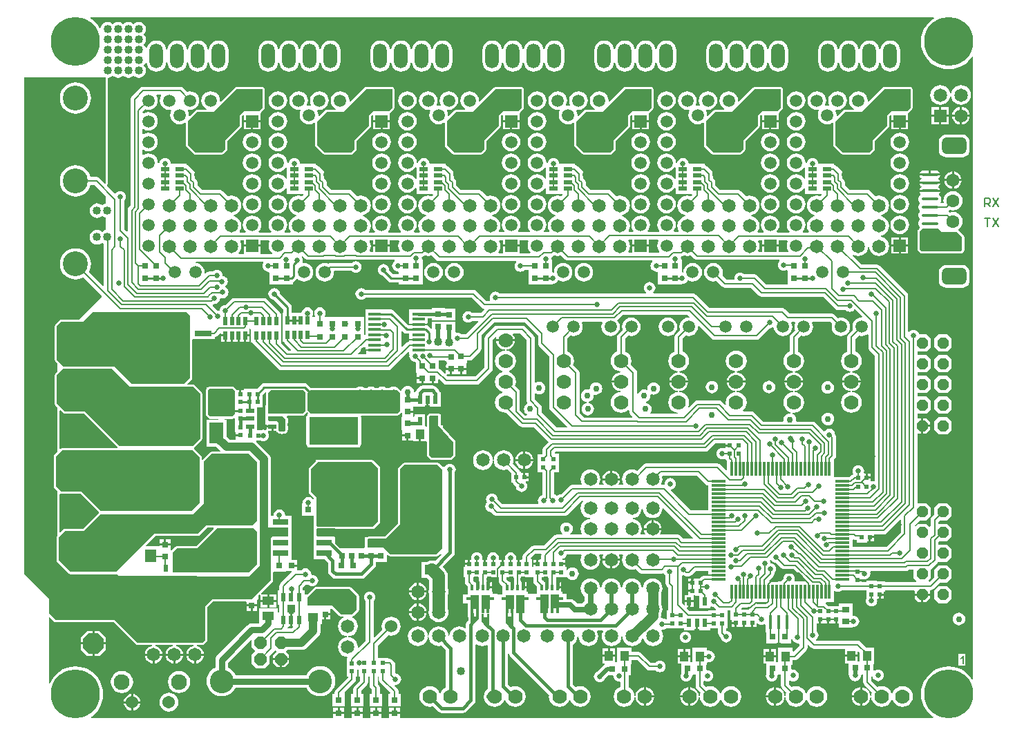
<source format=gtl>
G04*
G04 #@! TF.GenerationSoftware,Altium Limited,Altium Designer,20.0.9 (164)*
G04*
G04 Layer_Physical_Order=1*
G04 Layer_Color=255*
%FSLAX25Y25*%
%MOIN*%
G70*
G01*
G75*
%ADD12C,0.00800*%
%ADD17C,0.01000*%
%ADD28R,0.03150X0.03150*%
%ADD29R,0.02126X0.01968*%
G04:AMPARAMS|DCode=30|XSize=78.74mil|YSize=15.75mil|CornerRadius=3.94mil|HoleSize=0mil|Usage=FLASHONLY|Rotation=0.000|XOffset=0mil|YOffset=0mil|HoleType=Round|Shape=RoundedRectangle|*
%AMROUNDEDRECTD30*
21,1,0.07874,0.00787,0,0,0.0*
21,1,0.07087,0.01575,0,0,0.0*
1,1,0.00787,0.03543,-0.00394*
1,1,0.00787,-0.03543,-0.00394*
1,1,0.00787,-0.03543,0.00394*
1,1,0.00787,0.03543,0.00394*
%
%ADD30ROUNDEDRECTD30*%
G04:AMPARAMS|DCode=31|XSize=118.11mil|YSize=78.74mil|CornerRadius=19.68mil|HoleSize=0mil|Usage=FLASHONLY|Rotation=0.000|XOffset=0mil|YOffset=0mil|HoleType=Round|Shape=RoundedRectangle|*
%AMROUNDEDRECTD31*
21,1,0.11811,0.03937,0,0,0.0*
21,1,0.07874,0.07874,0,0,0.0*
1,1,0.03937,0.03937,-0.01968*
1,1,0.03937,-0.03937,-0.01968*
1,1,0.03937,-0.03937,0.01968*
1,1,0.03937,0.03937,0.01968*
%
%ADD31ROUNDEDRECTD31*%
%ADD32R,0.01968X0.01968*%
%ADD33R,0.03150X0.03150*%
%ADD34R,0.01968X0.02126*%
%ADD35R,0.02165X0.03937*%
%ADD36R,0.05118X0.03937*%
%ADD37R,0.02000X0.04000*%
%ADD38R,0.05906X0.01575*%
%ADD39R,0.06693X0.09843*%
%ADD40R,0.11221X0.12598*%
%ADD41R,0.01968X0.01968*%
%ADD42R,0.14961X0.23000*%
%ADD43R,0.07284X0.05118*%
%ADD44R,0.03937X0.05118*%
%ADD45R,0.05512X0.06496*%
%ADD46R,0.07087X0.04724*%
%ADD47R,0.22441X0.06299*%
%ADD48R,0.02362X0.03347*%
%ADD49R,0.02362X0.08000*%
%ADD50R,0.02362X0.02953*%
%ADD51R,0.18110X0.16221*%
%ADD52R,0.02165X0.01968*%
%ADD53R,0.03937X0.02362*%
%ADD54R,0.07500X0.03000*%
%ADD55R,0.09449X0.12205*%
%ADD56R,0.05709X0.04331*%
%ADD57R,0.02362X0.03937*%
%ADD58R,0.03543X0.03150*%
%ADD61R,0.04000X0.02000*%
%ADD62R,0.06299X0.12598*%
%ADD63R,0.04134X0.06693*%
%ADD64R,0.01575X0.03150*%
%ADD65R,0.03150X0.01575*%
%ADD66R,0.07087X0.01181*%
%ADD67R,0.01181X0.07087*%
%ADD68R,0.01500X0.07000*%
%ADD132R,0.08000X0.02756*%
%ADD133R,0.04528X0.02756*%
%ADD134C,0.03000*%
%ADD135C,0.01500*%
%ADD136C,0.02000*%
%ADD137C,0.02500*%
%ADD138C,0.06000*%
%ADD139C,0.04000*%
%ADD140C,0.01700*%
%ADD141C,0.05000*%
%ADD142R,0.10700X0.17850*%
%ADD143R,0.12668X0.17400*%
%ADD144R,0.23400X0.13200*%
%ADD145C,0.06496*%
%ADD146C,0.06299*%
%ADD147C,0.12000*%
%ADD148R,0.06496X0.06496*%
%ADD149C,0.05906*%
%ADD150O,0.10000X0.14000*%
%ADD151C,0.10000*%
%ADD152P,0.10824X8X292.5*%
%ADD153C,0.11500*%
%ADD154P,0.06170X8X22.5*%
%ADD155C,0.06063*%
%ADD156C,0.07598*%
%ADD157C,0.07000*%
%ADD158C,0.05943*%
%ADD159R,0.05943X0.05943*%
%ADD160O,0.06500X0.12000*%
%ADD161P,0.05845X8X112.5*%
%ADD162C,0.23622*%
%ADD163C,0.03000*%
%ADD164C,0.02500*%
%ADD165C,0.06000*%
%ADD166C,0.02200*%
%ADD167C,0.04000*%
%ADD168C,0.03500*%
G36*
X441600Y341221D02*
X440853Y340763D01*
X439259Y339402D01*
X437899Y337809D01*
X436804Y336022D01*
X436002Y334087D01*
X435513Y332049D01*
X435349Y329961D01*
X435513Y327872D01*
X436002Y325835D01*
X436804Y323899D01*
X437899Y322112D01*
X439259Y320519D01*
X440853Y319159D01*
X442639Y318064D01*
X444575Y317262D01*
X446612Y316773D01*
X448701Y316609D01*
X450789Y316773D01*
X452827Y317262D01*
X454763Y318064D01*
X456549Y319159D01*
X458142Y320519D01*
X459503Y322112D01*
X459959Y322856D01*
X460440Y322720D01*
Y22240D01*
X459959Y22105D01*
X459503Y22848D01*
X458142Y24441D01*
X456549Y25802D01*
X454763Y26897D01*
X452827Y27699D01*
X450789Y28188D01*
X448701Y28352D01*
X446612Y28188D01*
X444575Y27699D01*
X442639Y26897D01*
X440853Y25802D01*
X439259Y24441D01*
X437899Y22848D01*
X436804Y21062D01*
X436002Y19126D01*
X435513Y17089D01*
X435349Y15000D01*
X435513Y12911D01*
X436002Y10874D01*
X436804Y8938D01*
X437899Y7152D01*
X439259Y5559D01*
X440853Y4198D01*
X441250Y3954D01*
X441115Y3473D01*
X183963D01*
Y5322D01*
X181388D01*
X178813D01*
Y3473D01*
X174975D01*
Y5322D01*
X172400D01*
X169826D01*
Y3473D01*
X165988D01*
Y5322D01*
X163413D01*
X160838D01*
Y3473D01*
X157000D01*
Y5322D01*
X154426D01*
X151851D01*
Y3473D01*
X35027D01*
X34891Y3954D01*
X35289Y4198D01*
X36882Y5559D01*
X38243Y7152D01*
X39338Y8938D01*
X40140Y10874D01*
X40629Y12911D01*
X40793Y15000D01*
X40629Y17089D01*
X40140Y19126D01*
X39338Y21062D01*
X38243Y22848D01*
X36882Y24441D01*
X35289Y25802D01*
X33503Y26897D01*
X31567Y27699D01*
X29530Y28188D01*
X27441Y28352D01*
X25352Y28188D01*
X23315Y27699D01*
X21379Y26897D01*
X19593Y25802D01*
X18000Y24441D01*
X16639Y22848D01*
X15544Y21062D01*
X15102Y19994D01*
X14602Y20093D01*
Y52003D01*
X15064Y52194D01*
X17179Y50079D01*
X17179Y50079D01*
X17510Y49858D01*
X17900Y49780D01*
X20636D01*
X20677Y49789D01*
X20718Y49780D01*
X35636Y49780D01*
X35677Y49789D01*
X35718Y49780D01*
X45978D01*
X56779Y38979D01*
X57110Y38758D01*
X57500Y38680D01*
X64275D01*
X64308Y38180D01*
X63991Y38139D01*
X62958Y37711D01*
X62070Y37030D01*
X61389Y36142D01*
X60961Y35109D01*
X60881Y34500D01*
X65100D01*
X69319D01*
X69239Y35109D01*
X68811Y36142D01*
X68130Y37030D01*
X67242Y37711D01*
X66209Y38139D01*
X65892Y38180D01*
X65925Y38680D01*
X74275D01*
X74308Y38180D01*
X73991Y38139D01*
X72958Y37711D01*
X72070Y37030D01*
X71389Y36142D01*
X70961Y35109D01*
X70881Y34500D01*
X75100D01*
X79319D01*
X79239Y35109D01*
X78811Y36142D01*
X78130Y37030D01*
X77242Y37711D01*
X76209Y38139D01*
X75892Y38180D01*
X75925Y38680D01*
X84275D01*
X84308Y38180D01*
X83991Y38139D01*
X82958Y37711D01*
X82070Y37030D01*
X81389Y36142D01*
X80961Y35109D01*
X80881Y34500D01*
X85100D01*
X89319D01*
X89239Y35109D01*
X88811Y36142D01*
X88130Y37030D01*
X87242Y37711D01*
X86209Y38139D01*
X85892Y38180D01*
X85925Y38680D01*
X88600D01*
X88990Y38758D01*
X89321Y38979D01*
X90820Y40478D01*
X91041Y40809D01*
X91119Y41199D01*
Y50430D01*
X91119Y56977D01*
X93822Y59680D01*
X109572Y59680D01*
X109925Y59327D01*
Y58247D01*
X112500D01*
X115075D01*
Y60322D01*
X115469Y60578D01*
X115575D01*
Y62333D01*
X116177Y62935D01*
X116677Y62728D01*
Y60540D01*
X120031D01*
Y63205D01*
X117155D01*
X116947Y63705D01*
X122321Y69079D01*
X122542Y69410D01*
X122620Y69800D01*
X122620Y73488D01*
X123120Y73925D01*
X128922D01*
Y74031D01*
X129178Y74425D01*
X129422Y74425D01*
X131660D01*
X131867Y73925D01*
X126390Y68448D01*
X125970Y67820D01*
X125823Y67079D01*
Y65107D01*
X125079D01*
Y58170D01*
X125823D01*
Y54280D01*
X125079D01*
X124886Y54700D01*
Y56225D01*
X116177D01*
Y49026D01*
X112515D01*
X112515Y49026D01*
X111732Y48923D01*
X111002Y48621D01*
X110375Y48140D01*
X110375Y48140D01*
X95837Y33601D01*
X95356Y32975D01*
X95054Y32245D01*
X94950Y31462D01*
Y27788D01*
X93929Y27242D01*
X92825Y26337D01*
X91919Y25232D01*
X91246Y23973D01*
X90831Y22606D01*
X90691Y21185D01*
X90831Y19764D01*
X91246Y18397D01*
X91919Y17138D01*
X92825Y16034D01*
X93929Y15128D01*
X95188Y14455D01*
X96555Y14040D01*
X97976Y13900D01*
X99398Y14040D01*
X100764Y14455D01*
X102024Y15128D01*
X103128Y16034D01*
X104034Y17138D01*
X104580Y18159D01*
X138874D01*
X139420Y17138D01*
X140326Y16034D01*
X141430Y15128D01*
X142689Y14455D01*
X144056Y14040D01*
X145477Y13900D01*
X146898Y14040D01*
X148265Y14455D01*
X149524Y15128D01*
X150628Y16034D01*
X151534Y17138D01*
X152208Y18397D01*
X152622Y19764D01*
X152762Y21185D01*
X152622Y22606D01*
X152208Y23973D01*
X151534Y25232D01*
X150628Y26337D01*
X149524Y27242D01*
X148265Y27916D01*
X146898Y28330D01*
X145477Y28470D01*
X144056Y28330D01*
X142689Y27916D01*
X141430Y27242D01*
X140326Y26337D01*
X139420Y25232D01*
X138874Y24211D01*
X104580D01*
X104034Y25232D01*
X103128Y26337D01*
X102024Y27242D01*
X101002Y27788D01*
Y30208D01*
X111944Y41150D01*
X112406Y40959D01*
Y37610D01*
X114181Y35835D01*
X112406Y34060D01*
Y29710D01*
X114581Y27535D01*
X118931D01*
X121106Y29710D01*
Y33496D01*
X123206Y35595D01*
X123378Y35853D01*
X124021Y35916D01*
X124477Y35460D01*
X122827Y33810D01*
Y32385D01*
X130527D01*
Y33810D01*
X128877Y35460D01*
X129672Y36255D01*
X136485D01*
X137399Y36375D01*
X138250Y36728D01*
X138981Y37289D01*
X144696Y43004D01*
X145257Y43735D01*
X145610Y44586D01*
X145730Y45500D01*
Y48660D01*
X146259D01*
Y50972D01*
X147382D01*
Y53547D01*
X147882D01*
Y54047D01*
X150457D01*
Y55878D01*
X150457Y56122D01*
X150540Y56176D01*
X150957Y56378D01*
X151354Y56129D01*
X154659Y52824D01*
X154659Y52824D01*
X154989Y52603D01*
X155380Y52526D01*
X156784Y52526D01*
X156884Y52026D01*
X156435Y51840D01*
X155444Y51079D01*
X154683Y50087D01*
X154204Y48932D01*
X154041Y47693D01*
X154204Y46453D01*
X154683Y45298D01*
X155444Y44306D01*
X156435Y43545D01*
X157590Y43067D01*
X158517Y42945D01*
Y42441D01*
X157590Y42318D01*
X156435Y41840D01*
X155444Y41079D01*
X154683Y40087D01*
X154204Y38932D01*
X154041Y37693D01*
X154204Y36453D01*
X154683Y35298D01*
X155444Y34306D01*
X156435Y33545D01*
X157590Y33067D01*
X158358Y32966D01*
X158629Y32426D01*
X158598Y32368D01*
X158268D01*
Y27400D01*
Y23463D01*
X158894D01*
Y22804D01*
X153056Y16966D01*
X152636Y16338D01*
X152488Y15596D01*
Y15196D01*
X151351D01*
Y9046D01*
X157500D01*
Y15196D01*
X157418D01*
X157227Y15658D01*
X162200Y20631D01*
X162620Y21260D01*
X162768Y22001D01*
Y23463D01*
X163394D01*
Y26602D01*
X163849Y26921D01*
X164137Y26787D01*
Y23547D01*
X164763D01*
Y21452D01*
X162043Y18733D01*
X161623Y18104D01*
X161476Y17363D01*
Y15196D01*
X160338D01*
Y9046D01*
X166488D01*
Y15196D01*
X165350D01*
Y16560D01*
X168070Y19280D01*
X168490Y19908D01*
X168637Y20650D01*
Y23080D01*
X168716Y23547D01*
X169342D01*
Y19038D01*
X169489Y18297D01*
X169909Y17669D01*
X170463Y17114D01*
Y15196D01*
X169326D01*
Y9046D01*
X175475D01*
Y15196D01*
X174338D01*
Y17917D01*
X174190Y18658D01*
X173770Y19286D01*
X173216Y19841D01*
Y23547D01*
X173842D01*
X173863Y23056D01*
Y21862D01*
X174010Y21121D01*
X174430Y20493D01*
X179227Y15696D01*
X179020Y15196D01*
X178313D01*
Y9046D01*
X184463D01*
Y15196D01*
X183325D01*
Y16274D01*
X183178Y17016D01*
X182758Y17644D01*
X181449Y18953D01*
X181682Y19427D01*
X181800Y19411D01*
X182518Y19506D01*
X183187Y19783D01*
X183761Y20224D01*
X184202Y20798D01*
X184479Y21467D01*
X184574Y22185D01*
X184479Y22903D01*
X184202Y23572D01*
X183761Y24146D01*
X183187Y24587D01*
X182518Y24864D01*
X181800Y24959D01*
Y29043D01*
X181652Y29784D01*
X181233Y30413D01*
X180307Y31338D01*
X179679Y31758D01*
X178937Y31906D01*
X178363D01*
Y32453D01*
X173237D01*
X173216Y32944D01*
Y38454D01*
X178208Y43446D01*
X178541Y43308D01*
X179715Y43154D01*
X180890Y43308D01*
X181985Y43762D01*
X182925Y44483D01*
X183646Y45423D01*
X184099Y46518D01*
X184254Y47693D01*
X184099Y48867D01*
X183646Y49962D01*
X182925Y50902D01*
X181985Y51623D01*
X180890Y52077D01*
X179715Y52232D01*
X178541Y52077D01*
X177446Y51623D01*
X176506Y50902D01*
X175785Y49962D01*
X175331Y48867D01*
X175176Y47693D01*
X175331Y46518D01*
X175469Y46186D01*
X171734Y42451D01*
X171272Y42643D01*
Y59637D01*
X171296Y59655D01*
X171737Y60230D01*
X172014Y60899D01*
X172109Y61617D01*
X172014Y62335D01*
X171737Y63004D01*
X171296Y63578D01*
X170722Y64019D01*
X170053Y64296D01*
X169335Y64391D01*
X168617Y64296D01*
X167948Y64019D01*
X167374Y63578D01*
X166933Y63004D01*
X166656Y62335D01*
X166561Y61617D01*
X166656Y60899D01*
X166933Y60230D01*
X167374Y59655D01*
X167398Y59637D01*
Y40872D01*
X164053Y37527D01*
X163606Y37788D01*
X163456Y38932D01*
X162977Y40087D01*
X162216Y41079D01*
X161224Y41840D01*
X160069Y42318D01*
X159143Y42441D01*
Y42945D01*
X160069Y43067D01*
X161224Y43545D01*
X162216Y44306D01*
X162977Y45298D01*
X163456Y46453D01*
X163619Y47693D01*
X163456Y48932D01*
X162977Y50087D01*
X162216Y51079D01*
X161224Y51840D01*
X160776Y52026D01*
X160876Y52526D01*
X161087D01*
X161477Y52603D01*
X161808Y52824D01*
X163917Y54934D01*
X164138Y55264D01*
X164216Y55654D01*
Y62331D01*
X164138Y62721D01*
X163917Y63052D01*
X160448Y66521D01*
X160117Y66742D01*
X159727Y66820D01*
X143531D01*
X143140Y66742D01*
X142810Y66521D01*
X139429Y63140D01*
X138141Y63140D01*
X137921Y63549D01*
Y65107D01*
X137177D01*
Y66408D01*
X138617Y67848D01*
X139806D01*
X139825Y67824D01*
X140400Y67383D01*
X141068Y67106D01*
X141786Y67011D01*
X142504Y67106D01*
X143173Y67383D01*
X143748Y67824D01*
X144188Y68398D01*
X144465Y69067D01*
X144560Y69785D01*
X144465Y70503D01*
X144188Y71172D01*
X143748Y71746D01*
X143173Y72187D01*
X142504Y72464D01*
X141786Y72559D01*
X141582Y72532D01*
X141234Y72880D01*
X141139Y73598D01*
X140862Y74267D01*
X140421Y74842D01*
X139847Y75283D01*
X139178Y75560D01*
X138460Y75654D01*
X137742Y75560D01*
X137073Y75283D01*
X136499Y74842D01*
X136480Y74818D01*
X134328D01*
Y76500D01*
X131753D01*
Y77500D01*
X134328D01*
Y79575D01*
X131785D01*
X131604Y80000D01*
X131604Y80075D01*
Y83398D01*
X136279D01*
Y90500D01*
Y97602D01*
X131604D01*
Y101000D01*
X128881D01*
X128628Y101289D01*
X128533Y102007D01*
X128256Y102675D01*
X127815Y103250D01*
X127241Y103691D01*
X126572Y103968D01*
X125854Y104062D01*
X125136Y103968D01*
X124467Y103691D01*
X123892Y103250D01*
X123452Y102675D01*
X123175Y102007D01*
X123080Y101289D01*
X122827Y101000D01*
X121830D01*
Y112801D01*
X126886D01*
Y120100D01*
Y127399D01*
X121830D01*
Y128300D01*
X121710Y129214D01*
X121357Y130065D01*
X120796Y130796D01*
X114796Y136796D01*
X114708Y136864D01*
X114869Y137337D01*
X116886D01*
X117356Y137142D01*
X118074Y137048D01*
X118792Y137142D01*
X119461Y137419D01*
X120036Y137860D01*
X120476Y138435D01*
X120754Y139104D01*
X120848Y139822D01*
X120754Y140539D01*
X120476Y141208D01*
X120269Y141479D01*
X120515Y141979D01*
X122032D01*
Y143660D01*
X119563D01*
Y142722D01*
X119063Y142388D01*
X118792Y142501D01*
X118074Y142595D01*
X117356Y142501D01*
X116886Y142306D01*
X115174D01*
Y145219D01*
Y148959D01*
Y153516D01*
X117753D01*
Y158484D01*
X117752D01*
Y159469D01*
X119011Y160727D01*
X119400Y160560D01*
X119480Y160490D01*
X119480Y154321D01*
X119063D01*
Y150581D01*
X119063D01*
Y145219D01*
X119563D01*
Y144660D01*
X122532D01*
Y144160D01*
X123032D01*
Y141979D01*
X124482D01*
X124496Y141960D01*
X124517Y141859D01*
X124738Y141528D01*
X125338Y140928D01*
X125668Y140707D01*
X126059Y140629D01*
X126268D01*
X126275Y140626D01*
X127059Y140523D01*
X127842Y140626D01*
X127849Y140629D01*
X128159D01*
X128549Y140707D01*
X128879Y140928D01*
X129480Y141528D01*
X129701Y141859D01*
X129778Y142249D01*
Y142275D01*
X129981Y142766D01*
X130085Y143549D01*
X129981Y144332D01*
X129778Y144823D01*
Y145675D01*
X129981Y146166D01*
X130085Y146949D01*
X129981Y147732D01*
X129679Y148462D01*
X129392Y148836D01*
X129639Y149336D01*
X136955Y149335D01*
X137345Y149413D01*
X137676Y149634D01*
X139021Y150979D01*
X139256Y151002D01*
X139597Y150661D01*
X139489Y150062D01*
X139218Y149881D01*
X138887Y149385D01*
X138771Y148800D01*
Y135600D01*
X138887Y135015D01*
X139218Y134519D01*
X139380Y134411D01*
Y134198D01*
X139698D01*
X139715Y134187D01*
X140300Y134071D01*
X163700D01*
X164285Y134187D01*
X164302Y134198D01*
X164821D01*
Y134577D01*
X165113Y135015D01*
X165229Y135600D01*
Y148800D01*
X165193Y148980D01*
X165604Y149480D01*
X182749D01*
X183140Y149558D01*
X183470Y149779D01*
X184604Y150913D01*
X185104Y150706D01*
Y148828D01*
X184604D01*
Y142678D01*
X184710D01*
X185104Y142422D01*
X185104Y142178D01*
Y140347D01*
X187679D01*
Y139847D01*
X188179D01*
Y137273D01*
X190191D01*
X190254Y137273D01*
X190691Y137121D01*
Y136941D01*
X193160D01*
Y140500D01*
X194160D01*
Y136941D01*
X196455D01*
X196628Y136941D01*
X196955Y136576D01*
Y130400D01*
X197032Y130010D01*
X197253Y129679D01*
X198647Y128285D01*
X198978Y128063D01*
X199369Y127986D01*
X208306D01*
X208696Y128063D01*
X209027Y128285D01*
X210521Y129779D01*
X210742Y130110D01*
X210820Y130500D01*
X210820Y136437D01*
X210787Y136601D01*
X210765Y136767D01*
X210748Y136795D01*
X210742Y136827D01*
X210649Y136967D01*
X210565Y137111D01*
X204609Y143869D01*
Y144559D01*
X204000D01*
X203623Y144987D01*
Y150054D01*
X203266D01*
X203221Y150121D01*
X202890Y150342D01*
X202500Y150420D01*
X198374D01*
X197984Y150342D01*
X197653Y150121D01*
X197253Y149721D01*
X197032Y149390D01*
X196955Y149000D01*
Y144424D01*
X196642Y144075D01*
X196608Y144074D01*
X196142Y144430D01*
Y150054D01*
X190977D01*
Y149235D01*
X190754Y148828D01*
X190254D01*
Y150734D01*
X187679D01*
Y151734D01*
X190254D01*
Y153565D01*
X190254Y153809D01*
X190648Y154065D01*
X190977Y153746D01*
X190977Y153746D01*
X190977Y153746D01*
X196142D01*
Y154246D01*
X196800D01*
Y157215D01*
X197800D01*
Y154246D01*
X198458D01*
Y153746D01*
X203623D01*
Y160684D01*
X203230D01*
X203160Y161038D01*
X202662Y161782D01*
X201222Y163222D01*
X200478Y163719D01*
X199600Y163894D01*
X194931D01*
X194053Y163719D01*
X193308Y163222D01*
X191938Y161851D01*
X191440Y161107D01*
X191435Y161079D01*
X191094Y160853D01*
X190666Y161089D01*
X190602Y161576D01*
X190299Y162306D01*
X189818Y162933D01*
X189192Y163413D01*
X188462Y163716D01*
X187679Y163819D01*
X186896Y163716D01*
X186166Y163413D01*
X185539Y162933D01*
X185058Y162306D01*
X184819Y161729D01*
X184294Y161548D01*
X183348Y162494D01*
X183018Y162715D01*
X182955Y162727D01*
X182655Y162957D01*
X181804Y163310D01*
X180890Y163430D01*
X179976Y163310D01*
X179125Y162957D01*
X178910Y162792D01*
X177370Y162792D01*
X177155Y162957D01*
X176304Y163310D01*
X175390Y163430D01*
X174476Y163310D01*
X173625Y162957D01*
X173410Y162792D01*
X172070D01*
X171855Y162957D01*
X171004Y163310D01*
X170090Y163430D01*
X169176Y163310D01*
X168325Y162957D01*
X168110Y162792D01*
X166770Y162792D01*
X166555Y162957D01*
X165704Y163310D01*
X164790Y163430D01*
X163876Y163310D01*
X163025Y162957D01*
X162810Y162792D01*
X141191Y162792D01*
X139442Y164542D01*
X138780Y164984D01*
X138000Y165139D01*
X118500D01*
X118500Y165139D01*
X117719Y164984D01*
X117058Y164542D01*
X117058Y164542D01*
X114947Y162432D01*
X108847D01*
Y161853D01*
X107400D01*
Y159869D01*
X106400D01*
Y161853D01*
X105125D01*
X104995Y162047D01*
X103905Y163136D01*
X103903Y163138D01*
X103901Y163141D01*
X103737Y163249D01*
X103575Y163357D01*
X103571Y163358D01*
X103569Y163360D01*
X103376Y163397D01*
X103184Y163435D01*
X103181Y163435D01*
X103178Y163435D01*
X92013Y163365D01*
X91822Y163326D01*
X91629Y163287D01*
X91627Y163286D01*
X91624Y163285D01*
X91462Y163175D01*
X91342Y163095D01*
X90654D01*
Y162421D01*
X90579Y162347D01*
X90579Y162347D01*
X90358Y162016D01*
X90280Y161626D01*
X90280Y150100D01*
X90358Y149710D01*
X90579Y149379D01*
X91779Y148179D01*
X91779Y148179D01*
X92110Y147958D01*
X92500Y147880D01*
X96245D01*
X96272Y147847D01*
X96036Y147347D01*
X90654D01*
Y134505D01*
X95103D01*
X97226Y132382D01*
X97035Y131920D01*
X93100Y131920D01*
X92710Y131842D01*
X92379Y131621D01*
X88819Y128061D01*
X88319Y128269D01*
Y129400D01*
X88242Y129790D01*
X88021Y130121D01*
X84650Y133492D01*
X84617Y133937D01*
X84664Y134122D01*
X88307Y137765D01*
X88528Y138095D01*
X88606Y138485D01*
X88606Y159914D01*
X88528Y160304D01*
X88528Y160304D01*
X88528Y160304D01*
X88417Y160470D01*
X88307Y160635D01*
X88307Y160635D01*
X88307Y160635D01*
X84921Y164021D01*
X84756Y164131D01*
X84590Y164242D01*
X84590Y164242D01*
X84590Y164242D01*
X84412Y164277D01*
X84200Y164320D01*
X81615Y164320D01*
X81423Y164781D01*
X83321Y166679D01*
X83542Y167010D01*
X83620Y167400D01*
X83620Y185755D01*
X84120Y186222D01*
X94700D01*
Y187242D01*
X95041Y187310D01*
X95670Y187730D01*
X97300Y189360D01*
X97800Y189153D01*
Y188700D01*
X99800D01*
Y188200D01*
X100300D01*
Y185200D01*
X101800D01*
Y185200D01*
X102500D01*
Y188200D01*
X103500D01*
Y185200D01*
X105675D01*
Y188200D01*
X106675D01*
Y185200D01*
X108825D01*
Y188200D01*
X109325D01*
Y188700D01*
X111324D01*
Y191200D01*
X111324Y191200D01*
X111401Y191456D01*
X111777Y191530D01*
X112200Y191184D01*
Y184700D01*
X112867D01*
X112910Y184485D01*
X113330Y183857D01*
X125224Y171962D01*
X125853Y171543D01*
X126594Y171395D01*
X178432D01*
X179174Y171543D01*
X179802Y171962D01*
X188015Y180176D01*
X188477Y179984D01*
Y178763D01*
X188477D01*
X188584Y178640D01*
X188526Y178200D01*
X188621Y177482D01*
X188898Y176813D01*
X189339Y176239D01*
X189913Y175798D01*
X190582Y175521D01*
X191169Y175443D01*
X191674Y174939D01*
Y170377D01*
X191780D01*
X192174Y170121D01*
Y168046D01*
X194748D01*
Y167546D01*
X195248D01*
Y164971D01*
X199278D01*
Y167546D01*
X200278D01*
Y164971D01*
X202353D01*
Y166797D01*
X202815Y166988D01*
X204873Y164930D01*
X205501Y164510D01*
X206243Y164363D01*
X221146D01*
X221887Y164510D01*
X222515Y164930D01*
X228170Y170585D01*
X228590Y171213D01*
X228737Y171954D01*
Y185998D01*
X230180Y187441D01*
X230604Y187157D01*
X230516Y186944D01*
X230427Y186269D01*
X234900D01*
X239373D01*
X239284Y186944D01*
X238831Y188039D01*
X238466Y188514D01*
X238687Y188963D01*
X242153D01*
X245163Y185953D01*
Y156600D01*
X245310Y155859D01*
X245436Y155670D01*
X245291Y155192D01*
X245287Y155190D01*
X244660Y154709D01*
X244180Y154082D01*
X243877Y153352D01*
X243774Y152569D01*
X243877Y151786D01*
X244180Y151056D01*
X244660Y150430D01*
X245212Y150006D01*
X245178Y149720D01*
X245076Y149506D01*
X244519D01*
X241813Y152213D01*
Y160793D01*
X241666Y161535D01*
X241246Y162163D01*
X239529Y163880D01*
X239771Y164464D01*
X239943Y165769D01*
X239771Y167075D01*
X239267Y168291D01*
X238466Y169335D01*
X237422Y170137D01*
X236548Y170499D01*
Y171040D01*
X237422Y171402D01*
X238466Y172203D01*
X239267Y173248D01*
X239771Y174464D01*
X239943Y175769D01*
X239771Y177075D01*
X239267Y178291D01*
X238466Y179335D01*
X237422Y180137D01*
X236205Y180641D01*
X235228Y180769D01*
Y181274D01*
X236075Y181385D01*
X237169Y181839D01*
X238109Y182560D01*
X238831Y183500D01*
X239284Y184595D01*
X239373Y185269D01*
X234900D01*
X230427D01*
X230516Y184595D01*
X230969Y183500D01*
X231691Y182560D01*
X232631Y181839D01*
X233725Y181385D01*
X234572Y181274D01*
Y180769D01*
X233595Y180641D01*
X232378Y180137D01*
X231334Y179335D01*
X230533Y178291D01*
X230029Y177075D01*
X229857Y175769D01*
X230029Y174464D01*
X230533Y173248D01*
X231334Y172203D01*
X232378Y171402D01*
X233252Y171040D01*
Y170499D01*
X232378Y170137D01*
X231334Y169335D01*
X230533Y168291D01*
X230029Y167075D01*
X229857Y165769D01*
X230029Y164464D01*
X230533Y163248D01*
X231334Y162203D01*
X232378Y161402D01*
X233252Y161040D01*
Y160499D01*
X232378Y160137D01*
X231334Y159335D01*
X230533Y158291D01*
X230029Y157074D01*
X229857Y155769D01*
X230029Y154464D01*
X230533Y153248D01*
X231334Y152203D01*
X232378Y151402D01*
X233595Y150898D01*
X234900Y150726D01*
X235231Y150770D01*
X241602Y144399D01*
X242230Y143980D01*
X242971Y143832D01*
X248520D01*
X255672Y136680D01*
X255672Y136674D01*
X253430Y134432D01*
X253010Y133804D01*
X252863Y133062D01*
Y130971D01*
X252729Y130837D01*
X250421D01*
Y125868D01*
Y121932D01*
X252663D01*
Y111165D01*
X252566Y111152D01*
X251897Y110875D01*
X251323Y110434D01*
X250882Y109860D01*
X250605Y109191D01*
X250511Y108473D01*
X250605Y107755D01*
X250828Y107218D01*
X250597Y106718D01*
X233390D01*
X231040Y109068D01*
X231044Y109098D01*
X230950Y109816D01*
X230673Y110485D01*
X230232Y111059D01*
X229657Y111500D01*
X228988Y111777D01*
X228270Y111872D01*
X227553Y111777D01*
X226884Y111500D01*
X226309Y111059D01*
X225868Y110485D01*
X225591Y109816D01*
X225497Y109098D01*
X225591Y108380D01*
X225868Y107711D01*
X225981Y107564D01*
X225939Y107531D01*
X225498Y106957D01*
X225221Y106288D01*
X225126Y105570D01*
X225221Y104852D01*
X225498Y104183D01*
X225939Y103609D01*
X226513Y103168D01*
X227182Y102891D01*
X227900Y102796D01*
X227930Y102800D01*
X229257Y101474D01*
X229885Y101054D01*
X230627Y100906D01*
X263292D01*
X264033Y101054D01*
X264661Y101474D01*
X271602Y108415D01*
X272159D01*
X272382Y107915D01*
X271753Y107095D01*
X271274Y105939D01*
X271111Y104700D01*
X271274Y103461D01*
X271753Y102305D01*
X272514Y101314D01*
X273505Y100553D01*
X274660Y100074D01*
X275587Y99952D01*
Y99448D01*
X274660Y99326D01*
X273505Y98847D01*
X272514Y98086D01*
X271753Y97095D01*
X271274Y95939D01*
X271111Y94700D01*
X271274Y93461D01*
X271698Y92437D01*
X271468Y91937D01*
X266291D01*
X266122Y92437D01*
X266440Y92681D01*
X266920Y93308D01*
X267223Y94038D01*
X267326Y94821D01*
X267223Y95604D01*
X266920Y96334D01*
X266440Y96960D01*
X265813Y97441D01*
X265083Y97744D01*
X264300Y97847D01*
X263517Y97744D01*
X262787Y97441D01*
X262160Y96960D01*
X261680Y96334D01*
X261377Y95604D01*
X261274Y94821D01*
X261377Y94038D01*
X261680Y93308D01*
X262160Y92681D01*
X262478Y92437D01*
X262309Y91937D01*
X259553D01*
X258812Y91790D01*
X258183Y91370D01*
X253513Y86700D01*
X248542D01*
X247801Y86553D01*
X247172Y86133D01*
X243758Y82718D01*
X243338Y82090D01*
X243190Y81348D01*
Y80155D01*
X242565D01*
Y79655D01*
X241828D01*
Y77671D01*
X240828D01*
Y79655D01*
X240517D01*
X240144Y80155D01*
X240201Y80586D01*
X240107Y81304D01*
X239830Y81973D01*
X239389Y82547D01*
X238814Y82988D01*
X238145Y83265D01*
X237428Y83360D01*
X236710Y83265D01*
X236041Y82988D01*
X235466Y82547D01*
X235025Y81973D01*
X234748Y81304D01*
X234654Y80586D01*
X234711Y80155D01*
X234338Y79655D01*
X234028D01*
Y77671D01*
X233028D01*
Y79655D01*
X231985D01*
X231613Y80155D01*
X231669Y80586D01*
X231575Y81304D01*
X231298Y81973D01*
X230857Y82547D01*
X230282Y82988D01*
X229613Y83265D01*
X228896Y83360D01*
X228178Y83265D01*
X227509Y82988D01*
X226934Y82547D01*
X226494Y81973D01*
X226216Y81304D01*
X226122Y80586D01*
X226170Y80221D01*
X225768Y79721D01*
X225496D01*
Y77737D01*
X224496D01*
Y79721D01*
X224197D01*
X223815Y80221D01*
X223869Y80632D01*
X223775Y81350D01*
X223498Y82019D01*
X223057Y82593D01*
X222482Y83034D01*
X221814Y83311D01*
X221096Y83406D01*
X220378Y83311D01*
X219709Y83034D01*
X219134Y82593D01*
X218693Y82019D01*
X218416Y81350D01*
X218322Y80632D01*
X218376Y80221D01*
X217994Y79721D01*
X217773D01*
Y77737D01*
X217273D01*
Y77237D01*
X215210D01*
Y76284D01*
X214710D01*
Y71316D01*
X215336D01*
Y68973D01*
X215483Y68231D01*
X215903Y67603D01*
X216570Y66936D01*
Y64347D01*
X216569D01*
Y63187D01*
X214421D01*
Y58613D01*
X216569D01*
Y54654D01*
X216570D01*
Y52215D01*
X217124D01*
X217124Y51543D01*
X217080Y51478D01*
X216908Y50610D01*
X216476Y50178D01*
X215979Y49433D01*
X215804Y48555D01*
Y46992D01*
X215355Y46770D01*
X214995Y47047D01*
X213840Y47526D01*
X212600Y47689D01*
X211361Y47526D01*
X210206Y47047D01*
X209214Y46286D01*
X208453Y45294D01*
X207974Y44140D01*
X207852Y43213D01*
X207348D01*
X207226Y44140D01*
X206747Y45294D01*
X205986Y46286D01*
X204995Y47047D01*
X203839Y47526D01*
X202600Y47689D01*
X201361Y47526D01*
X200205Y47047D01*
X199214Y46286D01*
X198453Y45294D01*
X197974Y44140D01*
X197852Y43213D01*
X197348D01*
X197226Y44140D01*
X196747Y45294D01*
X195986Y46286D01*
X194994Y47047D01*
X193840Y47526D01*
X192600Y47689D01*
X191360Y47526D01*
X190206Y47047D01*
X189214Y46286D01*
X188453Y45294D01*
X187974Y44140D01*
X187811Y42900D01*
X187974Y41660D01*
X188453Y40505D01*
X189214Y39514D01*
X190206Y38753D01*
X191360Y38274D01*
X192600Y38111D01*
X193840Y38274D01*
X194994Y38753D01*
X195986Y39514D01*
X196747Y40505D01*
X197226Y41660D01*
X197348Y42587D01*
X197852D01*
X197974Y41660D01*
X198453Y40505D01*
X199214Y39514D01*
X200205Y38753D01*
X201361Y38274D01*
X202600Y38111D01*
X203839Y38274D01*
X203940Y38316D01*
X206106Y36150D01*
Y18304D01*
X205878Y18210D01*
X204834Y17409D01*
X204032Y16364D01*
X203671Y15490D01*
X203129D01*
X202767Y16364D01*
X201966Y17409D01*
X200922Y18210D01*
X199705Y18714D01*
X198400Y18886D01*
X197095Y18714D01*
X195878Y18210D01*
X194834Y17409D01*
X194033Y16364D01*
X193529Y15148D01*
X193357Y13842D01*
X193529Y12537D01*
X194033Y11321D01*
X194834Y10277D01*
X195878Y9475D01*
X197095Y8971D01*
X198400Y8799D01*
X199705Y8971D01*
X199933Y9065D01*
X202536Y6462D01*
X203280Y5965D01*
X204158Y5790D01*
X214275D01*
X215152Y5965D01*
X215897Y6462D01*
X219720Y10286D01*
X220217Y11030D01*
X220392Y11908D01*
Y38888D01*
X220841Y39109D01*
X221305Y38753D01*
X222461Y38274D01*
X223700Y38111D01*
X224939Y38274D01*
X225908Y38675D01*
X226408Y38413D01*
Y17734D01*
X225984Y17409D01*
X225183Y16364D01*
X224679Y15148D01*
X224631Y14783D01*
X224521Y14518D01*
X224426Y13800D01*
X224521Y13082D01*
X224647Y12777D01*
X224679Y12537D01*
X225183Y11321D01*
X225984Y10277D01*
X227028Y9475D01*
X228245Y8971D01*
X229550Y8799D01*
X230855Y8971D01*
X232072Y9475D01*
X233116Y10277D01*
X233917Y11321D01*
X234279Y12195D01*
X234821D01*
X235182Y11321D01*
X235984Y10277D01*
X237028Y9475D01*
X238245Y8971D01*
X239550Y8799D01*
X240855Y8971D01*
X242072Y9475D01*
X243116Y10277D01*
X243917Y11321D01*
X244421Y12537D01*
X244593Y13842D01*
X244421Y15148D01*
X243917Y16364D01*
X243116Y17409D01*
X242072Y18210D01*
X240855Y18714D01*
X239550Y18886D01*
X238245Y18714D01*
X237280Y18314D01*
X235994Y19600D01*
Y34516D01*
X236494Y34565D01*
X236582Y34120D01*
X237080Y33376D01*
X255945Y14511D01*
X255857Y13842D01*
X256029Y12537D01*
X256533Y11321D01*
X257334Y10277D01*
X258378Y9475D01*
X259595Y8971D01*
X260900Y8799D01*
X262205Y8971D01*
X263422Y9475D01*
X264466Y10277D01*
X265267Y11321D01*
X265629Y12195D01*
X266171D01*
X266532Y11321D01*
X267334Y10277D01*
X268378Y9475D01*
X269595Y8971D01*
X270900Y8799D01*
X272205Y8971D01*
X273422Y9475D01*
X274466Y10277D01*
X275268Y11321D01*
X275771Y12537D01*
X275943Y13842D01*
X275771Y15148D01*
X275268Y16364D01*
X274466Y17409D01*
X273422Y18210D01*
X272205Y18714D01*
X270900Y18886D01*
X269595Y18714D01*
X268732Y18357D01*
X267296Y19793D01*
Y38754D01*
X268286Y39514D01*
X269047Y40505D01*
X269526Y41660D01*
X269648Y42587D01*
X270152D01*
X270274Y41660D01*
X270753Y40505D01*
X271514Y39514D01*
X272505Y38753D01*
X273660Y38274D01*
X274900Y38111D01*
X276139Y38274D01*
X277294Y38753D01*
X278286Y39514D01*
X279047Y40505D01*
X279526Y41660D01*
X279689Y42900D01*
X279526Y44140D01*
X279127Y45102D01*
X279393Y45602D01*
X281607D01*
X281873Y45102D01*
X281474Y44140D01*
X281311Y42900D01*
X281474Y41660D01*
X281953Y40505D01*
X282714Y39514D01*
X283705Y38753D01*
X284860Y38274D01*
X286100Y38111D01*
X287339Y38274D01*
X288494Y38753D01*
X289486Y39514D01*
X290247Y40505D01*
X290726Y41660D01*
X290848Y42587D01*
X291352D01*
X291474Y41660D01*
X291953Y40505D01*
X292714Y39514D01*
X293706Y38753D01*
X294861Y38274D01*
X296100Y38111D01*
X297340Y38274D01*
X298495Y38753D01*
X299486Y39514D01*
X300247Y40505D01*
X300726Y41660D01*
X300726Y41662D01*
X300949Y41819D01*
X301358Y41695D01*
X301496Y41608D01*
X301953Y40505D01*
X302714Y39514D01*
X303706Y38753D01*
X304860Y38274D01*
X306100Y38111D01*
X307340Y38274D01*
X308494Y38753D01*
X309486Y39514D01*
X310247Y40505D01*
X310726Y41660D01*
X310889Y42900D01*
X310726Y44140D01*
X310247Y45294D01*
X309966Y45661D01*
X310237Y46129D01*
X310500Y46095D01*
X311218Y46189D01*
X311887Y46466D01*
X312237Y46735D01*
X312737Y46647D01*
X312737Y46647D01*
X320930D01*
Y45783D01*
X326095D01*
Y46283D01*
X326753D01*
Y49252D01*
X327753D01*
Y46283D01*
X328410D01*
Y45783D01*
X333576D01*
Y46614D01*
X336837D01*
Y46614D01*
X337463D01*
Y44400D01*
X337610Y43659D01*
X338030Y43030D01*
X338590Y42470D01*
X338660Y41943D01*
X338937Y41274D01*
X339378Y40700D01*
X339952Y40259D01*
X340621Y39982D01*
X341339Y39887D01*
X342057Y39982D01*
X342726Y40259D01*
X343300Y40700D01*
X343741Y41274D01*
X344018Y41943D01*
X344113Y42661D01*
X344018Y43379D01*
X343741Y44048D01*
X343300Y44622D01*
X342726Y45063D01*
X342057Y45340D01*
X341339Y45435D01*
X341337Y45436D01*
Y46614D01*
X341963D01*
Y50551D01*
Y55263D01*
X343516D01*
Y50784D01*
X344016D01*
Y49832D01*
X346000D01*
Y49332D01*
X346500D01*
Y47347D01*
X349400D01*
Y49332D01*
X350400D01*
Y47347D01*
X351884D01*
Y47347D01*
X351916D01*
Y47347D01*
X353400D01*
Y49332D01*
X354400D01*
Y47347D01*
X355884D01*
Y49040D01*
X356384Y49210D01*
X356439Y49139D01*
X357013Y48698D01*
X357682Y48421D01*
X358400Y48326D01*
X359118Y48421D01*
X359787Y48698D01*
X359861Y48755D01*
X360310Y48534D01*
Y44800D01*
X360623D01*
Y43788D01*
X360672Y43537D01*
Y39525D01*
X372728D01*
Y41225D01*
X373228Y41324D01*
X373398Y40913D01*
X373839Y40339D01*
X374413Y39898D01*
X375082Y39621D01*
X375800Y39526D01*
X376174Y39575D01*
X376674Y39178D01*
Y38352D01*
X373871Y35549D01*
X373371Y35756D01*
Y37259D01*
X366434D01*
Y30475D01*
X365391D01*
Y32700D01*
X362422D01*
X359454D01*
Y29641D01*
X360772D01*
Y26961D01*
X360751Y26853D01*
Y24785D01*
X360621Y24471D01*
X360526Y23753D01*
X360621Y23035D01*
X360898Y22366D01*
X361339Y21791D01*
X361913Y21351D01*
X362582Y21073D01*
X363300Y20979D01*
X364018Y21073D01*
X364687Y21351D01*
X365261Y21791D01*
X365702Y22366D01*
X365979Y23035D01*
X366074Y23753D01*
X366048Y23949D01*
X366377Y24325D01*
X367816D01*
Y19047D01*
X367963Y18306D01*
X368383Y17677D01*
X370371Y15690D01*
X370129Y15105D01*
X370000Y14128D01*
X369496D01*
X369384Y14975D01*
X368931Y16069D01*
X368209Y17009D01*
X367269Y17731D01*
X366175Y18184D01*
X365500Y18273D01*
Y13800D01*
Y9327D01*
X366175Y9416D01*
X367269Y9869D01*
X368209Y10591D01*
X368931Y11531D01*
X369384Y12625D01*
X369496Y13472D01*
X370000D01*
X370129Y12495D01*
X370633Y11278D01*
X371434Y10234D01*
X372478Y9432D01*
X373695Y8929D01*
X375000Y8757D01*
X376305Y8929D01*
X377522Y9432D01*
X378566Y10234D01*
X379367Y11278D01*
X379729Y12152D01*
X380271D01*
X380632Y11278D01*
X381434Y10234D01*
X382478Y9432D01*
X383695Y8929D01*
X385000Y8757D01*
X386305Y8929D01*
X387522Y9432D01*
X388566Y10234D01*
X389368Y11278D01*
X389871Y12495D01*
X390043Y13800D01*
X389871Y15105D01*
X389368Y16322D01*
X388566Y17366D01*
X387522Y18168D01*
X386305Y18671D01*
X385000Y18843D01*
X383695Y18671D01*
X382478Y18168D01*
X381434Y17366D01*
X380632Y16322D01*
X380271Y15448D01*
X379729D01*
X379367Y16322D01*
X378566Y17366D01*
X377522Y18168D01*
X376305Y18671D01*
X375000Y18843D01*
X373695Y18671D01*
X373110Y18429D01*
X371690Y19850D01*
Y21334D01*
X372139Y21555D01*
X372213Y21498D01*
X372882Y21221D01*
X373600Y21126D01*
X374318Y21221D01*
X374987Y21498D01*
X375561Y21939D01*
X376002Y22513D01*
X376279Y23182D01*
X376374Y23900D01*
X376279Y24618D01*
X376002Y25287D01*
X375561Y25861D01*
X374987Y26302D01*
X374318Y26579D01*
X373600Y26674D01*
X373328Y26638D01*
X372828Y27076D01*
Y29141D01*
X373371D01*
Y31263D01*
X374262D01*
X375003Y31410D01*
X375632Y31830D01*
X379981Y36180D01*
X380401Y36808D01*
X380549Y37549D01*
Y38658D01*
X381011Y38850D01*
X382430Y37430D01*
X383059Y37010D01*
X383800Y36863D01*
X398791D01*
Y33900D01*
X401760D01*
X404728D01*
Y35479D01*
X405190Y35670D01*
X405772Y35089D01*
Y30675D01*
X404728D01*
Y32900D01*
X401760D01*
X398791D01*
Y29841D01*
X400472D01*
Y24525D01*
X400472D01*
X400800Y24152D01*
X400773Y23953D01*
X400868Y23235D01*
X401145Y22566D01*
X401586Y21992D01*
X402160Y21551D01*
X402829Y21274D01*
X403547Y21179D01*
X404265Y21274D01*
X404934Y21551D01*
X405509Y21992D01*
X405949Y22566D01*
X406226Y23235D01*
X406321Y23953D01*
X406295Y24149D01*
X406625Y24525D01*
X407516D01*
Y20747D01*
X407663Y20006D01*
X408083Y19377D01*
X411771Y15690D01*
X411529Y15105D01*
X411400Y14128D01*
X410896D01*
X410784Y14975D01*
X410331Y16069D01*
X409609Y17009D01*
X408669Y17731D01*
X407575Y18184D01*
X406900Y18273D01*
Y13800D01*
Y9327D01*
X407575Y9416D01*
X408669Y9869D01*
X409609Y10591D01*
X410331Y11531D01*
X410784Y12625D01*
X410896Y13472D01*
X411400D01*
X411529Y12495D01*
X412033Y11278D01*
X412834Y10234D01*
X413878Y9432D01*
X415095Y8929D01*
X416400Y8757D01*
X417705Y8929D01*
X418922Y9432D01*
X419966Y10234D01*
X420767Y11278D01*
X421129Y12152D01*
X421671D01*
X422032Y11278D01*
X422834Y10234D01*
X423878Y9432D01*
X425095Y8929D01*
X426400Y8757D01*
X427705Y8929D01*
X428922Y9432D01*
X429966Y10234D01*
X430767Y11278D01*
X431271Y12495D01*
X431443Y13800D01*
X431271Y15105D01*
X430767Y16322D01*
X429966Y17366D01*
X428922Y18168D01*
X427705Y18671D01*
X426400Y18843D01*
X425095Y18671D01*
X423878Y18168D01*
X422834Y17366D01*
X422032Y16322D01*
X421671Y15448D01*
X421129D01*
X420767Y16322D01*
X419966Y17366D01*
X418922Y18168D01*
X417705Y18671D01*
X416400Y18843D01*
X415095Y18671D01*
X414510Y18429D01*
X411390Y21550D01*
Y23462D01*
X411890Y23494D01*
X411921Y23261D01*
X412198Y22592D01*
X412639Y22017D01*
X413213Y21577D01*
X413882Y21300D01*
X414600Y21205D01*
X415318Y21300D01*
X415987Y21577D01*
X416561Y22017D01*
X417002Y22592D01*
X417279Y23261D01*
X417374Y23979D01*
X417279Y24697D01*
X417002Y25366D01*
X416561Y25940D01*
X415987Y26381D01*
X415318Y26658D01*
X414600Y26753D01*
X413882Y26658D01*
X413213Y26381D01*
X413028Y26239D01*
X412528Y26485D01*
Y29341D01*
X412709D01*
Y37459D01*
X408881D01*
X406170Y40170D01*
X405541Y40590D01*
X404800Y40737D01*
X384986D01*
X384720Y41188D01*
X384748Y41298D01*
X385061Y41539D01*
X385502Y42113D01*
X385779Y42782D01*
X385874Y43500D01*
X385779Y44218D01*
X385502Y44887D01*
X385061Y45461D01*
X385037Y45480D01*
Y49047D01*
X386200D01*
Y51032D01*
X387200D01*
Y49047D01*
X390100D01*
Y51032D01*
X391100D01*
Y49047D01*
X394000D01*
Y51032D01*
X395000D01*
Y49047D01*
X395728D01*
Y47069D01*
X402272D01*
Y47069D01*
X402496Y47266D01*
X402800Y47226D01*
X403518Y47321D01*
X404187Y47598D01*
X404761Y48039D01*
X405202Y48613D01*
X405479Y49282D01*
X405574Y50000D01*
X405479Y50718D01*
X405202Y51387D01*
X404761Y51961D01*
X404187Y52402D01*
X403518Y52679D01*
X402800Y52774D01*
X402648Y52754D01*
X402272Y53083D01*
Y58731D01*
X395728D01*
Y57453D01*
X390787D01*
X389717Y58523D01*
X389403Y58732D01*
X389555Y59232D01*
X393276D01*
Y64562D01*
X393724Y64783D01*
X393835Y64698D01*
X394504Y64421D01*
X395222Y64326D01*
X395940Y64421D01*
X396609Y64698D01*
X397183Y65139D01*
X397202Y65163D01*
X408937D01*
Y60998D01*
X408821Y60717D01*
X408726Y60000D01*
X408821Y59282D01*
X409098Y58613D01*
X409539Y58038D01*
X410113Y57598D01*
X410782Y57320D01*
X411500Y57226D01*
X412218Y57320D01*
X412887Y57598D01*
X413461Y58038D01*
X413902Y58613D01*
X414179Y59282D01*
X414274Y60000D01*
X414202Y60547D01*
X414455Y60942D01*
X414584Y61047D01*
X414900D01*
Y63032D01*
X415400D01*
Y63532D01*
X417384D01*
Y64484D01*
X417884D01*
Y65163D01*
X432170D01*
X432300Y64850D01*
Y63500D01*
X436000D01*
X439700D01*
Y64850D01*
X439830Y65163D01*
X440100D01*
X440841Y65310D01*
X441470Y65730D01*
X444540Y68800D01*
X448100D01*
X450200Y70900D01*
Y75100D01*
X448100Y77200D01*
X443900D01*
X441800Y75100D01*
Y71540D01*
X439453Y69192D01*
X439230Y69223D01*
X439053Y69753D01*
X440200Y70900D01*
Y75100D01*
X440240Y75510D01*
X440570Y75730D01*
X443270Y78430D01*
X443490Y78760D01*
X443900Y78800D01*
X448100D01*
X450200Y80900D01*
Y85100D01*
X448100Y87200D01*
X443900D01*
X443837Y87226D01*
Y88498D01*
X444140Y88800D01*
X448100D01*
X450200Y90900D01*
Y95100D01*
X448100Y97200D01*
X443900D01*
X443837Y97226D01*
Y98098D01*
X444540Y98800D01*
X448100D01*
X450200Y100900D01*
Y105100D01*
X448100Y107200D01*
X443900D01*
X441800Y105100D01*
Y101540D01*
X440530Y100270D01*
X440110Y99641D01*
X439963Y98900D01*
Y95991D01*
X439501Y95799D01*
X438100Y97200D01*
X433900D01*
X432853Y96153D01*
X432323Y96330D01*
X432292Y96552D01*
X434540Y98800D01*
X438100D01*
X440200Y100900D01*
Y105100D01*
X438100Y107200D01*
X433900D01*
X433711Y107278D01*
Y140618D01*
X434150Y140800D01*
X435500D01*
Y144500D01*
Y148200D01*
X434150D01*
X433711Y148382D01*
Y150222D01*
X433900Y150300D01*
X438100D01*
X440200Y152400D01*
Y156600D01*
X438100Y158700D01*
X433900D01*
X433711Y158778D01*
Y160222D01*
X433900Y160300D01*
X438100D01*
X440200Y162400D01*
Y166600D01*
X438100Y168700D01*
X433900D01*
X433711Y168778D01*
Y170222D01*
X433900Y170300D01*
X438100D01*
X440200Y172400D01*
Y176600D01*
X438100Y178700D01*
X433900D01*
X433711Y178778D01*
Y180222D01*
X433900Y180300D01*
X438100D01*
X440200Y182400D01*
Y186600D01*
X438100Y188700D01*
X434497D01*
X434487Y188779D01*
X434210Y189448D01*
X433769Y190023D01*
X433195Y190464D01*
X432526Y190741D01*
X431808Y190835D01*
X431090Y190741D01*
X430421Y190464D01*
X429846Y190023D01*
X429657Y189775D01*
X429157Y189945D01*
Y207205D01*
X429009Y207946D01*
X428589Y208575D01*
X415394Y221770D01*
X414766Y222190D01*
X414024Y222337D01*
X406682D01*
X402316Y226702D01*
X402647Y227079D01*
X402696Y227042D01*
X403851Y226563D01*
X405090Y226400D01*
X406329Y226563D01*
X407485Y227042D01*
X408476Y227803D01*
X409237Y228795D01*
X409716Y229950D01*
X409838Y230876D01*
X410342D01*
X410464Y229950D01*
X410943Y228795D01*
X411704Y227803D01*
X412696Y227042D01*
X413851Y226563D01*
X415090Y226400D01*
X416329Y226563D01*
X417485Y227042D01*
X418476Y227803D01*
X419238Y228795D01*
X419716Y229950D01*
X419879Y231189D01*
X419716Y232429D01*
X419238Y233584D01*
X418476Y234576D01*
X417485Y235336D01*
X416329Y235815D01*
X416001Y235858D01*
Y236363D01*
X416329Y236406D01*
X417485Y236884D01*
X418476Y237645D01*
X419238Y238637D01*
X419716Y239792D01*
X419879Y241032D01*
X419716Y242271D01*
X419238Y243426D01*
X418476Y244418D01*
X417485Y245179D01*
X416329Y245657D01*
X416001Y245701D01*
Y246205D01*
X416329Y246248D01*
X417485Y246727D01*
X418476Y247488D01*
X419238Y248480D01*
X419716Y249635D01*
X419879Y250874D01*
X419716Y252114D01*
X419238Y253269D01*
X418476Y254260D01*
X417485Y255022D01*
X416329Y255500D01*
X415090Y255663D01*
X413851Y255500D01*
X413393Y255311D01*
X410834Y257870D01*
X410206Y258290D01*
X409464Y258437D01*
X400902D01*
X398682Y260658D01*
Y261964D01*
X398535Y262705D01*
X398115Y263334D01*
X397437Y264011D01*
Y266200D01*
X397290Y266941D01*
X396870Y267570D01*
X394570Y269870D01*
X393941Y270290D01*
X393445Y270389D01*
Y271000D01*
X385861D01*
X385774Y271100D01*
X385679Y271818D01*
X385402Y272487D01*
X384961Y273061D01*
X384387Y273502D01*
X383718Y273779D01*
X383000Y273874D01*
X382282Y273779D01*
X381613Y273502D01*
X381039Y273061D01*
X380598Y272487D01*
X380321Y271818D01*
X380260Y271358D01*
X380070Y271301D01*
X379894Y271387D01*
X379583Y271661D01*
X379447Y272699D01*
X378996Y273787D01*
X378279Y274721D01*
X377345Y275438D01*
X376257Y275888D01*
X375090Y276042D01*
X373923Y275888D01*
X372835Y275438D01*
X371901Y274721D01*
X371184Y273787D01*
X370733Y272699D01*
X370580Y271532D01*
X370733Y270364D01*
X371184Y269276D01*
X371901Y268342D01*
X372835Y267626D01*
X373923Y267175D01*
X375090Y267021D01*
X376257Y267175D01*
X377345Y267626D01*
X378279Y268342D01*
X378996Y269276D01*
X379000Y269286D01*
X379500Y269187D01*
Y266000D01*
Y263877D01*
X379000Y263777D01*
X378996Y263787D01*
X378279Y264721D01*
X377345Y265438D01*
X376257Y265888D01*
X375090Y266042D01*
X373923Y265888D01*
X372835Y265438D01*
X371901Y264721D01*
X371184Y263787D01*
X370733Y262699D01*
X370580Y261532D01*
X370733Y260364D01*
X371184Y259277D01*
X371901Y258342D01*
X372835Y257626D01*
X373923Y257175D01*
X375090Y257021D01*
X376257Y257175D01*
X377345Y257626D01*
X378279Y258342D01*
X378996Y259277D01*
X379000Y259286D01*
X379500Y259187D01*
Y256476D01*
X387299D01*
X387490Y256014D01*
X386787Y255311D01*
X386330Y255500D01*
X385090Y255663D01*
X383851Y255500D01*
X382696Y255022D01*
X381704Y254260D01*
X380943Y253269D01*
X380464Y252114D01*
X380301Y250874D01*
X380464Y249635D01*
X380943Y248480D01*
X381704Y247488D01*
X382696Y246727D01*
X383851Y246248D01*
X384179Y246205D01*
Y245701D01*
X383851Y245657D01*
X382696Y245179D01*
X381704Y244418D01*
X380943Y243426D01*
X380464Y242271D01*
X380301Y241032D01*
X380464Y239792D01*
X380943Y238637D01*
X381210Y238289D01*
X380989Y237841D01*
X378403D01*
X378242Y238314D01*
X378279Y238342D01*
X378996Y239277D01*
X379447Y240364D01*
X379600Y241532D01*
X379447Y242699D01*
X378996Y243787D01*
X378279Y244721D01*
X377345Y245438D01*
X376257Y245888D01*
X375090Y246042D01*
X373923Y245888D01*
X372835Y245438D01*
X371901Y244721D01*
X371184Y243787D01*
X370733Y242699D01*
X370580Y241532D01*
X370733Y240364D01*
X371184Y239277D01*
X371901Y238342D01*
X371938Y238314D01*
X371777Y237841D01*
X365903D01*
X365742Y238314D01*
X365779Y238342D01*
X366496Y239277D01*
X366947Y240364D01*
X367100Y241532D01*
X366947Y242699D01*
X366496Y243787D01*
X365779Y244721D01*
X364845Y245438D01*
X363757Y245888D01*
X362590Y246042D01*
X361423Y245888D01*
X360335Y245438D01*
X359401Y244721D01*
X358684Y243787D01*
X358233Y242699D01*
X358080Y241532D01*
X358233Y240364D01*
X358684Y239277D01*
X359401Y238342D01*
X359438Y238314D01*
X359277Y237841D01*
X356691D01*
X356470Y238289D01*
X356737Y238637D01*
X357216Y239792D01*
X357379Y241032D01*
X357216Y242271D01*
X356737Y243426D01*
X355976Y244418D01*
X354985Y245179D01*
X353830Y245657D01*
X353501Y245701D01*
Y246205D01*
X353830Y246248D01*
X354985Y246727D01*
X355976Y247488D01*
X356737Y248480D01*
X357216Y249635D01*
X357379Y250874D01*
X357216Y252114D01*
X356737Y253269D01*
X355976Y254260D01*
X354985Y255022D01*
X353830Y255500D01*
X352590Y255663D01*
X351351Y255500D01*
X350893Y255311D01*
X348334Y257870D01*
X347706Y258290D01*
X346964Y258437D01*
X338402D01*
X336182Y260658D01*
Y261964D01*
X336035Y262705D01*
X335615Y263334D01*
X334937Y264011D01*
Y266200D01*
X334790Y266941D01*
X334370Y267570D01*
X332070Y269870D01*
X331441Y270290D01*
X330945Y270389D01*
Y271000D01*
X323361D01*
X323274Y271100D01*
X323179Y271818D01*
X322902Y272487D01*
X322461Y273061D01*
X321887Y273502D01*
X321218Y273779D01*
X320500Y273874D01*
X319782Y273779D01*
X319113Y273502D01*
X318539Y273061D01*
X318098Y272487D01*
X317821Y271818D01*
X317760Y271358D01*
X317570Y271301D01*
X317394Y271387D01*
X317083Y271661D01*
X316947Y272699D01*
X316496Y273787D01*
X315779Y274721D01*
X314845Y275438D01*
X313757Y275888D01*
X312590Y276042D01*
X311423Y275888D01*
X310335Y275438D01*
X309401Y274721D01*
X308684Y273787D01*
X308233Y272699D01*
X308080Y271532D01*
X308233Y270364D01*
X308684Y269276D01*
X309401Y268342D01*
X310335Y267626D01*
X311423Y267175D01*
X312590Y267021D01*
X313757Y267175D01*
X314845Y267626D01*
X315779Y268342D01*
X316496Y269276D01*
X316500Y269286D01*
X317000Y269187D01*
Y266000D01*
Y263877D01*
X316500Y263777D01*
X316496Y263787D01*
X315779Y264721D01*
X314845Y265438D01*
X313757Y265888D01*
X312590Y266042D01*
X311423Y265888D01*
X310335Y265438D01*
X309401Y264721D01*
X308684Y263787D01*
X308233Y262699D01*
X308080Y261532D01*
X308233Y260364D01*
X308684Y259277D01*
X309401Y258342D01*
X310335Y257626D01*
X311423Y257175D01*
X312590Y257021D01*
X313757Y257175D01*
X314845Y257626D01*
X315779Y258342D01*
X316496Y259277D01*
X316500Y259286D01*
X317000Y259187D01*
Y256476D01*
X324799D01*
X324990Y256014D01*
X324287Y255311D01*
X323830Y255500D01*
X322590Y255663D01*
X321351Y255500D01*
X320196Y255022D01*
X319204Y254260D01*
X318443Y253269D01*
X317964Y252114D01*
X317801Y250874D01*
X317964Y249635D01*
X318443Y248480D01*
X319204Y247488D01*
X320196Y246727D01*
X321351Y246248D01*
X321679Y246205D01*
Y245701D01*
X321351Y245657D01*
X320196Y245179D01*
X319204Y244418D01*
X318443Y243426D01*
X317964Y242271D01*
X317801Y241032D01*
X317964Y239792D01*
X318443Y238637D01*
X318465Y238607D01*
X318244Y238159D01*
X316269D01*
X316022Y238659D01*
X316496Y239277D01*
X316947Y240364D01*
X317100Y241532D01*
X316947Y242699D01*
X316496Y243787D01*
X315779Y244721D01*
X314845Y245438D01*
X313757Y245888D01*
X312590Y246042D01*
X311423Y245888D01*
X310335Y245438D01*
X309401Y244721D01*
X308684Y243787D01*
X308233Y242699D01*
X308080Y241532D01*
X308233Y240364D01*
X308684Y239277D01*
X309158Y238659D01*
X308911Y238159D01*
X303769D01*
X303522Y238659D01*
X303996Y239277D01*
X304447Y240364D01*
X304600Y241532D01*
X304447Y242699D01*
X303996Y243787D01*
X303279Y244721D01*
X302345Y245438D01*
X301257Y245888D01*
X300090Y246042D01*
X298923Y245888D01*
X297835Y245438D01*
X296901Y244721D01*
X296184Y243787D01*
X295733Y242699D01*
X295580Y241532D01*
X295733Y240364D01*
X296184Y239277D01*
X296658Y238659D01*
X296411Y238159D01*
X294436D01*
X294215Y238607D01*
X294237Y238637D01*
X294716Y239792D01*
X294879Y241032D01*
X294716Y242271D01*
X294237Y243426D01*
X293476Y244418D01*
X292485Y245179D01*
X291330Y245657D01*
X291001Y245701D01*
Y246205D01*
X291330Y246248D01*
X292485Y246727D01*
X293476Y247488D01*
X294237Y248480D01*
X294716Y249635D01*
X294879Y250874D01*
X294716Y252114D01*
X294237Y253269D01*
X293476Y254260D01*
X292485Y255022D01*
X291330Y255500D01*
X290090Y255663D01*
X288851Y255500D01*
X288393Y255311D01*
X285834Y257870D01*
X285206Y258290D01*
X284464Y258437D01*
X275902D01*
X273682Y260658D01*
Y261964D01*
X273535Y262705D01*
X273115Y263334D01*
X272437Y264011D01*
Y266200D01*
X272290Y266941D01*
X271870Y267570D01*
X269570Y269870D01*
X268941Y270290D01*
X268445Y270389D01*
Y271000D01*
X260861D01*
X260774Y271100D01*
X260679Y271818D01*
X260402Y272487D01*
X259961Y273061D01*
X259387Y273502D01*
X258718Y273779D01*
X258000Y273874D01*
X257282Y273779D01*
X256613Y273502D01*
X256039Y273061D01*
X255598Y272487D01*
X255321Y271818D01*
X255260Y271358D01*
X255070Y271301D01*
X254894Y271387D01*
X254583Y271661D01*
X254447Y272699D01*
X253996Y273787D01*
X253279Y274721D01*
X252345Y275438D01*
X251257Y275888D01*
X250090Y276042D01*
X248923Y275888D01*
X247835Y275438D01*
X246901Y274721D01*
X246184Y273787D01*
X245733Y272699D01*
X245580Y271532D01*
X245733Y270364D01*
X246184Y269276D01*
X246901Y268342D01*
X247835Y267626D01*
X248923Y267175D01*
X250090Y267021D01*
X251257Y267175D01*
X252345Y267626D01*
X253279Y268342D01*
X253996Y269276D01*
X254000Y269286D01*
X254500Y269187D01*
Y266000D01*
Y263877D01*
X254000Y263777D01*
X253996Y263787D01*
X253279Y264721D01*
X252345Y265438D01*
X251257Y265888D01*
X250090Y266042D01*
X248923Y265888D01*
X247835Y265438D01*
X246901Y264721D01*
X246184Y263787D01*
X245733Y262699D01*
X245580Y261532D01*
X245733Y260364D01*
X246184Y259277D01*
X246901Y258342D01*
X247835Y257626D01*
X248923Y257175D01*
X250090Y257021D01*
X251257Y257175D01*
X252345Y257626D01*
X253279Y258342D01*
X253996Y259277D01*
X254000Y259286D01*
X254500Y259187D01*
Y256476D01*
X262299D01*
X262490Y256014D01*
X261787Y255311D01*
X261330Y255500D01*
X260090Y255663D01*
X258851Y255500D01*
X257696Y255022D01*
X256704Y254260D01*
X255943Y253269D01*
X255464Y252114D01*
X255301Y250874D01*
X255464Y249635D01*
X255943Y248480D01*
X256704Y247488D01*
X257696Y246727D01*
X258851Y246248D01*
X259179Y246205D01*
Y245701D01*
X258851Y245657D01*
X257696Y245179D01*
X256704Y244418D01*
X255943Y243426D01*
X255464Y242271D01*
X255301Y241032D01*
X255464Y239792D01*
X255943Y238637D01*
X256103Y238427D01*
X255882Y237979D01*
X253574D01*
X253384Y238479D01*
X253996Y239277D01*
X254447Y240364D01*
X254600Y241532D01*
X254447Y242699D01*
X253996Y243787D01*
X253279Y244721D01*
X252345Y245438D01*
X251257Y245888D01*
X250090Y246042D01*
X248923Y245888D01*
X247835Y245438D01*
X246901Y244721D01*
X246184Y243787D01*
X245733Y242699D01*
X245580Y241532D01*
X245733Y240364D01*
X246184Y239277D01*
X246796Y238479D01*
X246606Y237979D01*
X241074D01*
X240884Y238479D01*
X241496Y239277D01*
X241947Y240364D01*
X242100Y241532D01*
X241947Y242699D01*
X241496Y243787D01*
X240779Y244721D01*
X239845Y245438D01*
X238757Y245888D01*
X237590Y246042D01*
X236423Y245888D01*
X235335Y245438D01*
X234401Y244721D01*
X233684Y243787D01*
X233233Y242699D01*
X233080Y241532D01*
X233233Y240364D01*
X233684Y239277D01*
X234296Y238479D01*
X234106Y237979D01*
X231798D01*
X231577Y238427D01*
X231737Y238637D01*
X232216Y239792D01*
X232379Y241032D01*
X232216Y242271D01*
X231737Y243426D01*
X230976Y244418D01*
X229985Y245179D01*
X228830Y245657D01*
X228501Y245701D01*
Y246205D01*
X228830Y246248D01*
X229985Y246727D01*
X230976Y247488D01*
X231737Y248480D01*
X232216Y249635D01*
X232379Y250874D01*
X232216Y252114D01*
X231737Y253269D01*
X230976Y254260D01*
X229985Y255022D01*
X228830Y255500D01*
X227590Y255663D01*
X226351Y255500D01*
X225893Y255311D01*
X223334Y257870D01*
X222706Y258290D01*
X221964Y258437D01*
X213402D01*
X211182Y260658D01*
Y261964D01*
X211035Y262705D01*
X210615Y263334D01*
X209937Y264011D01*
Y266200D01*
X209790Y266941D01*
X209370Y267570D01*
X207070Y269870D01*
X206441Y270290D01*
X205945Y270389D01*
Y271000D01*
X198361D01*
X198274Y271100D01*
X198179Y271818D01*
X197902Y272487D01*
X197461Y273061D01*
X196887Y273502D01*
X196218Y273779D01*
X195500Y273874D01*
X194782Y273779D01*
X194113Y273502D01*
X193539Y273061D01*
X193098Y272487D01*
X192821Y271818D01*
X192760Y271358D01*
X192570Y271301D01*
X192394Y271387D01*
X192083Y271661D01*
X191947Y272699D01*
X191496Y273787D01*
X190779Y274721D01*
X189845Y275438D01*
X188757Y275888D01*
X187590Y276042D01*
X186423Y275888D01*
X185335Y275438D01*
X184401Y274721D01*
X183684Y273787D01*
X183233Y272699D01*
X183080Y271532D01*
X183233Y270364D01*
X183684Y269276D01*
X184401Y268342D01*
X185335Y267626D01*
X186423Y267175D01*
X187590Y267021D01*
X188757Y267175D01*
X189845Y267626D01*
X190779Y268342D01*
X191496Y269276D01*
X191500Y269286D01*
X192000Y269187D01*
Y266000D01*
Y263877D01*
X191500Y263777D01*
X191496Y263787D01*
X190779Y264721D01*
X189845Y265438D01*
X188757Y265888D01*
X187590Y266042D01*
X186423Y265888D01*
X185335Y265438D01*
X184401Y264721D01*
X183684Y263787D01*
X183233Y262699D01*
X183080Y261532D01*
X183233Y260364D01*
X183684Y259277D01*
X184401Y258342D01*
X185335Y257626D01*
X186423Y257175D01*
X187590Y257021D01*
X188757Y257175D01*
X189845Y257626D01*
X190779Y258342D01*
X191496Y259277D01*
X191500Y259286D01*
X192000Y259187D01*
Y256476D01*
X199799D01*
X199990Y256014D01*
X199287Y255311D01*
X198829Y255500D01*
X197590Y255663D01*
X196351Y255500D01*
X195196Y255022D01*
X194204Y254260D01*
X193443Y253269D01*
X192964Y252114D01*
X192801Y250874D01*
X192964Y249635D01*
X193443Y248480D01*
X194204Y247488D01*
X195196Y246727D01*
X196351Y246248D01*
X196679Y246205D01*
Y245701D01*
X196351Y245657D01*
X195196Y245179D01*
X194204Y244418D01*
X193443Y243426D01*
X192964Y242271D01*
X192801Y241032D01*
X192964Y239792D01*
X193443Y238637D01*
X193710Y238289D01*
X193489Y237841D01*
X190903D01*
X190742Y238314D01*
X190779Y238342D01*
X191496Y239277D01*
X191947Y240364D01*
X192100Y241532D01*
X191947Y242699D01*
X191496Y243787D01*
X190779Y244721D01*
X189845Y245438D01*
X188757Y245888D01*
X187590Y246042D01*
X186423Y245888D01*
X185335Y245438D01*
X184401Y244721D01*
X183684Y243787D01*
X183233Y242699D01*
X183080Y241532D01*
X183233Y240364D01*
X183684Y239277D01*
X184401Y238342D01*
X184438Y238314D01*
X184277Y237841D01*
X178403D01*
X178242Y238314D01*
X178279Y238342D01*
X178996Y239277D01*
X179447Y240364D01*
X179600Y241532D01*
X179447Y242699D01*
X178996Y243787D01*
X178279Y244721D01*
X177345Y245438D01*
X176257Y245888D01*
X175090Y246042D01*
X173923Y245888D01*
X172835Y245438D01*
X171901Y244721D01*
X171184Y243787D01*
X170733Y242699D01*
X170580Y241532D01*
X170733Y240364D01*
X171184Y239277D01*
X171901Y238342D01*
X171938Y238314D01*
X171777Y237841D01*
X169191D01*
X168970Y238289D01*
X169237Y238637D01*
X169716Y239792D01*
X169879Y241032D01*
X169716Y242271D01*
X169237Y243426D01*
X168476Y244418D01*
X167485Y245179D01*
X166330Y245657D01*
X166001Y245701D01*
Y246205D01*
X166330Y246248D01*
X167485Y246727D01*
X168476Y247488D01*
X169237Y248480D01*
X169716Y249635D01*
X169879Y250874D01*
X169716Y252114D01*
X169237Y253269D01*
X168476Y254260D01*
X167485Y255022D01*
X166330Y255500D01*
X165090Y255663D01*
X163851Y255500D01*
X163393Y255311D01*
X160834Y257870D01*
X160206Y258290D01*
X159464Y258437D01*
X150902D01*
X148682Y260658D01*
Y261964D01*
X148535Y262705D01*
X148115Y263334D01*
X147437Y264011D01*
Y266200D01*
X147290Y266941D01*
X146870Y267570D01*
X144570Y269870D01*
X143941Y270290D01*
X143445Y270389D01*
Y271000D01*
X135861D01*
X135774Y271100D01*
X135679Y271818D01*
X135402Y272487D01*
X134961Y273061D01*
X134387Y273502D01*
X133718Y273779D01*
X133000Y273874D01*
X132282Y273779D01*
X131613Y273502D01*
X131039Y273061D01*
X130598Y272487D01*
X130321Y271818D01*
X130260Y271358D01*
X130070Y271301D01*
X129894Y271387D01*
X129583Y271661D01*
X129447Y272699D01*
X128996Y273787D01*
X128279Y274721D01*
X127345Y275438D01*
X126257Y275888D01*
X125090Y276042D01*
X123923Y275888D01*
X122835Y275438D01*
X121901Y274721D01*
X121184Y273787D01*
X120733Y272699D01*
X120580Y271532D01*
X120733Y270364D01*
X121184Y269276D01*
X121901Y268342D01*
X122835Y267626D01*
X123923Y267175D01*
X125090Y267021D01*
X126257Y267175D01*
X127345Y267626D01*
X128279Y268342D01*
X128996Y269276D01*
X129000Y269286D01*
X129500Y269187D01*
Y266000D01*
Y263877D01*
X129000Y263777D01*
X128996Y263787D01*
X128279Y264721D01*
X127345Y265438D01*
X126257Y265888D01*
X125090Y266042D01*
X123923Y265888D01*
X122835Y265438D01*
X121901Y264721D01*
X121184Y263787D01*
X120733Y262699D01*
X120580Y261532D01*
X120733Y260364D01*
X121184Y259277D01*
X121901Y258342D01*
X122835Y257626D01*
X123923Y257175D01*
X125090Y257021D01*
X126257Y257175D01*
X127345Y257626D01*
X128279Y258342D01*
X128996Y259277D01*
X129000Y259286D01*
X129500Y259187D01*
Y256476D01*
X137299D01*
X137490Y256014D01*
X136787Y255311D01*
X136329Y255500D01*
X135090Y255663D01*
X133851Y255500D01*
X132696Y255022D01*
X131704Y254260D01*
X130943Y253269D01*
X130464Y252114D01*
X130301Y250874D01*
X130464Y249635D01*
X130943Y248480D01*
X131704Y247488D01*
X132696Y246727D01*
X133851Y246248D01*
X134179Y246205D01*
Y245701D01*
X133851Y245657D01*
X132696Y245179D01*
X131704Y244418D01*
X130943Y243426D01*
X130464Y242271D01*
X130301Y241032D01*
X130464Y239792D01*
X130943Y238637D01*
X131210Y238289D01*
X130989Y237841D01*
X128403D01*
X128242Y238314D01*
X128279Y238342D01*
X128996Y239277D01*
X129447Y240364D01*
X129600Y241532D01*
X129447Y242699D01*
X128996Y243787D01*
X128279Y244721D01*
X127345Y245438D01*
X126257Y245888D01*
X125090Y246042D01*
X123923Y245888D01*
X122835Y245438D01*
X121901Y244721D01*
X121184Y243787D01*
X120733Y242699D01*
X120580Y241532D01*
X120733Y240364D01*
X121184Y239277D01*
X121901Y238342D01*
X121938Y238314D01*
X121777Y237841D01*
X116003D01*
X115842Y238314D01*
X115879Y238342D01*
X116596Y239277D01*
X117047Y240364D01*
X117200Y241532D01*
X117047Y242699D01*
X116596Y243787D01*
X115879Y244721D01*
X114945Y245438D01*
X113857Y245888D01*
X112690Y246042D01*
X111523Y245888D01*
X110435Y245438D01*
X109501Y244721D01*
X108784Y243787D01*
X108334Y242699D01*
X108180Y241532D01*
X108334Y240364D01*
X108784Y239277D01*
X109501Y238342D01*
X109538Y238314D01*
X109377Y237841D01*
X106791D01*
X106570Y238289D01*
X106837Y238637D01*
X107316Y239792D01*
X107479Y241032D01*
X107316Y242271D01*
X106837Y243426D01*
X106076Y244418D01*
X105085Y245179D01*
X103929Y245657D01*
X103601Y245701D01*
Y246205D01*
X103929Y246248D01*
X105085Y246727D01*
X106076Y247488D01*
X106837Y248480D01*
X107316Y249635D01*
X107479Y250874D01*
X107316Y252114D01*
X106837Y253269D01*
X106076Y254260D01*
X105085Y255022D01*
X103929Y255500D01*
X102690Y255663D01*
X101451Y255500D01*
X100993Y255311D01*
X98434Y257870D01*
X97806Y258290D01*
X97064Y258437D01*
X88502D01*
X86282Y260658D01*
Y261964D01*
X86135Y262705D01*
X85715Y263334D01*
X85037Y264011D01*
Y266200D01*
X84890Y266941D01*
X84470Y267570D01*
X82170Y269870D01*
X81541Y270290D01*
X81045Y270389D01*
Y271000D01*
X73461D01*
X73374Y271100D01*
X73279Y271818D01*
X73002Y272487D01*
X72561Y273061D01*
X71987Y273502D01*
X71318Y273779D01*
X70600Y273874D01*
X69882Y273779D01*
X69213Y273502D01*
X68639Y273061D01*
X68198Y272487D01*
X67921Y271818D01*
X67860Y271358D01*
X67670Y271301D01*
X67494Y271387D01*
X67183Y271661D01*
X67047Y272699D01*
X66596Y273787D01*
X65879Y274721D01*
X64945Y275438D01*
X63857Y275888D01*
X62690Y276042D01*
X61523Y275888D01*
X60435Y275438D01*
X60186Y275246D01*
X59737Y275467D01*
Y277596D01*
X60186Y277817D01*
X60435Y277626D01*
X61523Y277175D01*
X62690Y277021D01*
X63857Y277175D01*
X64945Y277626D01*
X65879Y278342D01*
X66596Y279276D01*
X67047Y280364D01*
X67200Y281532D01*
X67047Y282699D01*
X66596Y283787D01*
X65879Y284721D01*
X64945Y285438D01*
X63857Y285888D01*
X62690Y286042D01*
X61523Y285888D01*
X60435Y285438D01*
X60186Y285246D01*
X59737Y285468D01*
Y287596D01*
X60186Y287817D01*
X60435Y287626D01*
X61523Y287175D01*
X62690Y287021D01*
X63857Y287175D01*
X64945Y287626D01*
X65879Y288342D01*
X66596Y289277D01*
X67047Y290364D01*
X67200Y291532D01*
X67047Y292699D01*
X66596Y293787D01*
X65879Y294721D01*
X64945Y295438D01*
X63857Y295888D01*
X62690Y296042D01*
X61523Y295888D01*
X60435Y295438D01*
X60354Y295375D01*
X59857Y295601D01*
X59823Y295925D01*
X61205Y297307D01*
X61523Y297175D01*
X62690Y297021D01*
X63857Y297175D01*
X64945Y297626D01*
X65879Y298342D01*
X66596Y299276D01*
X67047Y300364D01*
X67200Y301532D01*
X67047Y302699D01*
X66596Y303787D01*
X66512Y303896D01*
X66733Y304345D01*
X68647D01*
X68868Y303896D01*
X68784Y303787D01*
X68334Y302699D01*
X68180Y301532D01*
X68334Y300364D01*
X68784Y299276D01*
X69501Y298342D01*
X70435Y297626D01*
X71523Y297175D01*
X72690Y297021D01*
X73406Y297116D01*
X73534Y297004D01*
X73729Y296654D01*
X73334Y295699D01*
X73180Y294532D01*
X73334Y293364D01*
X73784Y292277D01*
X74501Y291342D01*
X75435Y290626D01*
X76523Y290175D01*
X77690Y290021D01*
X78857Y290175D01*
X79945Y290626D01*
X80222Y290838D01*
X80670Y290617D01*
Y280032D01*
X80748Y279642D01*
X80969Y279311D01*
X84469Y275811D01*
X84800Y275590D01*
X85190Y275512D01*
X98190D01*
X98580Y275590D01*
X98911Y275811D01*
X100411Y277311D01*
X100632Y277642D01*
X100710Y278032D01*
Y282109D01*
X107411Y288811D01*
X107632Y289142D01*
X107710Y289532D01*
Y294109D01*
X108256Y294656D01*
X108718Y294465D01*
Y292032D01*
X116662D01*
Y295503D01*
X116974Y295874D01*
X118529Y297429D01*
X118750Y297760D01*
X118828Y298150D01*
Y307032D01*
X118750Y307422D01*
X118529Y307753D01*
X118198Y307974D01*
X117808Y308051D01*
X105190D01*
X104800Y307974D01*
X104469Y307753D01*
X97622Y300906D01*
X97149Y301139D01*
X97200Y301532D01*
X97047Y302699D01*
X96596Y303787D01*
X95879Y304721D01*
X94945Y305438D01*
X93857Y305888D01*
X92690Y306042D01*
X91523Y305888D01*
X90435Y305438D01*
X89501Y304721D01*
X88784Y303787D01*
X88333Y302699D01*
X88180Y301532D01*
X88333Y300364D01*
X88784Y299276D01*
X89501Y298342D01*
X90435Y297626D01*
X90614Y297551D01*
X90515Y297051D01*
X86190D01*
X85800Y296974D01*
X85469Y296753D01*
X82622Y293906D01*
X82149Y294139D01*
X82200Y294532D01*
X82047Y295699D01*
X81651Y296654D01*
X81846Y297004D01*
X81974Y297116D01*
X82690Y297021D01*
X83857Y297175D01*
X84945Y297626D01*
X85879Y298342D01*
X86596Y299276D01*
X87047Y300364D01*
X87200Y301532D01*
X87047Y302699D01*
X86596Y303787D01*
X85879Y304721D01*
X84945Y305438D01*
X83857Y305888D01*
X82690Y306042D01*
X81523Y305888D01*
X81205Y305756D01*
X79310Y307652D01*
X78681Y308071D01*
X77940Y308219D01*
X60082D01*
X59340Y308071D01*
X58712Y307652D01*
X54630Y303570D01*
X54210Y302941D01*
X54063Y302200D01*
Y250784D01*
X53180Y249902D01*
X52760Y249273D01*
X52613Y248532D01*
Y238428D01*
X52151Y238236D01*
X50937Y239450D01*
Y253020D01*
X50961Y253039D01*
X51402Y253613D01*
X51679Y254282D01*
X51774Y255000D01*
X51679Y255718D01*
X51402Y256387D01*
X50961Y256961D01*
X50387Y257402D01*
X49718Y257679D01*
X49000Y257774D01*
X48282Y257679D01*
X47613Y257402D01*
X47039Y256961D01*
X46832Y256692D01*
X46333Y256659D01*
X42690Y260302D01*
X42651Y260574D01*
X42721Y260924D01*
X42942Y261255D01*
X43020Y261645D01*
X43020Y312472D01*
X43914Y312590D01*
X44765Y312943D01*
X45496Y313504D01*
X45504D01*
X46235Y312943D01*
X47086Y312590D01*
X48000Y312470D01*
X48914Y312590D01*
X49765Y312943D01*
X50496Y313504D01*
X50504D01*
X51235Y312943D01*
X52086Y312590D01*
X53000Y312470D01*
X53914Y312590D01*
X54765Y312943D01*
X55496Y313504D01*
X55504D01*
X56235Y312943D01*
X57086Y312590D01*
X58000Y312470D01*
X58914Y312590D01*
X59765Y312943D01*
X60496Y313504D01*
X61057Y314235D01*
X61410Y315086D01*
X61530Y316000D01*
X61410Y316914D01*
X61057Y317765D01*
X60496Y318496D01*
Y318504D01*
X61057Y319235D01*
X61270Y319750D01*
X61784Y319682D01*
X61872Y319010D01*
X62351Y317854D01*
X63112Y316862D01*
X64104Y316101D01*
X65260Y315622D01*
X66500Y315459D01*
X67740Y315622D01*
X68896Y316101D01*
X69888Y316862D01*
X70649Y317854D01*
X71128Y319010D01*
X71248Y319922D01*
X71752D01*
X71872Y319010D01*
X72351Y317854D01*
X73112Y316862D01*
X74104Y316101D01*
X75260Y315622D01*
X76500Y315459D01*
X77740Y315622D01*
X78895Y316101D01*
X79888Y316862D01*
X80649Y317854D01*
X81128Y319010D01*
X81248Y319922D01*
X81752D01*
X81872Y319010D01*
X82351Y317854D01*
X83112Y316862D01*
X84105Y316101D01*
X85260Y315622D01*
X86500Y315459D01*
X87740Y315622D01*
X88895Y316101D01*
X89888Y316862D01*
X90649Y317854D01*
X91128Y319010D01*
X91248Y319922D01*
X91752D01*
X91872Y319010D01*
X92351Y317854D01*
X93112Y316862D01*
X94104Y316101D01*
X95260Y315622D01*
X96500Y315459D01*
X97740Y315622D01*
X98896Y316101D01*
X99888Y316862D01*
X100649Y317854D01*
X101128Y319010D01*
X101291Y320250D01*
Y325750D01*
X101128Y326990D01*
X100649Y328146D01*
X99888Y329138D01*
X98896Y329899D01*
X97740Y330378D01*
X96500Y330541D01*
X95260Y330378D01*
X94104Y329899D01*
X93112Y329138D01*
X92351Y328146D01*
X91872Y326990D01*
X91752Y326078D01*
X91248D01*
X91128Y326990D01*
X90649Y328146D01*
X89888Y329138D01*
X88895Y329899D01*
X87740Y330378D01*
X86500Y330541D01*
X85260Y330378D01*
X84105Y329899D01*
X83112Y329138D01*
X82351Y328146D01*
X81872Y326990D01*
X81752Y326078D01*
X81248D01*
X81128Y326990D01*
X80649Y328146D01*
X79888Y329138D01*
X78895Y329899D01*
X77740Y330378D01*
X76500Y330541D01*
X75260Y330378D01*
X74104Y329899D01*
X73112Y329138D01*
X72351Y328146D01*
X71872Y326990D01*
X71752Y326078D01*
X71248D01*
X71128Y326990D01*
X70649Y328146D01*
X69888Y329138D01*
X68896Y329899D01*
X67740Y330378D01*
X66500Y330541D01*
X65260Y330378D01*
X64104Y329899D01*
X63112Y329138D01*
X62351Y328146D01*
X61883Y327017D01*
X61769Y326991D01*
X61370Y327009D01*
X61057Y327765D01*
X60496Y328496D01*
Y328504D01*
X61057Y329235D01*
X61410Y330086D01*
X61530Y331000D01*
X61410Y331914D01*
X61057Y332765D01*
X60496Y333496D01*
Y333504D01*
X61057Y334235D01*
X61410Y335086D01*
X61530Y336000D01*
X61410Y336914D01*
X61057Y337765D01*
X60496Y338496D01*
X59765Y339057D01*
X58914Y339410D01*
X58000Y339530D01*
X57086Y339410D01*
X56235Y339057D01*
X55504Y338496D01*
X55496D01*
X54765Y339057D01*
X53914Y339410D01*
X53000Y339530D01*
X52086Y339410D01*
X51235Y339057D01*
X50504Y338496D01*
X50496D01*
X49765Y339057D01*
X48914Y339410D01*
X48000Y339530D01*
X47086Y339410D01*
X46235Y339057D01*
X45504Y338496D01*
X45496D01*
X44765Y339057D01*
X43914Y339410D01*
X43000Y339530D01*
X42086Y339410D01*
X41235Y339057D01*
X40504Y338496D01*
X39943Y337765D01*
X39590Y336914D01*
X39553Y336629D01*
X39034Y336519D01*
X38243Y337809D01*
X36882Y339402D01*
X35289Y340763D01*
X34541Y341221D01*
X34677Y341702D01*
X441465Y341702D01*
X441600Y341221D01*
D02*
G37*
G36*
X117808Y298150D02*
X116190Y296532D01*
X108690D01*
X106690Y294532D01*
Y289532D01*
X99690Y282532D01*
Y278032D01*
X98190Y276532D01*
X85190D01*
X81690Y280032D01*
Y291532D01*
X81690Y291532D01*
X86190Y296032D01*
X94190D01*
X105190Y307032D01*
X117808D01*
Y298150D01*
D02*
G37*
G36*
X41781Y312717D02*
X42000Y312626D01*
X42000Y261645D01*
X41538Y261454D01*
X38906Y264086D01*
X38277Y264506D01*
X37536Y264654D01*
X34691D01*
X34404Y265601D01*
X33707Y266903D01*
X32770Y268045D01*
X31628Y268983D01*
X30325Y269679D01*
X28911Y270108D01*
X27441Y270253D01*
X25971Y270108D01*
X24557Y269679D01*
X23254Y268983D01*
X22112Y268045D01*
X21175Y266903D01*
X20478Y265601D01*
X20050Y264187D01*
X19905Y262717D01*
X20050Y261246D01*
X20478Y259833D01*
X21175Y258530D01*
X22112Y257388D01*
X23254Y256450D01*
X24557Y255754D01*
X25971Y255325D01*
X27441Y255180D01*
X28911Y255325D01*
X30325Y255754D01*
X31628Y256450D01*
X32770Y257388D01*
X33707Y258530D01*
X34404Y259833D01*
X34691Y260779D01*
X36733D01*
X42000Y255513D01*
Y251797D01*
X41786Y251769D01*
X40935Y251416D01*
X40250Y250890D01*
X39565Y251416D01*
X38714Y251769D01*
X37800Y251889D01*
X36886Y251769D01*
X36035Y251416D01*
X35304Y250855D01*
X34743Y250124D01*
X34390Y249272D01*
X34270Y248359D01*
X34390Y247445D01*
X34743Y246594D01*
X35304Y245862D01*
X36035Y245301D01*
X36886Y244949D01*
X37800Y244829D01*
X38714Y244949D01*
X39565Y245301D01*
X40250Y245827D01*
X40935Y245301D01*
X41786Y244949D01*
X42000Y244921D01*
Y239038D01*
X41786Y239010D01*
X40935Y238657D01*
X40226Y238114D01*
X39565Y238621D01*
X38714Y238974D01*
X37800Y239094D01*
X36886Y238974D01*
X36035Y238621D01*
X35304Y238060D01*
X34743Y237329D01*
X34390Y236477D01*
X34270Y235564D01*
X34390Y234650D01*
X34743Y233799D01*
X35304Y233068D01*
X36035Y232507D01*
X36886Y232154D01*
X37800Y232034D01*
X38714Y232154D01*
X39565Y232507D01*
X40274Y233050D01*
X40935Y232543D01*
X41163Y232448D01*
Y212305D01*
X40701Y212113D01*
X33937Y218877D01*
X34404Y219749D01*
X34832Y221163D01*
X34977Y222634D01*
X34832Y224104D01*
X34404Y225518D01*
X33707Y226820D01*
X32770Y227962D01*
X31628Y228900D01*
X30325Y229596D01*
X28911Y230025D01*
X27441Y230170D01*
X25971Y230025D01*
X24557Y229596D01*
X23254Y228900D01*
X22112Y227962D01*
X21175Y226820D01*
X20478Y225518D01*
X20050Y224104D01*
X19905Y222634D01*
X20050Y221163D01*
X20478Y219749D01*
X21175Y218446D01*
X22112Y217304D01*
X23254Y216367D01*
X24557Y215671D01*
X25971Y215242D01*
X27441Y215097D01*
X28911Y215242D01*
X30325Y215671D01*
X31198Y216137D01*
X40109Y207225D01*
X40108Y206725D01*
X29002Y195720D01*
X20428Y195720D01*
X20038Y195642D01*
X19707Y195421D01*
X17775Y193489D01*
X17554Y193158D01*
X17477Y192768D01*
X17477Y176304D01*
X17521Y176082D01*
X17554Y175914D01*
X17554Y175914D01*
X17554Y175914D01*
X17678Y175729D01*
X17775Y175583D01*
X18700Y174658D01*
Y170742D01*
X17786Y169828D01*
X17565Y169497D01*
X17487Y169107D01*
X17488Y155165D01*
X17565Y154774D01*
X17786Y154444D01*
X18700Y153530D01*
Y131842D01*
X17179Y130321D01*
X16958Y129990D01*
X16880Y129600D01*
X16880Y115300D01*
X16958Y114910D01*
X17179Y114579D01*
X18700Y113058D01*
Y91642D01*
X18579Y91521D01*
X18358Y91190D01*
X18280Y90800D01*
X18281Y79560D01*
X18358Y79170D01*
X18579Y78839D01*
X24239Y73179D01*
X24570Y72958D01*
X24960Y72880D01*
X47100Y72880D01*
X47279Y72916D01*
X48299Y71895D01*
X86111Y71895D01*
X86206Y71800D01*
X111200Y71800D01*
X116300Y76900D01*
X116300Y93400D01*
X118300Y95400D01*
X130200Y95400D01*
X130200Y91200D01*
X122400Y91200D01*
X121600Y90400D01*
X121600Y69800D01*
X112500Y60700D01*
X93400Y60700D01*
X90099Y57399D01*
X90099Y50430D01*
Y41199D01*
X88600Y39700D01*
X57500D01*
X46400Y50800D01*
X35718D01*
X35677Y50805D01*
X35636Y50800D01*
X20718Y50800D01*
X20677Y50805D01*
X20636Y50800D01*
X17900D01*
X14600Y54100D01*
Y61064D01*
X14235Y61430D01*
X13793Y62091D01*
X2800Y73084D01*
X2800Y312717D01*
X41781Y312717D01*
D02*
G37*
G36*
X371051Y233466D02*
X370733Y232699D01*
X370580Y231532D01*
X370733Y230364D01*
X371184Y229276D01*
X371484Y228886D01*
X371263Y228437D01*
X366562D01*
Y231032D01*
X358618D01*
Y228437D01*
X357033D01*
X356797Y228937D01*
X357216Y229950D01*
X357379Y231189D01*
X357216Y232429D01*
X356786Y233466D01*
X357008Y233966D01*
X358618D01*
Y232032D01*
X366562D01*
Y233966D01*
X370717D01*
X371051Y233466D01*
D02*
G37*
G36*
X308722Y233836D02*
X308684Y233787D01*
X308233Y232699D01*
X308080Y231532D01*
X308233Y230364D01*
X308684Y229276D01*
X309175Y228637D01*
X308928Y228137D01*
X304062D01*
Y231032D01*
X296118D01*
Y228137D01*
X294298D01*
X294077Y228586D01*
X294237Y228795D01*
X294716Y229950D01*
X294879Y231189D01*
X294716Y232429D01*
X294237Y233584D01*
X294044Y233836D01*
X294265Y234284D01*
X296118D01*
Y232032D01*
X304062D01*
Y234284D01*
X308501D01*
X308722Y233836D01*
D02*
G37*
G36*
X246109Y233605D02*
X245733Y232699D01*
X245580Y231532D01*
X245733Y230364D01*
X246184Y229276D01*
X246901Y228342D01*
X246942Y228311D01*
X246781Y227837D01*
X241562D01*
Y231032D01*
X233618D01*
Y227837D01*
X231568D01*
X231347Y228286D01*
X231737Y228795D01*
X232216Y229950D01*
X232379Y231189D01*
X232216Y232429D01*
X231737Y233584D01*
X231682Y233656D01*
X231903Y234105D01*
X233618D01*
Y232032D01*
X241562D01*
Y234105D01*
X245849D01*
X246109Y233605D01*
D02*
G37*
G36*
X183551Y233466D02*
X183233Y232699D01*
X183080Y231532D01*
X183233Y230364D01*
X183684Y229276D01*
X183952Y228927D01*
X183731Y228478D01*
X179062D01*
Y231032D01*
X171118D01*
Y228478D01*
X169574D01*
X169314Y228978D01*
X169716Y229950D01*
X169879Y231189D01*
X169716Y232429D01*
X169286Y233466D01*
X169508Y233966D01*
X171118D01*
Y232032D01*
X179062D01*
Y233966D01*
X183217D01*
X183551Y233466D01*
D02*
G37*
G36*
X121051D02*
X120733Y232699D01*
X120580Y231532D01*
X120733Y230364D01*
X121184Y229276D01*
X121901Y228342D01*
X122429Y227937D01*
X122259Y227437D01*
X117111D01*
X116662Y227560D01*
Y231032D01*
X108718D01*
Y227560D01*
X108269Y227437D01*
X106367D01*
X106179Y227937D01*
X106837Y228795D01*
X107316Y229950D01*
X107479Y231189D01*
X107316Y232429D01*
X106886Y233466D01*
X107108Y233966D01*
X108718D01*
Y232032D01*
X116662D01*
Y233966D01*
X120717D01*
X121051Y233466D01*
D02*
G37*
G36*
X321351Y226563D02*
X322590Y226400D01*
X323830Y226563D01*
X324287Y226753D01*
X325909Y225130D01*
X326538Y224710D01*
X327279Y224563D01*
X367001D01*
X367171Y224063D01*
X367039Y223961D01*
X366598Y223387D01*
X366321Y222718D01*
X366226Y222000D01*
X366321Y221282D01*
X366598Y220613D01*
X367039Y220039D01*
X367613Y219598D01*
X368282Y219321D01*
X369000Y219226D01*
X369718Y219321D01*
X370387Y219598D01*
X370525Y219704D01*
X371025Y219458D01*
Y212760D01*
X360734D01*
X356445Y217049D01*
X355817Y217469D01*
X355075Y217616D01*
X350080D01*
X350061Y217640D01*
X349487Y218081D01*
X348818Y218358D01*
X348100Y218453D01*
X347382Y218358D01*
X346713Y218081D01*
X346139Y217640D01*
X345698Y217066D01*
X345421Y216397D01*
X345326Y215679D01*
X345371Y215339D01*
X345041Y214964D01*
X341576D01*
X339410Y217129D01*
X339538Y217438D01*
X339691Y218600D01*
X339538Y219762D01*
X339089Y220846D01*
X338376Y221776D01*
X337446Y222490D01*
X336362Y222938D01*
X335200Y223091D01*
X334038Y222938D01*
X332954Y222490D01*
X332024Y221776D01*
X331311Y220846D01*
X330862Y219762D01*
X330709Y218600D01*
X330862Y217438D01*
X331311Y216354D01*
X332024Y215424D01*
X332954Y214710D01*
X334038Y214262D01*
X335200Y214109D01*
X336362Y214262D01*
X336671Y214390D01*
X339404Y211656D01*
X340032Y211237D01*
X340774Y211089D01*
X353382D01*
X357034Y207438D01*
X357662Y207018D01*
X358403Y206870D01*
X388169D01*
X394126Y200914D01*
X394754Y200494D01*
X395495Y200346D01*
X398996D01*
X399015Y200322D01*
X399589Y199881D01*
X400258Y199604D01*
X400976Y199510D01*
X401694Y199604D01*
X402363Y199881D01*
X402937Y200322D01*
X403144Y200591D01*
X403643Y200624D01*
X407044Y197223D01*
X406823Y196775D01*
X406700Y196791D01*
X405538Y196638D01*
X404454Y196189D01*
X403524Y195476D01*
X402810Y194546D01*
X402362Y193462D01*
X402209Y192300D01*
X402362Y191138D01*
X402490Y190829D01*
X400373Y188712D01*
X399953Y188084D01*
X399805Y187343D01*
Y180379D01*
X399221Y180137D01*
X398177Y179335D01*
X397375Y178291D01*
X396871Y177075D01*
X396699Y175769D01*
X396871Y174464D01*
X397375Y173248D01*
X398177Y172203D01*
X399221Y171402D01*
X400437Y170898D01*
X401415Y170769D01*
Y170265D01*
X400568Y170153D01*
X399473Y169700D01*
X398533Y168979D01*
X397812Y168039D01*
X397358Y166944D01*
X397270Y166269D01*
X401743D01*
X406215D01*
X406127Y166944D01*
X405673Y168039D01*
X404952Y168979D01*
X404012Y169700D01*
X402917Y170153D01*
X402070Y170265D01*
Y170769D01*
X403048Y170898D01*
X404264Y171402D01*
X405309Y172203D01*
X406110Y173248D01*
X406614Y174464D01*
X406786Y175769D01*
X406614Y177075D01*
X406110Y178291D01*
X405309Y179335D01*
X404264Y180137D01*
X403680Y180379D01*
Y186540D01*
X405229Y188090D01*
X405538Y187962D01*
X406700Y187809D01*
X407862Y187962D01*
X408946Y188410D01*
X409420Y188775D01*
X409920Y188528D01*
Y182446D01*
X410068Y181704D01*
X410488Y181076D01*
X413181Y178383D01*
Y118185D01*
X412681Y117816D01*
X412243Y117874D01*
X411553Y117783D01*
X411420Y117788D01*
X411053Y118034D01*
Y119000D01*
X409069D01*
Y119500D01*
X408569D01*
Y121484D01*
X408146D01*
X407811Y121982D01*
X407905Y122700D01*
X407811Y123418D01*
X407534Y124087D01*
X407093Y124661D01*
X406518Y125102D01*
X405849Y125379D01*
X405131Y125474D01*
X404414Y125379D01*
X403745Y125102D01*
X403170Y124661D01*
X402729Y124087D01*
X402452Y123418D01*
X402358Y122700D01*
X402452Y121982D01*
X402530Y121794D01*
X402559Y121290D01*
X401930Y120870D01*
X400773Y119712D01*
X393276D01*
Y128052D01*
X393831Y128607D01*
X394251Y129236D01*
X394398Y129977D01*
Y138939D01*
X394251Y139680D01*
X393948Y140134D01*
X393959Y140215D01*
X393864Y140933D01*
X393587Y141602D01*
X393146Y142176D01*
X392572Y142617D01*
X391903Y142894D01*
X391185Y142989D01*
X390467Y142894D01*
X389798Y142617D01*
X389224Y142176D01*
X389017Y141907D01*
X388370Y141847D01*
X384254Y145963D01*
X383626Y146383D01*
X382885Y146530D01*
X375429D01*
X375050Y147030D01*
X375114Y147512D01*
X375011Y148295D01*
X374708Y149025D01*
X374227Y149652D01*
X373601Y150133D01*
X373114Y150334D01*
X373244Y150821D01*
X373969Y150726D01*
X375274Y150898D01*
X376490Y151402D01*
X377535Y152203D01*
X378336Y153248D01*
X378840Y154464D01*
X379012Y155769D01*
X378840Y157074D01*
X378336Y158291D01*
X377535Y159335D01*
X376490Y160137D01*
X375274Y160641D01*
X374296Y160769D01*
Y161274D01*
X375144Y161385D01*
X376238Y161839D01*
X377178Y162560D01*
X377900Y163500D01*
X378353Y164595D01*
X378442Y165269D01*
X373969D01*
X369496D01*
X369585Y164595D01*
X370038Y163500D01*
X370759Y162560D01*
X371699Y161839D01*
X372794Y161385D01*
X373641Y161274D01*
Y160769D01*
X372663Y160641D01*
X371447Y160137D01*
X370403Y159335D01*
X369601Y158291D01*
X369097Y157074D01*
X368926Y155769D01*
X369097Y154464D01*
X369601Y153248D01*
X370403Y152203D01*
X371447Y151402D01*
X372421Y150998D01*
X372290Y150511D01*
X372088Y150538D01*
X371305Y150435D01*
X370575Y150133D01*
X369948Y149652D01*
X369467Y149025D01*
X369165Y148295D01*
X369062Y147512D01*
X369126Y147030D01*
X368746Y146530D01*
X359260D01*
X354920Y150870D01*
X354291Y151290D01*
X353550Y151437D01*
X349540D01*
X349380Y151911D01*
X349761Y152203D01*
X350563Y153248D01*
X351066Y154464D01*
X351238Y155769D01*
X351066Y157074D01*
X350563Y158291D01*
X349761Y159335D01*
X348717Y160137D01*
X347500Y160641D01*
X346523Y160769D01*
Y161274D01*
X347370Y161385D01*
X348464Y161839D01*
X349405Y162560D01*
X350126Y163500D01*
X350579Y164595D01*
X350668Y165269D01*
X346195D01*
X341722D01*
X341811Y164595D01*
X342264Y163500D01*
X342986Y162560D01*
X343926Y161839D01*
X345020Y161385D01*
X345867Y161274D01*
Y160769D01*
X344890Y160641D01*
X343673Y160137D01*
X342629Y159335D01*
X341828Y158291D01*
X341324Y157074D01*
X341152Y155769D01*
X341271Y154863D01*
X340798Y154629D01*
X339257Y156170D01*
X338629Y156590D01*
X337887Y156737D01*
X327451D01*
X326710Y156590D01*
X326081Y156170D01*
X323451Y153539D01*
X323027Y153823D01*
X323293Y154464D01*
X323464Y155769D01*
X323293Y157074D01*
X322789Y158291D01*
X321987Y159335D01*
X320943Y160137D01*
X319726Y160641D01*
X318749Y160769D01*
Y161274D01*
X319596Y161385D01*
X320691Y161839D01*
X321631Y162560D01*
X322352Y163500D01*
X322806Y164595D01*
X322894Y165269D01*
X318421D01*
X313948D01*
X314037Y164595D01*
X314491Y163500D01*
X315212Y162560D01*
X316152Y161839D01*
X317247Y161385D01*
X318094Y161274D01*
Y160769D01*
X317116Y160641D01*
X315900Y160137D01*
X314855Y159335D01*
X314054Y158291D01*
X313550Y157074D01*
X313378Y155769D01*
X313550Y154464D01*
X314054Y153248D01*
X314855Y152203D01*
X315900Y151402D01*
X317116Y150898D01*
X317920Y150792D01*
X317887Y150292D01*
X305024D01*
X304778Y150792D01*
X304980Y151056D01*
X305283Y151786D01*
X305386Y152569D01*
X305283Y153352D01*
X304980Y154082D01*
X304500Y154709D01*
X303873Y155190D01*
X303143Y155492D01*
X302811Y155536D01*
X302778Y155606D01*
X303027Y156247D01*
X303273Y156349D01*
X303900Y156830D01*
X304380Y157456D01*
X304683Y158186D01*
X304786Y158969D01*
X304726Y159427D01*
X305184Y159779D01*
X305608Y159603D01*
X306391Y159500D01*
X307174Y159603D01*
X307904Y159905D01*
X308530Y160386D01*
X309011Y161013D01*
X309314Y161743D01*
X309417Y162526D01*
X309314Y163309D01*
X309011Y164039D01*
X308530Y164665D01*
X307904Y165146D01*
X307174Y165449D01*
X306391Y165552D01*
X305608Y165449D01*
X304878Y165146D01*
X304251Y164665D01*
X303770Y164039D01*
X303468Y163309D01*
X303365Y162526D01*
X303425Y162068D01*
X302967Y161716D01*
X302543Y161892D01*
X301760Y161995D01*
X300977Y161892D01*
X300247Y161590D01*
X299620Y161109D01*
X299139Y160482D01*
X298937Y159994D01*
X298437Y160093D01*
Y169917D01*
X298290Y170658D01*
X297870Y171287D01*
X295277Y173880D01*
X295519Y174464D01*
X295691Y175769D01*
X295519Y177075D01*
X295015Y178291D01*
X294214Y179335D01*
X293169Y180137D01*
X292585Y180379D01*
Y186545D01*
X294129Y188090D01*
X294438Y187962D01*
X295600Y187809D01*
X296762Y187962D01*
X297846Y188410D01*
X298776Y189124D01*
X299489Y190054D01*
X299938Y191138D01*
X300091Y192300D01*
X299938Y193462D01*
X299489Y194546D01*
X298776Y195476D01*
X297846Y196189D01*
X296762Y196638D01*
X295600Y196791D01*
X294438Y196638D01*
X293354Y196189D01*
X292424Y195476D01*
X291710Y194546D01*
X291262Y193462D01*
X291109Y192300D01*
X291262Y191138D01*
X291390Y190829D01*
X289278Y188717D01*
X288858Y188089D01*
X288710Y187348D01*
Y180379D01*
X288126Y180137D01*
X287082Y179335D01*
X286280Y178291D01*
X285776Y177075D01*
X285604Y175769D01*
X285776Y174464D01*
X286280Y173248D01*
X287082Y172203D01*
X288126Y171402D01*
X289342Y170898D01*
X290320Y170769D01*
Y170265D01*
X289473Y170153D01*
X288378Y169700D01*
X287438Y168979D01*
X286717Y168039D01*
X286263Y166944D01*
X286175Y166269D01*
X290648D01*
Y165269D01*
X286175D01*
X286263Y164595D01*
X286717Y163500D01*
X287438Y162560D01*
X288378Y161839D01*
X289473Y161385D01*
X290320Y161274D01*
Y160769D01*
X289342Y160641D01*
X288126Y160137D01*
X287082Y159335D01*
X286280Y158291D01*
X285776Y157074D01*
X285604Y155769D01*
X285776Y154464D01*
X286280Y153248D01*
X287082Y152203D01*
X288126Y151402D01*
X289342Y150898D01*
X290648Y150726D01*
X291953Y150898D01*
X293169Y151402D01*
X294063Y152087D01*
X294563Y151884D01*
Y151300D01*
X294710Y150559D01*
X295130Y149930D01*
X296076Y148984D01*
X295885Y148522D01*
X272664D01*
X270537Y150649D01*
Y170043D01*
X270390Y170784D01*
X269970Y171413D01*
X267503Y173880D01*
X267745Y174464D01*
X267917Y175769D01*
X267745Y177075D01*
X267241Y178291D01*
X266440Y179335D01*
X265395Y180137D01*
X264811Y180379D01*
Y186671D01*
X266229Y188090D01*
X266538Y187962D01*
X267700Y187809D01*
X268862Y187962D01*
X269946Y188410D01*
X270876Y189124D01*
X271589Y190054D01*
X272038Y191138D01*
X272191Y192300D01*
X272038Y193462D01*
X271726Y194216D01*
X272060Y194715D01*
X281240D01*
X281574Y194216D01*
X281262Y193462D01*
X281109Y192300D01*
X281262Y191138D01*
X281711Y190054D01*
X282424Y189124D01*
X283354Y188410D01*
X284438Y187962D01*
X285600Y187809D01*
X286762Y187962D01*
X287846Y188410D01*
X288776Y189124D01*
X289490Y190054D01*
X289938Y191138D01*
X290091Y192300D01*
X289938Y193462D01*
X289490Y194546D01*
X288854Y195373D01*
X291677Y198196D01*
X322749D01*
X323734Y197212D01*
X323513Y196763D01*
X323300Y196791D01*
X322138Y196638D01*
X321054Y196189D01*
X320124Y195476D01*
X319410Y194546D01*
X318962Y193462D01*
X318809Y192300D01*
X318962Y191138D01*
X319090Y190829D01*
X317052Y188791D01*
X316632Y188163D01*
X316484Y187421D01*
Y180379D01*
X315900Y180137D01*
X314855Y179335D01*
X314054Y178291D01*
X313550Y177075D01*
X313378Y175769D01*
X313550Y174464D01*
X314054Y173248D01*
X314855Y172203D01*
X315900Y171402D01*
X317116Y170898D01*
X318094Y170769D01*
Y170265D01*
X317247Y170153D01*
X316152Y169700D01*
X315212Y168979D01*
X314491Y168039D01*
X314037Y166944D01*
X313948Y166269D01*
X318421D01*
X322894D01*
X322806Y166944D01*
X322352Y168039D01*
X321631Y168979D01*
X320691Y169700D01*
X319596Y170153D01*
X318749Y170265D01*
Y170769D01*
X319726Y170898D01*
X320943Y171402D01*
X321987Y172203D01*
X322789Y173248D01*
X323293Y174464D01*
X323464Y175769D01*
X323293Y177075D01*
X322789Y178291D01*
X321987Y179335D01*
X320943Y180137D01*
X320358Y180379D01*
Y186619D01*
X321829Y188090D01*
X322138Y187962D01*
X323300Y187809D01*
X324462Y187962D01*
X325546Y188410D01*
X326476Y189124D01*
X327189Y190054D01*
X327638Y191138D01*
X327791Y192300D01*
X327763Y192513D01*
X328212Y192734D01*
X334368Y186577D01*
X334997Y186158D01*
X335738Y186010D01*
X356069D01*
X356811Y186158D01*
X357439Y186577D01*
X362392Y191530D01*
X362422Y191526D01*
X363140Y191621D01*
X363809Y191898D01*
X363930Y191991D01*
X364392Y191799D01*
X364479Y191138D01*
X364928Y190054D01*
X365642Y189124D01*
X366572Y188410D01*
X367655Y187962D01*
X368818Y187809D01*
X369980Y187962D01*
X371063Y188410D01*
X371993Y189124D01*
X372707Y190054D01*
X373156Y191138D01*
X373309Y192300D01*
X373156Y193462D01*
X372844Y194216D01*
X373178Y194715D01*
X374457D01*
X374791Y194216D01*
X374480Y193462D01*
X374326Y192300D01*
X374480Y191138D01*
X374607Y190829D01*
X372599Y188821D01*
X372179Y188192D01*
X372032Y187451D01*
Y180379D01*
X371447Y180137D01*
X370403Y179335D01*
X369601Y178291D01*
X369097Y177075D01*
X368926Y175769D01*
X369097Y174464D01*
X369601Y173248D01*
X370403Y172203D01*
X371447Y171402D01*
X372663Y170898D01*
X373641Y170769D01*
Y170265D01*
X372794Y170153D01*
X371699Y169700D01*
X370759Y168979D01*
X370038Y168039D01*
X369585Y166944D01*
X369496Y166269D01*
X373969D01*
X378442D01*
X378353Y166944D01*
X377900Y168039D01*
X377178Y168979D01*
X376238Y169700D01*
X375144Y170153D01*
X374296Y170265D01*
Y170769D01*
X375274Y170898D01*
X376490Y171402D01*
X377535Y172203D01*
X378336Y173248D01*
X378840Y174464D01*
X379012Y175769D01*
X378840Y177075D01*
X378336Y178291D01*
X377535Y179335D01*
X376490Y180137D01*
X375906Y180379D01*
Y186649D01*
X377347Y188090D01*
X377655Y187962D01*
X378818Y187809D01*
X379980Y187962D01*
X381063Y188410D01*
X381993Y189124D01*
X382707Y190054D01*
X383156Y191138D01*
X383309Y192300D01*
X383156Y193462D01*
X382845Y194213D01*
X383179Y194713D01*
X391548D01*
X392490Y193771D01*
X392362Y193462D01*
X392209Y192300D01*
X392362Y191138D01*
X392811Y190054D01*
X393524Y189124D01*
X394454Y188410D01*
X395538Y187962D01*
X396700Y187809D01*
X397862Y187962D01*
X398946Y188410D01*
X399876Y189124D01*
X400590Y190054D01*
X401038Y191138D01*
X401191Y192300D01*
X401038Y193462D01*
X400590Y194546D01*
X399876Y195476D01*
X398946Y196189D01*
X397862Y196638D01*
X396700Y196791D01*
X395538Y196638D01*
X395229Y196510D01*
X393720Y198020D01*
X393091Y198440D01*
X392350Y198587D01*
X380634D01*
X380621Y198590D01*
X372002D01*
X369759Y200833D01*
X369131Y201253D01*
X368390Y201400D01*
X333239D01*
X326770Y207870D01*
X326141Y208290D01*
X325400Y208437D01*
X306254D01*
X306085Y208937D01*
X306408Y209185D01*
X306849Y209760D01*
X307126Y210429D01*
X307220Y211147D01*
X307126Y211864D01*
X306849Y212533D01*
X306408Y213108D01*
X305834Y213549D01*
X305165Y213826D01*
X304447Y213920D01*
X303729Y213826D01*
X303060Y213549D01*
X302485Y213108D01*
X302045Y212533D01*
X301767Y211864D01*
X301673Y211147D01*
X301767Y210429D01*
X302045Y209760D01*
X302485Y209185D01*
X302809Y208937D01*
X302639Y208437D01*
X231980D01*
X231961Y208461D01*
X231387Y208902D01*
X230718Y209179D01*
X230000Y209274D01*
X229282Y209179D01*
X228613Y208902D01*
X228039Y208461D01*
X227598Y207887D01*
X227321Y207218D01*
X227226Y206500D01*
X227321Y205782D01*
X227501Y205347D01*
X227211Y204847D01*
X225533D01*
X220821Y209559D01*
X220192Y209979D01*
X219451Y210126D01*
X167280D01*
X167261Y210151D01*
X166687Y210591D01*
X166018Y210869D01*
X165300Y210963D01*
X164582Y210869D01*
X163913Y210591D01*
X163339Y210151D01*
X162898Y209576D01*
X162621Y208907D01*
X162526Y208189D01*
X162621Y207471D01*
X162898Y206802D01*
X163339Y206228D01*
X163913Y205787D01*
X164582Y205510D01*
X165300Y205416D01*
X166018Y205510D01*
X166687Y205787D01*
X167261Y206228D01*
X167280Y206252D01*
X218648D01*
X223361Y201540D01*
X223989Y201120D01*
X224464Y201025D01*
X224629Y200483D01*
X223183Y199037D01*
X218880D01*
X218861Y199061D01*
X218287Y199502D01*
X217618Y199779D01*
X216900Y199874D01*
X216182Y199779D01*
X215513Y199502D01*
X214939Y199061D01*
X214498Y198487D01*
X214221Y197818D01*
X214126Y197100D01*
X214221Y196382D01*
X214498Y195713D01*
X214939Y195139D01*
X215513Y194698D01*
X216182Y194421D01*
X216900Y194326D01*
X217618Y194421D01*
X218287Y194698D01*
X218861Y195139D01*
X218880Y195163D01*
X221587D01*
X221779Y194701D01*
X215822Y188744D01*
X213680D01*
X213661Y188768D01*
X213087Y189209D01*
X212418Y189486D01*
X211700Y189581D01*
X211275Y189524D01*
X210775Y189900D01*
Y195023D01*
Y201172D01*
X205575D01*
Y201319D01*
X199426D01*
Y200844D01*
X192930D01*
X192896Y200837D01*
X188477D01*
Y196263D01*
Y193763D01*
X188477D01*
Y193337D01*
X188034Y193200D01*
X187977Y193184D01*
X181170Y199992D01*
X180508Y200434D01*
X179728Y200589D01*
X176123D01*
Y200837D01*
X167217D01*
Y196263D01*
Y193763D01*
Y191263D01*
Y188515D01*
X167175Y188495D01*
X166675Y188808D01*
Y190625D01*
X166675D01*
X166675Y190775D01*
X166675Y191125D01*
Y196924D01*
X147877D01*
X147656Y197373D01*
X147752Y197498D01*
X148029Y198167D01*
X148124Y198885D01*
X148029Y199603D01*
X147752Y200272D01*
X147311Y200846D01*
X146737Y201287D01*
X146068Y201564D01*
X145350Y201659D01*
X144632Y201564D01*
X143963Y201287D01*
X143389Y200846D01*
X142948Y200272D01*
X142671Y199603D01*
X142576Y198885D01*
X142671Y198167D01*
X142948Y197498D01*
X143044Y197373D01*
X142823Y196924D01*
X142275D01*
Y196924D01*
X141800Y196984D01*
Y197734D01*
X141979Y198167D01*
X142074Y198885D01*
X141979Y199603D01*
X141702Y200272D01*
X141261Y200846D01*
X140687Y201287D01*
X140018Y201564D01*
X139300Y201659D01*
X138582Y201564D01*
X137913Y201287D01*
X137339Y200846D01*
X136898Y200272D01*
X136621Y199603D01*
X136528Y198900D01*
X135425D01*
Y198900D01*
X131815D01*
Y201699D01*
X131659Y202479D01*
X131218Y203141D01*
X126042Y208316D01*
X125964Y208907D01*
X125687Y209576D01*
X125246Y210151D01*
X124672Y210591D01*
X124003Y210869D01*
X123285Y210963D01*
X122567Y210869D01*
X121898Y210591D01*
X121324Y210151D01*
X120883Y209576D01*
X120606Y208907D01*
X120511Y208189D01*
X120606Y207471D01*
X120883Y206802D01*
X121324Y206228D01*
X121898Y205787D01*
X122567Y205510D01*
X123158Y205432D01*
X127736Y200854D01*
Y198900D01*
X127276D01*
Y191900D01*
X127276D01*
Y184955D01*
X128028D01*
X128406Y184389D01*
X131496Y181299D01*
X131305Y180837D01*
X130113D01*
X126585Y184364D01*
X126724Y184700D01*
X126724D01*
Y191645D01*
Y198645D01*
X126088D01*
X126014Y199017D01*
X125594Y199645D01*
X119620Y205620D01*
X118991Y206040D01*
X118250Y206187D01*
X103998D01*
X103256Y206040D01*
X102628Y205620D01*
X99830Y202822D01*
X99800Y202826D01*
X99082Y202732D01*
X98413Y202454D01*
X97839Y202014D01*
X97398Y201439D01*
X97121Y200770D01*
X97069Y200375D01*
X96957Y200249D01*
X96574Y200007D01*
X96535Y200003D01*
X96016Y200072D01*
X93546Y202542D01*
X93691Y203020D01*
X93891Y203060D01*
X94449Y203433D01*
X94500Y203426D01*
X95218Y203521D01*
X95887Y203798D01*
X96461Y204239D01*
X96902Y204813D01*
X97179Y205482D01*
X97235Y205906D01*
X97742Y206237D01*
X97782Y206221D01*
X98500Y206126D01*
X99218Y206221D01*
X99887Y206498D01*
X100461Y206939D01*
X100902Y207513D01*
X101179Y208182D01*
X101274Y208900D01*
X101179Y209618D01*
X100902Y210287D01*
X100461Y210861D01*
X99887Y211302D01*
X99746Y211360D01*
X99719Y211416D01*
X99694Y211923D01*
X100105Y212239D01*
X100546Y212813D01*
X100823Y213482D01*
X100917Y214200D01*
X100823Y214918D01*
X100546Y215587D01*
X100105Y216161D01*
X99530Y216602D01*
X98861Y216879D01*
X98366Y216944D01*
X98374Y217000D01*
X98279Y217718D01*
X98002Y218387D01*
X97561Y218961D01*
X96987Y219402D01*
X96318Y219679D01*
X95600Y219774D01*
X94882Y219679D01*
X94213Y219402D01*
X93639Y218961D01*
X93620Y218937D01*
X91900D01*
X91159Y218790D01*
X90530Y218370D01*
X90194Y218034D01*
X89746Y218255D01*
X89791Y218600D01*
X89638Y219762D01*
X89189Y220846D01*
X88476Y221776D01*
X87546Y222490D01*
X86462Y222938D01*
X85516Y223063D01*
X85548Y223563D01*
X117881D01*
X118103Y223114D01*
X118045Y223040D01*
X117768Y222371D01*
X117674Y221653D01*
X117768Y220935D01*
X118045Y220266D01*
X118486Y219691D01*
X119060Y219251D01*
X119729Y218973D01*
X120447Y218879D01*
X120651Y218906D01*
X120689Y218873D01*
X121025Y218451D01*
Y212672D01*
X132375D01*
Y213849D01*
X132445Y213863D01*
X133107Y214305D01*
X134038Y215237D01*
X134087Y215285D01*
X134684Y215302D01*
X135454Y214710D01*
X136538Y214262D01*
X137700Y214109D01*
X138862Y214262D01*
X139946Y214710D01*
X140876Y215424D01*
X141589Y216354D01*
X142038Y217438D01*
X142191Y218600D01*
X142038Y219762D01*
X141589Y220846D01*
X140876Y221776D01*
X139946Y222490D01*
X138862Y222938D01*
X137700Y223091D01*
X137230Y223029D01*
X136926Y223426D01*
X136991Y223584D01*
X137086Y224302D01*
X136991Y225020D01*
X136714Y225689D01*
X136553Y225900D01*
X136700Y226448D01*
X136953Y226534D01*
X137014Y226525D01*
X138368Y225171D01*
X138997Y224751D01*
X139738Y224604D01*
X147015D01*
X147311Y224663D01*
X152869D01*
X153165Y224604D01*
X157015D01*
X157311Y224663D01*
X162869D01*
X163165Y224604D01*
X181292D01*
X181450Y224104D01*
X181003Y223761D01*
X180562Y223187D01*
X180285Y222518D01*
X180191Y221800D01*
X180285Y221082D01*
X180562Y220413D01*
X181003Y219839D01*
X181578Y219398D01*
X182247Y219121D01*
X182965Y219026D01*
X183149Y219051D01*
X183525Y218721D01*
Y217786D01*
X180597D01*
X178752Y219632D01*
X178774Y219800D01*
X178679Y220518D01*
X178402Y221187D01*
X177961Y221761D01*
X177387Y222202D01*
X176718Y222479D01*
X176000Y222574D01*
X175282Y222479D01*
X174613Y222202D01*
X174039Y221761D01*
X173598Y221187D01*
X173321Y220518D01*
X173226Y219800D01*
X173321Y219082D01*
X173598Y218413D01*
X174039Y217839D01*
X174613Y217398D01*
X175282Y217121D01*
X175528Y217089D01*
X178311Y214305D01*
X178972Y213863D01*
X179753Y213708D01*
X183525D01*
Y212672D01*
X194875D01*
Y218578D01*
Y224728D01*
X194869D01*
X194539Y225103D01*
X194574Y225368D01*
X194522Y225763D01*
X194582Y226142D01*
X194921Y226326D01*
X195342Y226410D01*
X195870Y226763D01*
X196351Y226563D01*
X197590Y226400D01*
X198829Y226563D01*
X199287Y226753D01*
X201509Y224530D01*
X202138Y224110D01*
X202879Y223963D01*
X239960D01*
X240096Y223463D01*
X239716Y222969D01*
X239439Y222300D01*
X239345Y221582D01*
X239439Y220864D01*
X239716Y220195D01*
X240157Y219620D01*
X240732Y219180D01*
X241401Y218902D01*
X242118Y218808D01*
X242836Y218902D01*
X243505Y219180D01*
X244080Y219620D01*
X244153Y219715D01*
X246025D01*
Y218578D01*
Y212672D01*
X257375D01*
Y212829D01*
X257600Y213026D01*
X258318Y213121D01*
X258987Y213398D01*
X259561Y213839D01*
X260002Y214413D01*
X260084Y214611D01*
X260454Y214710D01*
X261538Y214262D01*
X262700Y214109D01*
X263862Y214262D01*
X264946Y214710D01*
X265876Y215424D01*
X266589Y216354D01*
X267038Y217438D01*
X267191Y218600D01*
X267038Y219762D01*
X266589Y220846D01*
X265876Y221776D01*
X264946Y222490D01*
X263862Y222938D01*
X262700Y223091D01*
X261538Y222938D01*
X260454Y222490D01*
X259524Y221776D01*
X258810Y220846D01*
X258362Y219762D01*
X258209Y218600D01*
X258115Y218506D01*
X257600Y218574D01*
X257375Y219048D01*
Y224728D01*
X257313D01*
X257074Y225000D01*
X256979Y225718D01*
X257337Y226161D01*
X257656Y226224D01*
X258285Y226644D01*
X258393Y226753D01*
X258851Y226563D01*
X260090Y226400D01*
X261330Y226563D01*
X261787Y226753D01*
X263709Y224830D01*
X264338Y224410D01*
X265079Y224263D01*
X305665D01*
X305835Y223763D01*
X305641Y223614D01*
X305201Y223040D01*
X304924Y222371D01*
X304829Y221653D01*
X304924Y220935D01*
X305201Y220266D01*
X305641Y219691D01*
X306216Y219251D01*
X306885Y218973D01*
X307603Y218879D01*
X308025Y218935D01*
X308485Y218607D01*
X308525Y218517D01*
Y212672D01*
X319875D01*
Y212730D01*
X320153Y212973D01*
X320871Y213068D01*
X321540Y213345D01*
X322114Y213786D01*
X322555Y214360D01*
X322668Y214634D01*
X322954Y214710D01*
X324038Y214262D01*
X325200Y214109D01*
X326362Y214262D01*
X327446Y214710D01*
X328376Y215424D01*
X329089Y216354D01*
X329538Y217438D01*
X329691Y218600D01*
X329538Y219762D01*
X329089Y220846D01*
X328376Y221776D01*
X327446Y222490D01*
X326362Y222938D01*
X325200Y223091D01*
X324038Y222938D01*
X322954Y222490D01*
X322024Y221776D01*
X321310Y220846D01*
X320862Y219762D01*
X320709Y218600D01*
X320621Y218512D01*
X320120Y218576D01*
X319875Y218989D01*
Y224728D01*
X319875D01*
X319559Y225088D01*
X319574Y225200D01*
X319497Y225781D01*
X319549Y225995D01*
X319851Y226327D01*
X320360Y226428D01*
X320864Y226765D01*
X321351Y226563D01*
D02*
G37*
G36*
X80652Y199527D02*
X82600Y197580D01*
X82600Y167400D01*
X79827Y164627D01*
X54673D01*
X46100Y173200D01*
X21600Y173200D01*
X18496Y176304D01*
X18496Y192768D01*
X20428Y194700D01*
X31100Y194700D01*
X35927Y199527D01*
X80652Y199527D01*
D02*
G37*
G36*
X199426Y191693D02*
X198964Y191502D01*
X197974Y192492D01*
X197429Y192856D01*
X197383Y193337D01*
Y193763D01*
X197383D01*
Y196256D01*
X199426D01*
Y191693D01*
D02*
G37*
G36*
X185786Y189608D02*
X186447Y189166D01*
X187228Y189011D01*
X188477D01*
Y186263D01*
X188477D01*
Y185837D01*
X188289Y185415D01*
X187909Y185340D01*
X187280Y184920D01*
X185199Y182839D01*
X184737Y183030D01*
Y190003D01*
X185199Y190195D01*
X185786Y189608D01*
D02*
G37*
G36*
X167217Y182324D02*
Y181263D01*
X167717D01*
Y179263D01*
X167311Y179037D01*
X163930D01*
X163739Y179499D01*
X166755Y182516D01*
X167217Y182324D01*
D02*
G37*
G36*
X250563Y188189D02*
Y184361D01*
X250710Y183620D01*
X251130Y182991D01*
X256037Y178085D01*
Y153426D01*
X256184Y152685D01*
X256604Y152056D01*
X264611Y144049D01*
X264420Y143587D01*
X259542D01*
X252424Y150706D01*
Y153213D01*
X252276Y153955D01*
X251856Y154583D01*
X249037Y157402D01*
Y159969D01*
X249486Y160190D01*
X249618Y160089D01*
X250348Y159786D01*
X251131Y159683D01*
X251914Y159786D01*
X252644Y160089D01*
X253270Y160570D01*
X253751Y161196D01*
X254053Y161926D01*
X254157Y162709D01*
X254053Y163492D01*
X253751Y164222D01*
X253270Y164849D01*
X252644Y165330D01*
X251914Y165632D01*
X251131Y165735D01*
X250348Y165632D01*
X249618Y165330D01*
X249486Y165228D01*
X249037Y165450D01*
Y186755D01*
X248890Y187496D01*
X248470Y188125D01*
X244325Y192270D01*
X243696Y192690D01*
X242955Y192837D01*
X230900D01*
X230159Y192690D01*
X229530Y192270D01*
X225430Y188170D01*
X225010Y187541D01*
X224863Y186800D01*
Y172757D01*
X220343Y168237D01*
X207045D01*
X206393Y168889D01*
X206600Y169389D01*
X208122D01*
Y171464D01*
X206047D01*
Y169942D01*
X205547Y169735D01*
X203413Y171870D01*
X202853Y172244D01*
Y175933D01*
X205547D01*
Y174795D01*
X205653D01*
X206047Y174539D01*
X206047Y174295D01*
Y172464D01*
X208622D01*
Y171964D01*
X209122D01*
Y169389D01*
X211197D01*
Y169429D01*
X212953D01*
Y172003D01*
X213453D01*
Y172503D01*
X216028D01*
Y174334D01*
X216028Y174578D01*
X216422Y174834D01*
X216528D01*
Y175972D01*
X217563D01*
X218305Y176119D01*
X218933Y176539D01*
X222770Y180376D01*
X223190Y181004D01*
X223337Y181746D01*
Y188234D01*
X229466Y194363D01*
X244389D01*
X250563Y188189D01*
D02*
G37*
G36*
X182627Y161773D02*
X184049Y160351D01*
X184049Y151800D01*
X182749Y150500D01*
X141200D01*
X139500Y152200D01*
X139500Y160373D01*
X140900Y161773D01*
X182627Y161773D01*
D02*
G37*
G36*
X137100Y161800D02*
X138300Y160600D01*
X138300Y151700D01*
X136955Y150355D01*
X120500Y150355D01*
X120500Y160525D01*
X121775Y161800D01*
X137100Y161800D01*
D02*
G37*
G36*
X104274Y161326D02*
X104274Y150034D01*
X103139Y148900D01*
X92500Y148900D01*
X91300Y150100D01*
X91300Y161626D01*
X92020Y162346D01*
X103184Y162416D01*
X104274Y161326D01*
D02*
G37*
G36*
X104057Y148118D02*
X104337Y148002D01*
Y145428D01*
Y141381D01*
X104837D01*
Y140428D01*
X106900D01*
Y139428D01*
X104837D01*
Y137943D01*
X104384Y137830D01*
X101762D01*
X100347Y139246D01*
Y147347D01*
X99564D01*
X99328Y147847D01*
X99355Y147880D01*
X103139D01*
X103530Y147958D01*
X103837Y148163D01*
X104057Y148118D01*
D02*
G37*
G36*
X128759Y147849D02*
Y142249D01*
X128159Y141649D01*
X126059Y141649D01*
X125459Y142249D01*
X125459Y145849D01*
X124659Y146649D01*
X120559Y146649D01*
Y149149D01*
X127459D01*
X128759Y147849D01*
D02*
G37*
G36*
X45072Y171900D02*
X53672Y163300D01*
X84200Y163300D01*
X87586Y159914D01*
X87586Y138485D01*
X83886Y134785D01*
X48686Y134785D01*
X32072Y151400D01*
X22272Y151400D01*
X18507Y155165D01*
X18507Y169107D01*
X21300Y171900D01*
X45072Y171900D01*
D02*
G37*
G36*
X341016Y135468D02*
X343000D01*
Y134468D01*
X341016D01*
Y133805D01*
X340516Y133572D01*
X340181Y133711D01*
X339463Y133805D01*
X338745Y133711D01*
X338076Y133434D01*
X337502Y132993D01*
X337061Y132418D01*
X336784Y131749D01*
X336689Y131032D01*
X336784Y130314D01*
X337061Y129645D01*
X337502Y129070D01*
X338076Y128629D01*
X338745Y128352D01*
X339463Y128258D01*
X340181Y128352D01*
X340652Y128547D01*
X341130D01*
X341210Y128145D01*
X341630Y127516D01*
X341850Y127296D01*
Y123143D01*
X341388Y122951D01*
X338570Y125770D01*
X337941Y126190D01*
X337200Y126337D01*
X302800D01*
X302059Y126190D01*
X301430Y125770D01*
X298359Y122698D01*
X298294Y122747D01*
X297140Y123226D01*
X295900Y123389D01*
X294660Y123226D01*
X293506Y122747D01*
X292514Y121986D01*
X291753Y120994D01*
X291274Y119840D01*
X291111Y118600D01*
X291274Y117360D01*
X291676Y116389D01*
X291416Y115889D01*
X289740D01*
X289519Y116338D01*
X289611Y116458D01*
X290039Y117491D01*
X290119Y118100D01*
X285900D01*
X281681D01*
X281761Y117491D01*
X282189Y116458D01*
X282281Y116338D01*
X282060Y115889D01*
X280384D01*
X280123Y116389D01*
X280526Y117360D01*
X280689Y118600D01*
X280526Y119840D01*
X280047Y120994D01*
X279286Y121986D01*
X278294Y122747D01*
X277139Y123226D01*
X275900Y123389D01*
X274660Y123226D01*
X273505Y122747D01*
X272514Y121986D01*
X271753Y120994D01*
X271274Y119840D01*
X271111Y118600D01*
X271274Y117360D01*
X271676Y116389D01*
X271416Y115889D01*
X266934D01*
X266193Y115742D01*
X265565Y115322D01*
X261678Y111435D01*
X261648Y111439D01*
X260930Y111344D01*
X260261Y111067D01*
X259686Y110626D01*
X259683Y110622D01*
X259256Y110950D01*
X258587Y111226D01*
X258337Y111259D01*
Y121997D01*
X258346Y122006D01*
X260732D01*
Y125943D01*
Y130911D01*
X258537D01*
Y131514D01*
X259047Y132024D01*
X331332D01*
X332073Y132172D01*
X332702Y132591D01*
X336173Y136063D01*
X341016D01*
Y135468D01*
D02*
G37*
G36*
X21551Y150679D02*
X21551Y150679D01*
X21882Y150458D01*
X22272Y150380D01*
X31650Y150380D01*
X47804Y134226D01*
X47598Y133725D01*
X20868Y133592D01*
X20675Y133553D01*
X20483Y133515D01*
X20481Y133513D01*
X20478Y133513D01*
X20315Y133403D01*
X20220Y133339D01*
X19720Y133478D01*
Y151857D01*
X20181Y152048D01*
X21551Y150679D01*
D02*
G37*
G36*
X202500Y144719D02*
X209800Y136437D01*
X209800Y130500D01*
X208306Y129006D01*
X199369D01*
X197974Y130400D01*
Y149000D01*
X198374Y149400D01*
X202500D01*
X202500Y144719D01*
D02*
G37*
G36*
X331317Y116252D02*
X331945Y115832D01*
X332687Y115685D01*
X332795D01*
Y111838D01*
Y107657D01*
Y103811D01*
X324109D01*
X314663Y113257D01*
X314843Y113785D01*
X315118Y113821D01*
X315787Y114098D01*
X316361Y114539D01*
X316802Y115113D01*
X317079Y115782D01*
X317174Y116500D01*
X317079Y117218D01*
X316802Y117887D01*
X316361Y118461D01*
X315787Y118902D01*
X315118Y119179D01*
X314400Y119274D01*
X313682Y119179D01*
X313013Y118902D01*
X312439Y118461D01*
X311998Y117887D01*
X311721Y117218D01*
X311626Y116500D01*
X311656Y116276D01*
X311314Y115913D01*
X311199Y115911D01*
X310407D01*
X310133Y116411D01*
X310526Y117360D01*
X310689Y118600D01*
X310526Y119840D01*
X310469Y119977D01*
X310809Y120463D01*
X327106D01*
X331317Y116252D01*
D02*
G37*
G36*
X87300Y129400D02*
X87300Y107200D01*
X83500Y103400D01*
X39600Y103400D01*
X30400Y112600D01*
X20600Y112600D01*
X17900Y115300D01*
X17900Y129600D01*
X20873Y132573D01*
X83815Y132885D01*
X87300Y129400D01*
D02*
G37*
G36*
X325479Y90494D02*
X325287Y90032D01*
X320638D01*
X319300Y91370D01*
X318671Y91790D01*
X317930Y91937D01*
X309700D01*
X309479Y92386D01*
X309611Y92558D01*
X310039Y93591D01*
X310119Y94200D01*
X301681D01*
X301761Y93591D01*
X302189Y92558D01*
X302321Y92386D01*
X302100Y91937D01*
X300332D01*
X300102Y92437D01*
X300526Y93461D01*
X300689Y94700D01*
X300526Y95939D01*
X300047Y97095D01*
X299286Y98086D01*
X298294Y98847D01*
X297140Y99326D01*
X296213Y99448D01*
Y99952D01*
X297140Y100074D01*
X298294Y100553D01*
X299286Y101314D01*
X300047Y102305D01*
X300526Y103461D01*
X300648Y104387D01*
X301152D01*
X301274Y103461D01*
X301753Y102305D01*
X302514Y101314D01*
X303505Y100553D01*
X304661Y100074D01*
X305900Y99911D01*
X307139Y100074D01*
X308295Y100553D01*
X309286Y101314D01*
X310047Y102305D01*
X310526Y103461D01*
X310675Y104591D01*
X311129Y104843D01*
X325479Y90494D01*
D02*
G37*
G36*
X110900Y130900D02*
X114900Y126900D01*
X114900Y98400D01*
X112800Y96300D01*
X90500Y96300D01*
X86500Y92300D01*
X65500Y92300D01*
X47100Y73900D01*
X24960Y73900D01*
X19300Y79560D01*
X19300Y90800D01*
X22227Y93727D01*
X31433D01*
X39333Y101627D01*
X84033Y101627D01*
X89333Y106927D01*
Y127133D01*
X93100Y130900D01*
X110900Y130900D01*
D02*
G37*
G36*
X20220Y111656D02*
X20600Y111580D01*
X29978Y111580D01*
X38610Y102948D01*
X38612Y102399D01*
X38571Y102307D01*
X31010Y94747D01*
X22227D01*
X21837Y94669D01*
X21506Y94448D01*
X20181Y93123D01*
X19720Y93315D01*
Y111384D01*
X19773Y111448D01*
X20210Y111658D01*
X20210Y111658D01*
X20220Y111656D01*
D02*
G37*
G36*
X425597Y98894D02*
Y93138D01*
X418554Y86095D01*
X402331D01*
Y86248D01*
X402331D01*
Y89367D01*
X402831Y89634D01*
X402867Y89610D01*
X403608Y89463D01*
X404247D01*
Y88221D01*
X409216D01*
Y88721D01*
X410169D01*
Y90784D01*
X410669D01*
Y91284D01*
X412653D01*
Y92063D01*
X417310D01*
X418051Y92210D01*
X418680Y92630D01*
X425135Y99085D01*
X425597Y98894D01*
D02*
G37*
G36*
X93934Y95280D02*
X94125Y94819D01*
X85726Y86420D01*
X76296Y86419D01*
X76127Y86386D01*
X75906Y86342D01*
X75906Y86342D01*
X75906D01*
X75576Y86121D01*
X75576Y86121D01*
X75576Y86121D01*
X74112Y84657D01*
X73775Y84322D01*
X73358Y84524D01*
X73275Y84578D01*
X73275Y84822D01*
Y86653D01*
X70700D01*
X68069D01*
X67856Y86346D01*
X67625Y86346D01*
X61641D01*
X61450Y86808D01*
X65922Y91280D01*
X86500Y91280D01*
X86890Y91358D01*
X87221Y91579D01*
X90922Y95280D01*
X93934D01*
D02*
G37*
G36*
X291676Y82011D02*
X291274Y81040D01*
X291111Y79800D01*
X291274Y78561D01*
X291753Y77406D01*
X292514Y76414D01*
X293506Y75653D01*
X294660Y75174D01*
X295900Y75011D01*
X297140Y75174D01*
X297597Y75364D01*
X299230Y73730D01*
X299859Y73310D01*
X300600Y73163D01*
X310231D01*
X310914Y73299D01*
X311005Y73296D01*
X311510Y73068D01*
X311698Y72613D01*
X312139Y72039D01*
X312163Y72020D01*
Y68357D01*
X312310Y67616D01*
X312730Y66987D01*
X313363Y66355D01*
Y55553D01*
X312737D01*
Y51249D01*
X312237Y51002D01*
X311887Y51271D01*
X311218Y51548D01*
X310500Y51642D01*
X310296Y51615D01*
X309850Y52061D01*
X309934Y52700D01*
Y53434D01*
X310047Y53581D01*
X310526Y54736D01*
X310689Y55976D01*
X310526Y57215D01*
X310047Y58370D01*
X309934Y58517D01*
Y63434D01*
X310047Y63581D01*
X310526Y64736D01*
X310689Y65976D01*
X310526Y67215D01*
X310047Y68370D01*
X309286Y69362D01*
X308295Y70123D01*
X307139Y70601D01*
X305900Y70765D01*
X304661Y70601D01*
X303505Y70123D01*
X302514Y69362D01*
X301753Y68370D01*
X301274Y67215D01*
X301152Y66288D01*
X300648D01*
X300526Y67215D01*
X300047Y68370D01*
X299286Y69362D01*
X298294Y70123D01*
X297140Y70601D01*
X295900Y70765D01*
X294660Y70601D01*
X293506Y70123D01*
X292514Y69362D01*
X291753Y68370D01*
X291274Y67215D01*
X291152Y66288D01*
X290648D01*
X290526Y67215D01*
X290047Y68370D01*
X289286Y69362D01*
X288295Y70123D01*
X287140Y70601D01*
X285900Y70765D01*
X284661Y70601D01*
X283506Y70123D01*
X282514Y69362D01*
X281753Y68370D01*
X281274Y67215D01*
X281152Y66288D01*
X280648D01*
X280526Y67215D01*
X280047Y68370D01*
X279286Y69362D01*
X278294Y70123D01*
X277139Y70601D01*
X275900Y70765D01*
X274660Y70601D01*
X273505Y70123D01*
X272514Y69362D01*
X271753Y68370D01*
X271274Y67215D01*
X271111Y65976D01*
X271274Y64736D01*
X271753Y63581D01*
X272514Y62589D01*
X273126Y62119D01*
Y59832D01*
X272514Y59362D01*
X271909Y58574D01*
X269549D01*
X268161Y59961D01*
X267587Y60402D01*
X266918Y60679D01*
X266200Y60774D01*
X264506D01*
Y63326D01*
X262257D01*
Y64447D01*
X261757D01*
Y66012D01*
X259970D01*
Y67012D01*
X261757D01*
Y69087D01*
X259698D01*
Y69587D01*
X259348D01*
Y71316D01*
X264261D01*
X264261Y71316D01*
Y71316D01*
X264761Y71351D01*
X265060Y70960D01*
X265687Y70480D01*
X266417Y70177D01*
X267200Y70074D01*
X267983Y70177D01*
X268713Y70480D01*
X269340Y70960D01*
X269820Y71587D01*
X270123Y72317D01*
X270226Y73100D01*
X270123Y73883D01*
X269820Y74613D01*
X269340Y75240D01*
X268713Y75721D01*
X267983Y76023D01*
X267200Y76126D01*
X266417Y76023D01*
X265687Y75721D01*
X265060Y75240D01*
X264761Y74849D01*
X264261Y75019D01*
Y76284D01*
X263761D01*
Y77237D01*
X261698D01*
Y78237D01*
X263761D01*
Y79721D01*
X262339D01*
X262306Y80221D01*
X262518Y80249D01*
X263187Y80526D01*
X263761Y80967D01*
X264202Y81542D01*
X264479Y82210D01*
X264519Y82511D01*
X271416D01*
X271676Y82011D01*
X271274Y81040D01*
X271111Y79800D01*
X271274Y78561D01*
X271753Y77406D01*
X272514Y76414D01*
X273505Y75653D01*
X274660Y75174D01*
X275900Y75011D01*
X277139Y75174D01*
X278294Y75653D01*
X279286Y76414D01*
X280047Y77406D01*
X280526Y78561D01*
X280689Y79800D01*
X280526Y81040D01*
X280123Y82011D01*
X280384Y82511D01*
X282060D01*
X282281Y82062D01*
X282189Y81942D01*
X281761Y80909D01*
X281681Y80300D01*
X285900D01*
X290119D01*
X290039Y80909D01*
X289611Y81942D01*
X289519Y82062D01*
X289740Y82511D01*
X291416D01*
X291676Y82011D01*
D02*
G37*
G36*
X252212Y82326D02*
X252144Y81983D01*
Y80221D01*
X251519D01*
Y79721D01*
X250781D01*
Y77737D01*
X250282D01*
Y77237D01*
X248218D01*
Y76284D01*
X247719D01*
X247691Y76773D01*
Y80155D01*
X247329D01*
X247174Y80655D01*
X249345Y82826D01*
X251804D01*
X252212Y82326D01*
D02*
G37*
G36*
X113400Y94900D02*
X114971Y93329D01*
X115012Y77611D01*
X110983Y73583D01*
X86289Y73583D01*
X74331Y73583D01*
X74331Y78754D01*
X74331Y83435D01*
X76297Y85400D01*
X86149Y85400D01*
X95649Y94900D01*
X113400Y94900D01*
D02*
G37*
G36*
X332795Y72315D02*
X330572D01*
X329831Y72168D01*
X329203Y71748D01*
X328713Y71258D01*
X326484D01*
Y70758D01*
X325532D01*
Y68774D01*
X325031D01*
Y68274D01*
X323047D01*
Y66790D01*
X323047D01*
Y66784D01*
X323047D01*
Y65300D01*
X325031D01*
Y64300D01*
X323047D01*
Y62850D01*
X321430D01*
Y60382D01*
X323513D01*
X325595D01*
Y62816D01*
X326484D01*
Y62316D01*
X328410D01*
Y56413D01*
X333576D01*
Y57130D01*
X334024Y57351D01*
X334113Y57283D01*
X334782Y57005D01*
X335500Y56911D01*
X335530Y56915D01*
X336426Y56019D01*
X336219Y55519D01*
X332737D01*
Y54972D01*
X323867D01*
X322389Y56451D01*
X322580Y56913D01*
X323013D01*
Y59382D01*
X321430D01*
Y58063D01*
X320968Y57872D01*
X319894Y58945D01*
Y71888D01*
X320394Y72316D01*
X320700Y72276D01*
X320792Y72288D01*
X321209Y72010D01*
X321950Y71863D01*
X323431D01*
X324173Y72010D01*
X324801Y72430D01*
X326717Y74346D01*
X332795D01*
Y72315D01*
D02*
G37*
G36*
X431800Y75100D02*
Y70900D01*
X433201Y69499D01*
X433009Y69037D01*
X417884D01*
Y69453D01*
X414063D01*
Y69562D01*
X408937D01*
Y69037D01*
X406784D01*
Y69532D01*
X404800D01*
Y70532D01*
X407080D01*
X407200Y70612D01*
X407419Y70521D01*
X408137Y70426D01*
X408855Y70521D01*
X409524Y70798D01*
X410099Y71239D01*
X410539Y71813D01*
X410817Y72482D01*
X410911Y73200D01*
X410826Y73846D01*
X410906Y74072D01*
X411089Y74346D01*
X427883D01*
X428625Y74494D01*
X429253Y74914D01*
X429502Y75163D01*
X431774D01*
X431800Y75100D01*
D02*
G37*
G36*
X362787Y79621D02*
X363138Y79563D01*
X363539Y79040D01*
X364113Y78600D01*
X364782Y78323D01*
X365500Y78228D01*
X365530Y78232D01*
X367932Y75830D01*
X368561Y75410D01*
X369302Y75263D01*
X374024D01*
X379506Y69781D01*
X379314Y69319D01*
X374541D01*
X374264Y69735D01*
X374325Y69882D01*
X374419Y70600D01*
X374325Y71318D01*
X374048Y71987D01*
X373607Y72561D01*
X373032Y73002D01*
X372363Y73279D01*
X371646Y73374D01*
X370928Y73279D01*
X370259Y73002D01*
X369684Y72561D01*
X369244Y71987D01*
X368966Y71318D01*
X368872Y70600D01*
X368876Y70570D01*
X368162Y69856D01*
X367803Y69319D01*
X367441D01*
Y69319D01*
X362245D01*
X362038Y69819D01*
X364070Y71851D01*
X364490Y72479D01*
X364637Y73221D01*
Y73420D01*
X364661Y73439D01*
X365102Y74013D01*
X365379Y74682D01*
X365474Y75400D01*
X365379Y76118D01*
X365102Y76787D01*
X364661Y77361D01*
X364087Y77802D01*
X363418Y78079D01*
X362752Y78167D01*
X362679Y78718D01*
X362409Y79369D01*
X362448Y79445D01*
X362590Y79624D01*
X362787Y79621D01*
D02*
G37*
G36*
X255474Y69587D02*
X255124D01*
Y69087D01*
X254580D01*
Y69587D01*
X252885D01*
X252219Y70252D01*
Y71316D01*
X255474D01*
Y69587D01*
D02*
G37*
G36*
X238638Y69520D02*
X238435D01*
Y69020D01*
X237892D01*
Y69520D01*
X236446D01*
X235465Y70502D01*
Y71250D01*
X238638D01*
Y69520D01*
D02*
G37*
G36*
X222038Y69487D02*
X221688D01*
Y68987D01*
X221145D01*
Y69487D01*
X219499D01*
X219210Y69775D01*
Y71316D01*
X222038D01*
Y69487D01*
D02*
G37*
G36*
X248344Y69450D02*
X248492Y68709D01*
X248912Y68080D01*
X250006Y66986D01*
Y64447D01*
X250005D01*
Y63287D01*
X247857D01*
Y63287D01*
X247818Y63260D01*
X245568D01*
Y64380D01*
X245069D01*
Y65946D01*
X243282D01*
Y66946D01*
X245069D01*
Y69020D01*
X243010D01*
Y69520D01*
X242574D01*
X242513Y69830D01*
X242512Y69830D01*
Y71045D01*
X242513Y71045D01*
X242553Y71250D01*
X247691D01*
X247719Y71316D01*
X248344D01*
Y69450D01*
D02*
G37*
G36*
X230965Y71250D02*
X231590D01*
Y69700D01*
X231738Y68958D01*
X232158Y68330D01*
X233317Y67170D01*
Y64380D01*
X233317D01*
Y63221D01*
X231169D01*
Y63221D01*
X231070Y63226D01*
Y63226D01*
X230670Y63226D01*
X228821D01*
Y64347D01*
X228322D01*
Y65912D01*
X226534D01*
Y66912D01*
X228322D01*
Y68987D01*
X226263D01*
Y69487D01*
X225912D01*
Y71316D01*
X230965D01*
Y71250D01*
D02*
G37*
G36*
X360639Y58732D02*
X360490Y58537D01*
X356086D01*
X355915Y58702D01*
X355792Y59029D01*
X355954Y59232D01*
X360391D01*
X360639Y58732D01*
D02*
G37*
G36*
X352536Y56176D02*
X352530Y56170D01*
X352252Y55753D01*
X348828D01*
X348637Y56215D01*
X349097Y56675D01*
X352329D01*
X352536Y56176D01*
D02*
G37*
G36*
X163196Y62331D02*
Y55654D01*
X161087Y53545D01*
X155380Y53545D01*
X151225Y57700D01*
X139400D01*
Y61500D01*
X139444Y61713D01*
X143531Y65800D01*
X159727D01*
X163196Y62331D01*
D02*
G37*
G36*
X222163Y51521D02*
X219563Y48921D01*
X218463Y48921D01*
X218143Y49240D01*
X218143Y54120D01*
X219563Y54121D01*
Y52421D01*
X220643D01*
Y54121D01*
X222163D01*
X222163Y51521D01*
D02*
G37*
G36*
X236180Y52469D02*
X237680D01*
Y54168D01*
X238780D01*
X238780Y48869D01*
Y47400D01*
X236883Y47400D01*
X235080Y49204D01*
X235080Y54168D01*
X236180D01*
Y52469D01*
D02*
G37*
G36*
X224498Y52069D02*
X225998D01*
Y53768D01*
X227098D01*
X227098Y47496D01*
X226902Y47300D01*
X225900Y47300D01*
X223398Y49802D01*
Y53768D01*
X224498D01*
Y52069D01*
D02*
G37*
G36*
X133303Y54280D02*
X132559D01*
Y53780D01*
X132000D01*
Y50812D01*
Y47843D01*
X132271D01*
X132440Y47343D01*
X131664Y46567D01*
X130119D01*
X129832Y47040D01*
X129995Y47343D01*
X130441D01*
Y47843D01*
X131000D01*
Y50812D01*
Y53780D01*
X130441D01*
Y54280D01*
X129697D01*
Y58170D01*
X133303D01*
Y54280D01*
D02*
G37*
%LPC*%
G36*
X420500Y330541D02*
X419260Y330378D01*
X418105Y329899D01*
X417112Y329138D01*
X416351Y328146D01*
X415872Y326990D01*
X415752Y326078D01*
X415248D01*
X415128Y326990D01*
X414649Y328146D01*
X413888Y329138D01*
X412895Y329899D01*
X411740Y330378D01*
X410500Y330541D01*
X409260Y330378D01*
X408105Y329899D01*
X407112Y329138D01*
X406351Y328146D01*
X405872Y326990D01*
X405752Y326078D01*
X405248D01*
X405128Y326990D01*
X404649Y328146D01*
X403888Y329138D01*
X402895Y329899D01*
X401740Y330378D01*
X400500Y330541D01*
X399260Y330378D01*
X398105Y329899D01*
X397112Y329138D01*
X396351Y328146D01*
X395872Y326990D01*
X395752Y326078D01*
X395248D01*
X395128Y326990D01*
X394649Y328146D01*
X393888Y329138D01*
X392896Y329899D01*
X391740Y330378D01*
X390500Y330541D01*
X389260Y330378D01*
X388105Y329899D01*
X387112Y329138D01*
X386351Y328146D01*
X385872Y326990D01*
X385709Y325750D01*
Y320250D01*
X385872Y319010D01*
X386351Y317854D01*
X387112Y316862D01*
X388105Y316101D01*
X389260Y315622D01*
X390500Y315459D01*
X391740Y315622D01*
X392896Y316101D01*
X393888Y316862D01*
X394649Y317854D01*
X395128Y319010D01*
X395248Y319922D01*
X395752D01*
X395872Y319010D01*
X396351Y317854D01*
X397112Y316862D01*
X398105Y316101D01*
X399260Y315622D01*
X400500Y315459D01*
X401740Y315622D01*
X402895Y316101D01*
X403888Y316862D01*
X404649Y317854D01*
X405128Y319010D01*
X405248Y319922D01*
X405752D01*
X405872Y319010D01*
X406351Y317854D01*
X407112Y316862D01*
X408105Y316101D01*
X409260Y315622D01*
X410500Y315459D01*
X411740Y315622D01*
X412895Y316101D01*
X413888Y316862D01*
X414649Y317854D01*
X415128Y319010D01*
X415248Y319922D01*
X415752D01*
X415872Y319010D01*
X416351Y317854D01*
X417112Y316862D01*
X418105Y316101D01*
X419260Y315622D01*
X420500Y315459D01*
X421740Y315622D01*
X422895Y316101D01*
X423888Y316862D01*
X424649Y317854D01*
X425128Y319010D01*
X425291Y320250D01*
Y325750D01*
X425128Y326990D01*
X424649Y328146D01*
X423888Y329138D01*
X422895Y329899D01*
X421740Y330378D01*
X420500Y330541D01*
D02*
G37*
G36*
X366500D02*
X365260Y330378D01*
X364105Y329899D01*
X363112Y329138D01*
X362351Y328146D01*
X361872Y326990D01*
X361752Y326078D01*
X361248D01*
X361128Y326990D01*
X360649Y328146D01*
X359888Y329138D01*
X358895Y329899D01*
X357740Y330378D01*
X356500Y330541D01*
X355260Y330378D01*
X354104Y329899D01*
X353112Y329138D01*
X352351Y328146D01*
X351872Y326990D01*
X351752Y326078D01*
X351248D01*
X351128Y326990D01*
X350649Y328146D01*
X349888Y329138D01*
X348896Y329899D01*
X347740Y330378D01*
X346500Y330541D01*
X345260Y330378D01*
X344105Y329899D01*
X343112Y329138D01*
X342351Y328146D01*
X341872Y326990D01*
X341752Y326078D01*
X341248D01*
X341128Y326990D01*
X340649Y328146D01*
X339888Y329138D01*
X338896Y329899D01*
X337740Y330378D01*
X336500Y330541D01*
X335260Y330378D01*
X334104Y329899D01*
X333112Y329138D01*
X332351Y328146D01*
X331872Y326990D01*
X331709Y325750D01*
Y320250D01*
X331872Y319010D01*
X332351Y317854D01*
X333112Y316862D01*
X334104Y316101D01*
X335260Y315622D01*
X336500Y315459D01*
X337740Y315622D01*
X338896Y316101D01*
X339888Y316862D01*
X340649Y317854D01*
X341128Y319010D01*
X341248Y319922D01*
X341752D01*
X341872Y319010D01*
X342351Y317854D01*
X343112Y316862D01*
X344105Y316101D01*
X345260Y315622D01*
X346500Y315459D01*
X347740Y315622D01*
X348896Y316101D01*
X349888Y316862D01*
X350649Y317854D01*
X351128Y319010D01*
X351248Y319922D01*
X351752D01*
X351872Y319010D01*
X352351Y317854D01*
X353112Y316862D01*
X354104Y316101D01*
X355260Y315622D01*
X356500Y315459D01*
X357740Y315622D01*
X358895Y316101D01*
X359888Y316862D01*
X360649Y317854D01*
X361128Y319010D01*
X361248Y319922D01*
X361752D01*
X361872Y319010D01*
X362351Y317854D01*
X363112Y316862D01*
X364105Y316101D01*
X365260Y315622D01*
X366500Y315459D01*
X367740Y315622D01*
X368896Y316101D01*
X369888Y316862D01*
X370649Y317854D01*
X371128Y319010D01*
X371291Y320250D01*
Y325750D01*
X371128Y326990D01*
X370649Y328146D01*
X369888Y329138D01*
X368896Y329899D01*
X367740Y330378D01*
X366500Y330541D01*
D02*
G37*
G36*
X312500D02*
X311260Y330378D01*
X310104Y329899D01*
X309112Y329138D01*
X308351Y328146D01*
X307872Y326990D01*
X307752Y326078D01*
X307248D01*
X307128Y326990D01*
X306649Y328146D01*
X305888Y329138D01*
X304895Y329899D01*
X303740Y330378D01*
X302500Y330541D01*
X301260Y330378D01*
X300104Y329899D01*
X299112Y329138D01*
X298351Y328146D01*
X297872Y326990D01*
X297752Y326078D01*
X297248D01*
X297128Y326990D01*
X296649Y328146D01*
X295888Y329138D01*
X294896Y329899D01*
X293740Y330378D01*
X292500Y330541D01*
X291260Y330378D01*
X290105Y329899D01*
X289112Y329138D01*
X288351Y328146D01*
X287872Y326990D01*
X287752Y326078D01*
X287248D01*
X287128Y326990D01*
X286649Y328146D01*
X285888Y329138D01*
X284895Y329899D01*
X283740Y330378D01*
X282500Y330541D01*
X281260Y330378D01*
X280104Y329899D01*
X279112Y329138D01*
X278351Y328146D01*
X277872Y326990D01*
X277709Y325750D01*
Y320250D01*
X277872Y319010D01*
X278351Y317854D01*
X279112Y316862D01*
X280104Y316101D01*
X281260Y315622D01*
X282500Y315459D01*
X283740Y315622D01*
X284895Y316101D01*
X285888Y316862D01*
X286649Y317854D01*
X287128Y319010D01*
X287248Y319922D01*
X287752D01*
X287872Y319010D01*
X288351Y317854D01*
X289112Y316862D01*
X290105Y316101D01*
X291260Y315622D01*
X292500Y315459D01*
X293740Y315622D01*
X294896Y316101D01*
X295888Y316862D01*
X296649Y317854D01*
X297128Y319010D01*
X297248Y319922D01*
X297752D01*
X297872Y319010D01*
X298351Y317854D01*
X299112Y316862D01*
X300104Y316101D01*
X301260Y315622D01*
X302500Y315459D01*
X303740Y315622D01*
X304895Y316101D01*
X305888Y316862D01*
X306649Y317854D01*
X307128Y319010D01*
X307248Y319922D01*
X307752D01*
X307872Y319010D01*
X308351Y317854D01*
X309112Y316862D01*
X310104Y316101D01*
X311260Y315622D01*
X312500Y315459D01*
X313740Y315622D01*
X314896Y316101D01*
X315888Y316862D01*
X316649Y317854D01*
X317128Y319010D01*
X317291Y320250D01*
Y325750D01*
X317128Y326990D01*
X316649Y328146D01*
X315888Y329138D01*
X314896Y329899D01*
X313740Y330378D01*
X312500Y330541D01*
D02*
G37*
G36*
X258500D02*
X257260Y330378D01*
X256104Y329899D01*
X255112Y329138D01*
X254351Y328146D01*
X253872Y326990D01*
X253752Y326078D01*
X253248D01*
X253128Y326990D01*
X252649Y328146D01*
X251888Y329138D01*
X250896Y329899D01*
X249740Y330378D01*
X248500Y330541D01*
X247260Y330378D01*
X246105Y329899D01*
X245112Y329138D01*
X244351Y328146D01*
X243872Y326990D01*
X243752Y326078D01*
X243248D01*
X243128Y326990D01*
X242649Y328146D01*
X241888Y329138D01*
X240896Y329899D01*
X239740Y330378D01*
X238500Y330541D01*
X237260Y330378D01*
X236104Y329899D01*
X235112Y329138D01*
X234351Y328146D01*
X233872Y326990D01*
X233752Y326078D01*
X233248D01*
X233128Y326990D01*
X232649Y328146D01*
X231888Y329138D01*
X230895Y329899D01*
X229740Y330378D01*
X228500Y330541D01*
X227260Y330378D01*
X226104Y329899D01*
X225112Y329138D01*
X224351Y328146D01*
X223872Y326990D01*
X223709Y325750D01*
Y320250D01*
X223872Y319010D01*
X224351Y317854D01*
X225112Y316862D01*
X226104Y316101D01*
X227260Y315622D01*
X228500Y315459D01*
X229740Y315622D01*
X230895Y316101D01*
X231888Y316862D01*
X232649Y317854D01*
X233128Y319010D01*
X233248Y319922D01*
X233752D01*
X233872Y319010D01*
X234351Y317854D01*
X235112Y316862D01*
X236104Y316101D01*
X237260Y315622D01*
X238500Y315459D01*
X239740Y315622D01*
X240896Y316101D01*
X241888Y316862D01*
X242649Y317854D01*
X243128Y319010D01*
X243248Y319922D01*
X243752D01*
X243872Y319010D01*
X244351Y317854D01*
X245112Y316862D01*
X246105Y316101D01*
X247260Y315622D01*
X248500Y315459D01*
X249740Y315622D01*
X250896Y316101D01*
X251888Y316862D01*
X252649Y317854D01*
X253128Y319010D01*
X253248Y319922D01*
X253752D01*
X253872Y319010D01*
X254351Y317854D01*
X255112Y316862D01*
X256104Y316101D01*
X257260Y315622D01*
X258500Y315459D01*
X259740Y315622D01*
X260895Y316101D01*
X261888Y316862D01*
X262649Y317854D01*
X263128Y319010D01*
X263291Y320250D01*
Y325750D01*
X263128Y326990D01*
X262649Y328146D01*
X261888Y329138D01*
X260895Y329899D01*
X259740Y330378D01*
X258500Y330541D01*
D02*
G37*
G36*
X204500D02*
X203260Y330378D01*
X202104Y329899D01*
X201112Y329138D01*
X200351Y328146D01*
X199872Y326990D01*
X199752Y326078D01*
X199248D01*
X199128Y326990D01*
X198649Y328146D01*
X197888Y329138D01*
X196896Y329899D01*
X195740Y330378D01*
X194500Y330541D01*
X193260Y330378D01*
X192104Y329899D01*
X191112Y329138D01*
X190351Y328146D01*
X189872Y326990D01*
X189752Y326078D01*
X189248D01*
X189128Y326990D01*
X188649Y328146D01*
X187888Y329138D01*
X186896Y329899D01*
X185740Y330378D01*
X184500Y330541D01*
X183260Y330378D01*
X182105Y329899D01*
X181112Y329138D01*
X180351Y328146D01*
X179872Y326990D01*
X179752Y326078D01*
X179248D01*
X179128Y326990D01*
X178649Y328146D01*
X177888Y329138D01*
X176895Y329899D01*
X175740Y330378D01*
X174500Y330541D01*
X173260Y330378D01*
X172105Y329899D01*
X171112Y329138D01*
X170351Y328146D01*
X169872Y326990D01*
X169709Y325750D01*
Y320250D01*
X169872Y319010D01*
X170351Y317854D01*
X171112Y316862D01*
X172105Y316101D01*
X173260Y315622D01*
X174500Y315459D01*
X175740Y315622D01*
X176895Y316101D01*
X177888Y316862D01*
X178649Y317854D01*
X179128Y319010D01*
X179248Y319922D01*
X179752D01*
X179872Y319010D01*
X180351Y317854D01*
X181112Y316862D01*
X182105Y316101D01*
X183260Y315622D01*
X184500Y315459D01*
X185740Y315622D01*
X186896Y316101D01*
X187888Y316862D01*
X188649Y317854D01*
X189128Y319010D01*
X189248Y319922D01*
X189752D01*
X189872Y319010D01*
X190351Y317854D01*
X191112Y316862D01*
X192104Y316101D01*
X193260Y315622D01*
X194500Y315459D01*
X195740Y315622D01*
X196896Y316101D01*
X197888Y316862D01*
X198649Y317854D01*
X199128Y319010D01*
X199248Y319922D01*
X199752D01*
X199872Y319010D01*
X200351Y317854D01*
X201112Y316862D01*
X202104Y316101D01*
X203260Y315622D01*
X204500Y315459D01*
X205740Y315622D01*
X206895Y316101D01*
X207888Y316862D01*
X208649Y317854D01*
X209128Y319010D01*
X209291Y320250D01*
Y325750D01*
X209128Y326990D01*
X208649Y328146D01*
X207888Y329138D01*
X206895Y329899D01*
X205740Y330378D01*
X204500Y330541D01*
D02*
G37*
G36*
X150500D02*
X149260Y330378D01*
X148105Y329899D01*
X147112Y329138D01*
X146351Y328146D01*
X145872Y326990D01*
X145752Y326078D01*
X145248D01*
X145128Y326990D01*
X144649Y328146D01*
X143888Y329138D01*
X142895Y329899D01*
X141740Y330378D01*
X140500Y330541D01*
X139260Y330378D01*
X138104Y329899D01*
X137112Y329138D01*
X136351Y328146D01*
X135872Y326990D01*
X135752Y326078D01*
X135248D01*
X135128Y326990D01*
X134649Y328146D01*
X133888Y329138D01*
X132896Y329899D01*
X131740Y330378D01*
X130500Y330541D01*
X129260Y330378D01*
X128104Y329899D01*
X127112Y329138D01*
X126351Y328146D01*
X125872Y326990D01*
X125752Y326078D01*
X125248D01*
X125128Y326990D01*
X124649Y328146D01*
X123888Y329138D01*
X122896Y329899D01*
X121740Y330378D01*
X120500Y330541D01*
X119260Y330378D01*
X118105Y329899D01*
X117112Y329138D01*
X116351Y328146D01*
X115872Y326990D01*
X115709Y325750D01*
Y320250D01*
X115872Y319010D01*
X116351Y317854D01*
X117112Y316862D01*
X118105Y316101D01*
X119260Y315622D01*
X120500Y315459D01*
X121740Y315622D01*
X122896Y316101D01*
X123888Y316862D01*
X124649Y317854D01*
X125128Y319010D01*
X125248Y319922D01*
X125752D01*
X125872Y319010D01*
X126351Y317854D01*
X127112Y316862D01*
X128104Y316101D01*
X129260Y315622D01*
X130500Y315459D01*
X131740Y315622D01*
X132896Y316101D01*
X133888Y316862D01*
X134649Y317854D01*
X135128Y319010D01*
X135248Y319922D01*
X135752D01*
X135872Y319010D01*
X136351Y317854D01*
X137112Y316862D01*
X138104Y316101D01*
X139260Y315622D01*
X140500Y315459D01*
X141740Y315622D01*
X142895Y316101D01*
X143888Y316862D01*
X144649Y317854D01*
X145128Y319010D01*
X145248Y319922D01*
X145752D01*
X145872Y319010D01*
X146351Y317854D01*
X147112Y316862D01*
X148105Y316101D01*
X149260Y315622D01*
X150500Y315459D01*
X151740Y315622D01*
X152895Y316101D01*
X153888Y316862D01*
X154649Y317854D01*
X155128Y319010D01*
X155291Y320250D01*
Y325750D01*
X155128Y326990D01*
X154649Y328146D01*
X153888Y329138D01*
X152895Y329899D01*
X151740Y330378D01*
X150500Y330541D01*
D02*
G37*
G36*
X454600Y308989D02*
X453361Y308826D01*
X452206Y308347D01*
X451214Y307586D01*
X450453Y306594D01*
X449974Y305439D01*
X449852Y304513D01*
X449348D01*
X449226Y305439D01*
X448747Y306594D01*
X447986Y307586D01*
X446994Y308347D01*
X445840Y308826D01*
X444600Y308989D01*
X443361Y308826D01*
X442205Y308347D01*
X441214Y307586D01*
X440453Y306594D01*
X439974Y305439D01*
X439811Y304200D01*
X439974Y302960D01*
X440453Y301805D01*
X441214Y300814D01*
X442205Y300053D01*
X443361Y299574D01*
X444600Y299411D01*
X445840Y299574D01*
X446994Y300053D01*
X447986Y300814D01*
X448747Y301805D01*
X449226Y302960D01*
X449348Y303887D01*
X449852D01*
X449974Y302960D01*
X450453Y301805D01*
X451214Y300814D01*
X452206Y300053D01*
X453361Y299574D01*
X454600Y299411D01*
X455839Y299574D01*
X456994Y300053D01*
X457986Y300814D01*
X458747Y301805D01*
X459226Y302960D01*
X459389Y304200D01*
X459226Y305439D01*
X458747Y306594D01*
X457986Y307586D01*
X456994Y308347D01*
X455839Y308826D01*
X454600Y308989D01*
D02*
G37*
G36*
X430208Y308051D02*
X417590D01*
X417200Y307974D01*
X416869Y307753D01*
X410022Y300906D01*
X409549Y301139D01*
X409600Y301532D01*
X409447Y302699D01*
X408996Y303787D01*
X408279Y304721D01*
X407345Y305438D01*
X406257Y305888D01*
X405090Y306042D01*
X403923Y305888D01*
X402835Y305438D01*
X401901Y304721D01*
X401184Y303787D01*
X400734Y302699D01*
X400580Y301532D01*
X400734Y300364D01*
X401184Y299276D01*
X401901Y298342D01*
X402835Y297626D01*
X403015Y297551D01*
X402915Y297051D01*
X398590D01*
X398200Y296974D01*
X397869Y296753D01*
X395022Y293906D01*
X394549Y294139D01*
X394600Y294532D01*
X394447Y295699D01*
X394051Y296654D01*
X394246Y297004D01*
X394374Y297116D01*
X395090Y297021D01*
X396257Y297175D01*
X397345Y297626D01*
X398279Y298342D01*
X398996Y299276D01*
X399447Y300364D01*
X399600Y301532D01*
X399447Y302699D01*
X398996Y303787D01*
X398279Y304721D01*
X397345Y305438D01*
X396257Y305888D01*
X395090Y306042D01*
X393923Y305888D01*
X392835Y305438D01*
X391901Y304721D01*
X391184Y303787D01*
X390734Y302699D01*
X390580Y301532D01*
X390734Y300364D01*
X391129Y299409D01*
X390934Y299059D01*
X390806Y298948D01*
X390090Y299042D01*
X389374Y298948D01*
X389246Y299059D01*
X389051Y299409D01*
X389447Y300364D01*
X389600Y301532D01*
X389447Y302699D01*
X388996Y303787D01*
X388279Y304721D01*
X387345Y305438D01*
X386257Y305888D01*
X385090Y306042D01*
X383923Y305888D01*
X382835Y305438D01*
X381901Y304721D01*
X381184Y303787D01*
X380733Y302699D01*
X380580Y301532D01*
X380733Y300364D01*
X381184Y299276D01*
X381901Y298342D01*
X382835Y297626D01*
X383923Y297175D01*
X385090Y297021D01*
X385806Y297116D01*
X385934Y297004D01*
X386129Y296654D01*
X385734Y295699D01*
X385580Y294532D01*
X385734Y293364D01*
X386184Y292277D01*
X386901Y291342D01*
X387835Y290626D01*
X388923Y290175D01*
X390090Y290021D01*
X391257Y290175D01*
X392345Y290626D01*
X392622Y290838D01*
X393071Y290617D01*
Y280032D01*
X393148Y279642D01*
X393369Y279311D01*
X396869Y275811D01*
X397200Y275590D01*
X397590Y275512D01*
X410590D01*
X410980Y275590D01*
X411311Y275811D01*
X412811Y277311D01*
X413032Y277642D01*
X413110Y278032D01*
Y282109D01*
X419811Y288811D01*
X420032Y289142D01*
X420110Y289532D01*
Y294109D01*
X420656Y294656D01*
X421118Y294465D01*
Y292032D01*
X429062D01*
Y295503D01*
X429374Y295874D01*
X430929Y297429D01*
X431150Y297760D01*
X431228Y298150D01*
Y307032D01*
X431150Y307422D01*
X430929Y307753D01*
X430598Y307974D01*
X430208Y308051D01*
D02*
G37*
G36*
X367708D02*
X355090D01*
X354700Y307974D01*
X354369Y307753D01*
X347522Y300906D01*
X347049Y301139D01*
X347100Y301532D01*
X346947Y302699D01*
X346496Y303787D01*
X345779Y304721D01*
X344845Y305438D01*
X343757Y305888D01*
X342590Y306042D01*
X341423Y305888D01*
X340335Y305438D01*
X339401Y304721D01*
X338684Y303787D01*
X338233Y302699D01*
X338080Y301532D01*
X338233Y300364D01*
X338684Y299276D01*
X339401Y298342D01*
X340335Y297626D01*
X340514Y297551D01*
X340415Y297051D01*
X336090D01*
X335700Y296974D01*
X335369Y296753D01*
X332522Y293906D01*
X332049Y294139D01*
X332100Y294532D01*
X331947Y295699D01*
X331551Y296654D01*
X331746Y297004D01*
X331874Y297116D01*
X332590Y297021D01*
X333757Y297175D01*
X334845Y297626D01*
X335779Y298342D01*
X336496Y299276D01*
X336947Y300364D01*
X337100Y301532D01*
X336947Y302699D01*
X336496Y303787D01*
X335779Y304721D01*
X334845Y305438D01*
X333757Y305888D01*
X332590Y306042D01*
X331423Y305888D01*
X330335Y305438D01*
X329401Y304721D01*
X328684Y303787D01*
X328234Y302699D01*
X328080Y301532D01*
X328234Y300364D01*
X328629Y299409D01*
X328434Y299059D01*
X328306Y298948D01*
X327590Y299042D01*
X326874Y298948D01*
X326746Y299059D01*
X326551Y299409D01*
X326947Y300364D01*
X327100Y301532D01*
X326947Y302699D01*
X326496Y303787D01*
X325779Y304721D01*
X324845Y305438D01*
X323757Y305888D01*
X322590Y306042D01*
X321423Y305888D01*
X320335Y305438D01*
X319401Y304721D01*
X318684Y303787D01*
X318233Y302699D01*
X318080Y301532D01*
X318233Y300364D01*
X318684Y299276D01*
X319401Y298342D01*
X320335Y297626D01*
X321423Y297175D01*
X322590Y297021D01*
X323306Y297116D01*
X323434Y297004D01*
X323629Y296654D01*
X323234Y295699D01*
X323080Y294532D01*
X323234Y293364D01*
X323684Y292277D01*
X324401Y291342D01*
X325335Y290626D01*
X326423Y290175D01*
X327590Y290021D01*
X328757Y290175D01*
X329845Y290626D01*
X330122Y290838D01*
X330571Y290617D01*
Y280032D01*
X330648Y279642D01*
X330869Y279311D01*
X334369Y275811D01*
X334700Y275590D01*
X335090Y275512D01*
X348090D01*
X348480Y275590D01*
X348811Y275811D01*
X350311Y277311D01*
X350532Y277642D01*
X350610Y278032D01*
Y282109D01*
X357311Y288811D01*
X357532Y289142D01*
X357610Y289532D01*
Y294109D01*
X358156Y294656D01*
X358618Y294465D01*
Y292032D01*
X366562D01*
Y295503D01*
X366874Y295874D01*
X368429Y297429D01*
X368650Y297760D01*
X368728Y298150D01*
Y307032D01*
X368650Y307422D01*
X368429Y307753D01*
X368098Y307974D01*
X367708Y308051D01*
D02*
G37*
G36*
X305208D02*
X292590D01*
X292200Y307974D01*
X291869Y307753D01*
X285022Y300906D01*
X284549Y301139D01*
X284600Y301532D01*
X284447Y302699D01*
X283996Y303787D01*
X283279Y304721D01*
X282345Y305438D01*
X281257Y305888D01*
X280090Y306042D01*
X278923Y305888D01*
X277835Y305438D01*
X276901Y304721D01*
X276184Y303787D01*
X275733Y302699D01*
X275580Y301532D01*
X275733Y300364D01*
X276184Y299276D01*
X276901Y298342D01*
X277835Y297626D01*
X278014Y297551D01*
X277915Y297051D01*
X273590D01*
X273200Y296974D01*
X272869Y296753D01*
X270022Y293906D01*
X269549Y294139D01*
X269600Y294532D01*
X269447Y295699D01*
X269051Y296654D01*
X269246Y297004D01*
X269374Y297116D01*
X270090Y297021D01*
X271257Y297175D01*
X272345Y297626D01*
X273279Y298342D01*
X273996Y299276D01*
X274447Y300364D01*
X274600Y301532D01*
X274447Y302699D01*
X273996Y303787D01*
X273279Y304721D01*
X272345Y305438D01*
X271257Y305888D01*
X270090Y306042D01*
X268923Y305888D01*
X267835Y305438D01*
X266901Y304721D01*
X266184Y303787D01*
X265734Y302699D01*
X265580Y301532D01*
X265734Y300364D01*
X266129Y299409D01*
X265934Y299059D01*
X265806Y298948D01*
X265090Y299042D01*
X264374Y298948D01*
X264246Y299059D01*
X264051Y299409D01*
X264447Y300364D01*
X264600Y301532D01*
X264447Y302699D01*
X263996Y303787D01*
X263279Y304721D01*
X262345Y305438D01*
X261257Y305888D01*
X260090Y306042D01*
X258923Y305888D01*
X257835Y305438D01*
X256901Y304721D01*
X256184Y303787D01*
X255733Y302699D01*
X255580Y301532D01*
X255733Y300364D01*
X256184Y299276D01*
X256901Y298342D01*
X257835Y297626D01*
X258923Y297175D01*
X260090Y297021D01*
X260806Y297116D01*
X260934Y297004D01*
X261129Y296654D01*
X260734Y295699D01*
X260580Y294532D01*
X260734Y293364D01*
X261184Y292277D01*
X261901Y291342D01*
X262835Y290626D01*
X263923Y290175D01*
X265090Y290021D01*
X266257Y290175D01*
X267345Y290626D01*
X267622Y290838D01*
X268071Y290617D01*
Y280032D01*
X268148Y279642D01*
X268369Y279311D01*
X271869Y275811D01*
X272200Y275590D01*
X272590Y275512D01*
X285590D01*
X285980Y275590D01*
X286311Y275811D01*
X287811Y277311D01*
X288032Y277642D01*
X288110Y278032D01*
Y282109D01*
X294811Y288811D01*
X295032Y289142D01*
X295110Y289532D01*
Y294109D01*
X295656Y294656D01*
X296118Y294465D01*
Y292032D01*
X304062D01*
Y295503D01*
X304374Y295874D01*
X305929Y297429D01*
X306150Y297760D01*
X306228Y298150D01*
Y307032D01*
X306150Y307422D01*
X305929Y307753D01*
X305598Y307974D01*
X305208Y308051D01*
D02*
G37*
G36*
X242708D02*
X230090D01*
X229700Y307974D01*
X229369Y307753D01*
X222522Y300906D01*
X222049Y301139D01*
X222100Y301532D01*
X221947Y302699D01*
X221496Y303787D01*
X220779Y304721D01*
X219845Y305438D01*
X218757Y305888D01*
X217590Y306042D01*
X216423Y305888D01*
X215335Y305438D01*
X214401Y304721D01*
X213684Y303787D01*
X213233Y302699D01*
X213080Y301532D01*
X213233Y300364D01*
X213684Y299276D01*
X214401Y298342D01*
X215335Y297626D01*
X215514Y297551D01*
X215415Y297051D01*
X211090D01*
X210700Y296974D01*
X210369Y296753D01*
X207522Y293906D01*
X207049Y294139D01*
X207100Y294532D01*
X206947Y295699D01*
X206551Y296654D01*
X206746Y297004D01*
X206874Y297116D01*
X207590Y297021D01*
X208757Y297175D01*
X209845Y297626D01*
X210779Y298342D01*
X211496Y299276D01*
X211947Y300364D01*
X212100Y301532D01*
X211947Y302699D01*
X211496Y303787D01*
X210779Y304721D01*
X209845Y305438D01*
X208757Y305888D01*
X207590Y306042D01*
X206423Y305888D01*
X205335Y305438D01*
X204401Y304721D01*
X203684Y303787D01*
X203234Y302699D01*
X203080Y301532D01*
X203234Y300364D01*
X203629Y299409D01*
X203434Y299059D01*
X203306Y298948D01*
X202590Y299042D01*
X201874Y298948D01*
X201746Y299059D01*
X201551Y299409D01*
X201947Y300364D01*
X202100Y301532D01*
X201947Y302699D01*
X201496Y303787D01*
X200779Y304721D01*
X199845Y305438D01*
X198757Y305888D01*
X197590Y306042D01*
X196423Y305888D01*
X195335Y305438D01*
X194401Y304721D01*
X193684Y303787D01*
X193234Y302699D01*
X193080Y301532D01*
X193234Y300364D01*
X193684Y299276D01*
X194401Y298342D01*
X195335Y297626D01*
X196423Y297175D01*
X197590Y297021D01*
X198306Y297116D01*
X198434Y297004D01*
X198629Y296654D01*
X198233Y295699D01*
X198080Y294532D01*
X198233Y293364D01*
X198684Y292277D01*
X199401Y291342D01*
X200335Y290626D01*
X201423Y290175D01*
X202590Y290021D01*
X203757Y290175D01*
X204845Y290626D01*
X205122Y290838D01*
X205571Y290617D01*
Y280032D01*
X205648Y279642D01*
X205869Y279311D01*
X209369Y275811D01*
X209700Y275590D01*
X210090Y275512D01*
X223090D01*
X223480Y275590D01*
X223811Y275811D01*
X225311Y277311D01*
X225532Y277642D01*
X225610Y278032D01*
Y282109D01*
X232311Y288811D01*
X232532Y289142D01*
X232610Y289532D01*
Y294109D01*
X233156Y294656D01*
X233618Y294465D01*
Y292032D01*
X241562D01*
Y295503D01*
X241874Y295874D01*
X243429Y297429D01*
X243650Y297760D01*
X243728Y298150D01*
Y307032D01*
X243650Y307422D01*
X243429Y307753D01*
X243098Y307974D01*
X242708Y308051D01*
D02*
G37*
G36*
X180208D02*
X167590D01*
X167200Y307974D01*
X166869Y307753D01*
X160022Y300906D01*
X159549Y301139D01*
X159600Y301532D01*
X159447Y302699D01*
X158996Y303787D01*
X158279Y304721D01*
X157345Y305438D01*
X156257Y305888D01*
X155090Y306042D01*
X153923Y305888D01*
X152835Y305438D01*
X151901Y304721D01*
X151184Y303787D01*
X150733Y302699D01*
X150580Y301532D01*
X150733Y300364D01*
X151184Y299276D01*
X151901Y298342D01*
X152835Y297626D01*
X153015Y297551D01*
X152915Y297051D01*
X148590D01*
X148200Y296974D01*
X147869Y296753D01*
X145022Y293906D01*
X144549Y294139D01*
X144600Y294532D01*
X144447Y295699D01*
X144051Y296654D01*
X144246Y297004D01*
X144374Y297116D01*
X145090Y297021D01*
X146257Y297175D01*
X147345Y297626D01*
X148279Y298342D01*
X148996Y299276D01*
X149447Y300364D01*
X149600Y301532D01*
X149447Y302699D01*
X148996Y303787D01*
X148279Y304721D01*
X147345Y305438D01*
X146257Y305888D01*
X145090Y306042D01*
X143923Y305888D01*
X142835Y305438D01*
X141901Y304721D01*
X141184Y303787D01*
X140734Y302699D01*
X140580Y301532D01*
X140734Y300364D01*
X141129Y299409D01*
X140934Y299059D01*
X140806Y298948D01*
X140090Y299042D01*
X139374Y298948D01*
X139246Y299059D01*
X139051Y299409D01*
X139447Y300364D01*
X139600Y301532D01*
X139447Y302699D01*
X138996Y303787D01*
X138279Y304721D01*
X137345Y305438D01*
X136257Y305888D01*
X135090Y306042D01*
X133923Y305888D01*
X132835Y305438D01*
X131901Y304721D01*
X131184Y303787D01*
X130734Y302699D01*
X130580Y301532D01*
X130734Y300364D01*
X131184Y299276D01*
X131901Y298342D01*
X132835Y297626D01*
X133923Y297175D01*
X135090Y297021D01*
X135806Y297116D01*
X135934Y297004D01*
X136129Y296654D01*
X135733Y295699D01*
X135580Y294532D01*
X135733Y293364D01*
X136184Y292277D01*
X136901Y291342D01*
X137835Y290626D01*
X138923Y290175D01*
X140090Y290021D01*
X141257Y290175D01*
X142345Y290626D01*
X142622Y290838D01*
X143070Y290617D01*
Y280032D01*
X143148Y279642D01*
X143369Y279311D01*
X146869Y275811D01*
X147200Y275590D01*
X147590Y275512D01*
X160590D01*
X160980Y275590D01*
X161311Y275811D01*
X162811Y277311D01*
X163032Y277642D01*
X163110Y278032D01*
Y282109D01*
X169811Y288811D01*
X170032Y289142D01*
X170110Y289532D01*
Y294109D01*
X170657Y294656D01*
X171118Y294465D01*
Y292032D01*
X179062D01*
Y295503D01*
X179374Y295874D01*
X180929Y297429D01*
X181150Y297760D01*
X181228Y298150D01*
Y307032D01*
X181150Y307422D01*
X180929Y307753D01*
X180598Y307974D01*
X180208Y308051D01*
D02*
G37*
G36*
X375090Y306042D02*
X373923Y305888D01*
X372835Y305438D01*
X371901Y304721D01*
X371184Y303787D01*
X370733Y302699D01*
X370580Y301532D01*
X370733Y300364D01*
X371184Y299276D01*
X371901Y298342D01*
X372835Y297626D01*
X373923Y297175D01*
X375090Y297021D01*
X376257Y297175D01*
X377345Y297626D01*
X378279Y298342D01*
X378996Y299276D01*
X379447Y300364D01*
X379600Y301532D01*
X379447Y302699D01*
X378996Y303787D01*
X378279Y304721D01*
X377345Y305438D01*
X376257Y305888D01*
X375090Y306042D01*
D02*
G37*
G36*
X312590D02*
X311423Y305888D01*
X310335Y305438D01*
X309401Y304721D01*
X308684Y303787D01*
X308233Y302699D01*
X308080Y301532D01*
X308233Y300364D01*
X308684Y299276D01*
X309401Y298342D01*
X310335Y297626D01*
X311423Y297175D01*
X312590Y297021D01*
X313757Y297175D01*
X314845Y297626D01*
X315779Y298342D01*
X316496Y299276D01*
X316947Y300364D01*
X317100Y301532D01*
X316947Y302699D01*
X316496Y303787D01*
X315779Y304721D01*
X314845Y305438D01*
X313757Y305888D01*
X312590Y306042D01*
D02*
G37*
G36*
X250090D02*
X248923Y305888D01*
X247835Y305438D01*
X246901Y304721D01*
X246184Y303787D01*
X245733Y302699D01*
X245580Y301532D01*
X245733Y300364D01*
X246184Y299276D01*
X246901Y298342D01*
X247835Y297626D01*
X248923Y297175D01*
X250090Y297021D01*
X251257Y297175D01*
X252345Y297626D01*
X253279Y298342D01*
X253996Y299276D01*
X254447Y300364D01*
X254600Y301532D01*
X254447Y302699D01*
X253996Y303787D01*
X253279Y304721D01*
X252345Y305438D01*
X251257Y305888D01*
X250090Y306042D01*
D02*
G37*
G36*
X187590D02*
X186423Y305888D01*
X185335Y305438D01*
X184401Y304721D01*
X183684Y303787D01*
X183233Y302699D01*
X183080Y301532D01*
X183233Y300364D01*
X183684Y299276D01*
X184401Y298342D01*
X185335Y297626D01*
X186423Y297175D01*
X187590Y297021D01*
X188757Y297175D01*
X189845Y297626D01*
X190779Y298342D01*
X191496Y299276D01*
X191947Y300364D01*
X192100Y301532D01*
X191947Y302699D01*
X191496Y303787D01*
X190779Y304721D01*
X189845Y305438D01*
X188757Y305888D01*
X187590Y306042D01*
D02*
G37*
G36*
X125090D02*
X123923Y305888D01*
X122835Y305438D01*
X121901Y304721D01*
X121184Y303787D01*
X120733Y302699D01*
X120580Y301532D01*
X120733Y300364D01*
X121184Y299276D01*
X121901Y298342D01*
X122835Y297626D01*
X123923Y297175D01*
X125090Y297021D01*
X126257Y297175D01*
X127345Y297626D01*
X128279Y298342D01*
X128996Y299276D01*
X129447Y300364D01*
X129600Y301532D01*
X129447Y302699D01*
X128996Y303787D01*
X128279Y304721D01*
X127345Y305438D01*
X126257Y305888D01*
X125090Y306042D01*
D02*
G37*
G36*
X455100Y298419D02*
Y294700D01*
X458819D01*
X458739Y295309D01*
X458311Y296342D01*
X457630Y297230D01*
X456742Y297911D01*
X455709Y298339D01*
X455100Y298419D01*
D02*
G37*
G36*
X454100D02*
X453491Y298339D01*
X452458Y297911D01*
X451570Y297230D01*
X450889Y296342D01*
X450461Y295309D01*
X450381Y294700D01*
X454100D01*
Y298419D01*
D02*
G37*
G36*
X448848Y298448D02*
X445100D01*
Y294700D01*
X448848D01*
Y298448D01*
D02*
G37*
G36*
X444100D02*
X440352D01*
Y294700D01*
X444100D01*
Y298448D01*
D02*
G37*
G36*
X458819Y293700D02*
X455100D01*
Y289981D01*
X455709Y290061D01*
X456742Y290489D01*
X457630Y291170D01*
X458311Y292058D01*
X458739Y293091D01*
X458819Y293700D01*
D02*
G37*
G36*
X454100D02*
X450381D01*
X450461Y293091D01*
X450889Y292058D01*
X451570Y291170D01*
X452458Y290489D01*
X453491Y290061D01*
X454100Y289981D01*
Y293700D01*
D02*
G37*
G36*
X448848D02*
X445100D01*
Y289952D01*
X448848D01*
Y293700D01*
D02*
G37*
G36*
X444100D02*
X440352D01*
Y289952D01*
X444100D01*
Y293700D01*
D02*
G37*
G36*
X429062Y291032D02*
X425590D01*
Y287560D01*
X429062D01*
Y291032D01*
D02*
G37*
G36*
X424590D02*
X421118D01*
Y287560D01*
X424590D01*
Y291032D01*
D02*
G37*
G36*
X366562D02*
X363090D01*
Y287560D01*
X366562D01*
Y291032D01*
D02*
G37*
G36*
X362090D02*
X358618D01*
Y287560D01*
X362090D01*
Y291032D01*
D02*
G37*
G36*
X304062D02*
X300590D01*
Y287560D01*
X304062D01*
Y291032D01*
D02*
G37*
G36*
X299590D02*
X296118D01*
Y287560D01*
X299590D01*
Y291032D01*
D02*
G37*
G36*
X241562D02*
X238090D01*
Y287560D01*
X241562D01*
Y291032D01*
D02*
G37*
G36*
X237090D02*
X233618D01*
Y287560D01*
X237090D01*
Y291032D01*
D02*
G37*
G36*
X179062D02*
X175590D01*
Y287560D01*
X179062D01*
Y291032D01*
D02*
G37*
G36*
X174590D02*
X171118D01*
Y287560D01*
X174590D01*
Y291032D01*
D02*
G37*
G36*
X116662D02*
X113190D01*
Y287560D01*
X116662D01*
Y291032D01*
D02*
G37*
G36*
X112190D02*
X108718D01*
Y287560D01*
X112190D01*
Y291032D01*
D02*
G37*
G36*
X375090Y296042D02*
X373923Y295888D01*
X372835Y295438D01*
X371901Y294721D01*
X371184Y293787D01*
X370733Y292699D01*
X370580Y291532D01*
X370733Y290364D01*
X371184Y289277D01*
X371901Y288342D01*
X372835Y287626D01*
X373923Y287175D01*
X375090Y287021D01*
X376257Y287175D01*
X377345Y287626D01*
X378279Y288342D01*
X378996Y289277D01*
X379447Y290364D01*
X379600Y291532D01*
X379447Y292699D01*
X378996Y293787D01*
X378279Y294721D01*
X377345Y295438D01*
X376257Y295888D01*
X375090Y296042D01*
D02*
G37*
G36*
X312590D02*
X311423Y295888D01*
X310335Y295438D01*
X309401Y294721D01*
X308684Y293787D01*
X308233Y292699D01*
X308080Y291532D01*
X308233Y290364D01*
X308684Y289277D01*
X309401Y288342D01*
X310335Y287626D01*
X311423Y287175D01*
X312590Y287021D01*
X313757Y287175D01*
X314845Y287626D01*
X315779Y288342D01*
X316496Y289277D01*
X316947Y290364D01*
X317100Y291532D01*
X316947Y292699D01*
X316496Y293787D01*
X315779Y294721D01*
X314845Y295438D01*
X313757Y295888D01*
X312590Y296042D01*
D02*
G37*
G36*
X250090D02*
X248923Y295888D01*
X247835Y295438D01*
X246901Y294721D01*
X246184Y293787D01*
X245733Y292699D01*
X245580Y291532D01*
X245733Y290364D01*
X246184Y289277D01*
X246901Y288342D01*
X247835Y287626D01*
X248923Y287175D01*
X250090Y287021D01*
X251257Y287175D01*
X252345Y287626D01*
X253279Y288342D01*
X253996Y289277D01*
X254447Y290364D01*
X254600Y291532D01*
X254447Y292699D01*
X253996Y293787D01*
X253279Y294721D01*
X252345Y295438D01*
X251257Y295888D01*
X250090Y296042D01*
D02*
G37*
G36*
X187590D02*
X186423Y295888D01*
X185335Y295438D01*
X184401Y294721D01*
X183684Y293787D01*
X183233Y292699D01*
X183080Y291532D01*
X183233Y290364D01*
X183684Y289277D01*
X184401Y288342D01*
X185335Y287626D01*
X186423Y287175D01*
X187590Y287021D01*
X188757Y287175D01*
X189845Y287626D01*
X190779Y288342D01*
X191496Y289277D01*
X191947Y290364D01*
X192100Y291532D01*
X191947Y292699D01*
X191496Y293787D01*
X190779Y294721D01*
X189845Y295438D01*
X188757Y295888D01*
X187590Y296042D01*
D02*
G37*
G36*
X125090D02*
X123923Y295888D01*
X122835Y295438D01*
X121901Y294721D01*
X121184Y293787D01*
X120733Y292699D01*
X120580Y291532D01*
X120733Y290364D01*
X121184Y289277D01*
X121901Y288342D01*
X122835Y287626D01*
X123923Y287175D01*
X125090Y287021D01*
X126257Y287175D01*
X127345Y287626D01*
X128279Y288342D01*
X128996Y289277D01*
X129447Y290364D01*
X129600Y291532D01*
X129447Y292699D01*
X128996Y293787D01*
X128279Y294721D01*
X127345Y295438D01*
X126257Y295888D01*
X125090Y296042D01*
D02*
G37*
G36*
X425090Y286042D02*
X423923Y285888D01*
X422835Y285438D01*
X421901Y284721D01*
X421184Y283787D01*
X420733Y282699D01*
X420580Y281532D01*
X420733Y280364D01*
X421184Y279276D01*
X421901Y278342D01*
X422835Y277626D01*
X423923Y277175D01*
X425090Y277021D01*
X426257Y277175D01*
X427345Y277626D01*
X428279Y278342D01*
X428996Y279276D01*
X429447Y280364D01*
X429600Y281532D01*
X429447Y282699D01*
X428996Y283787D01*
X428279Y284721D01*
X427345Y285438D01*
X426257Y285888D01*
X425090Y286042D01*
D02*
G37*
G36*
X375090D02*
X373923Y285888D01*
X372835Y285438D01*
X371901Y284721D01*
X371184Y283787D01*
X370733Y282699D01*
X370580Y281532D01*
X370733Y280364D01*
X371184Y279276D01*
X371901Y278342D01*
X372835Y277626D01*
X373923Y277175D01*
X375090Y277021D01*
X376257Y277175D01*
X377345Y277626D01*
X378279Y278342D01*
X378996Y279276D01*
X379447Y280364D01*
X379600Y281532D01*
X379447Y282699D01*
X378996Y283787D01*
X378279Y284721D01*
X377345Y285438D01*
X376257Y285888D01*
X375090Y286042D01*
D02*
G37*
G36*
X362590D02*
X361423Y285888D01*
X360335Y285438D01*
X359401Y284721D01*
X358684Y283787D01*
X358233Y282699D01*
X358080Y281532D01*
X358233Y280364D01*
X358684Y279276D01*
X359401Y278342D01*
X360335Y277626D01*
X361423Y277175D01*
X362590Y277021D01*
X363757Y277175D01*
X364845Y277626D01*
X365779Y278342D01*
X366496Y279276D01*
X366947Y280364D01*
X367100Y281532D01*
X366947Y282699D01*
X366496Y283787D01*
X365779Y284721D01*
X364845Y285438D01*
X363757Y285888D01*
X362590Y286042D01*
D02*
G37*
G36*
X312590D02*
X311423Y285888D01*
X310335Y285438D01*
X309401Y284721D01*
X308684Y283787D01*
X308233Y282699D01*
X308080Y281532D01*
X308233Y280364D01*
X308684Y279276D01*
X309401Y278342D01*
X310335Y277626D01*
X311423Y277175D01*
X312590Y277021D01*
X313757Y277175D01*
X314845Y277626D01*
X315779Y278342D01*
X316496Y279276D01*
X316947Y280364D01*
X317100Y281532D01*
X316947Y282699D01*
X316496Y283787D01*
X315779Y284721D01*
X314845Y285438D01*
X313757Y285888D01*
X312590Y286042D01*
D02*
G37*
G36*
X300090D02*
X298923Y285888D01*
X297835Y285438D01*
X296901Y284721D01*
X296184Y283787D01*
X295733Y282699D01*
X295580Y281532D01*
X295733Y280364D01*
X296184Y279276D01*
X296901Y278342D01*
X297835Y277626D01*
X298923Y277175D01*
X300090Y277021D01*
X301257Y277175D01*
X302345Y277626D01*
X303279Y278342D01*
X303996Y279276D01*
X304447Y280364D01*
X304600Y281532D01*
X304447Y282699D01*
X303996Y283787D01*
X303279Y284721D01*
X302345Y285438D01*
X301257Y285888D01*
X300090Y286042D01*
D02*
G37*
G36*
X250090D02*
X248923Y285888D01*
X247835Y285438D01*
X246901Y284721D01*
X246184Y283787D01*
X245733Y282699D01*
X245580Y281532D01*
X245733Y280364D01*
X246184Y279276D01*
X246901Y278342D01*
X247835Y277626D01*
X248923Y277175D01*
X250090Y277021D01*
X251257Y277175D01*
X252345Y277626D01*
X253279Y278342D01*
X253996Y279276D01*
X254447Y280364D01*
X254600Y281532D01*
X254447Y282699D01*
X253996Y283787D01*
X253279Y284721D01*
X252345Y285438D01*
X251257Y285888D01*
X250090Y286042D01*
D02*
G37*
G36*
X237590D02*
X236423Y285888D01*
X235335Y285438D01*
X234401Y284721D01*
X233684Y283787D01*
X233233Y282699D01*
X233080Y281532D01*
X233233Y280364D01*
X233684Y279276D01*
X234401Y278342D01*
X235335Y277626D01*
X236423Y277175D01*
X237590Y277021D01*
X238757Y277175D01*
X239845Y277626D01*
X240779Y278342D01*
X241496Y279276D01*
X241947Y280364D01*
X242100Y281532D01*
X241947Y282699D01*
X241496Y283787D01*
X240779Y284721D01*
X239845Y285438D01*
X238757Y285888D01*
X237590Y286042D01*
D02*
G37*
G36*
X187590D02*
X186423Y285888D01*
X185335Y285438D01*
X184401Y284721D01*
X183684Y283787D01*
X183233Y282699D01*
X183080Y281532D01*
X183233Y280364D01*
X183684Y279276D01*
X184401Y278342D01*
X185335Y277626D01*
X186423Y277175D01*
X187590Y277021D01*
X188757Y277175D01*
X189845Y277626D01*
X190779Y278342D01*
X191496Y279276D01*
X191947Y280364D01*
X192100Y281532D01*
X191947Y282699D01*
X191496Y283787D01*
X190779Y284721D01*
X189845Y285438D01*
X188757Y285888D01*
X187590Y286042D01*
D02*
G37*
G36*
X175090D02*
X173923Y285888D01*
X172835Y285438D01*
X171901Y284721D01*
X171184Y283787D01*
X170733Y282699D01*
X170580Y281532D01*
X170733Y280364D01*
X171184Y279276D01*
X171901Y278342D01*
X172835Y277626D01*
X173923Y277175D01*
X175090Y277021D01*
X176257Y277175D01*
X177345Y277626D01*
X178279Y278342D01*
X178996Y279276D01*
X179447Y280364D01*
X179600Y281532D01*
X179447Y282699D01*
X178996Y283787D01*
X178279Y284721D01*
X177345Y285438D01*
X176257Y285888D01*
X175090Y286042D01*
D02*
G37*
G36*
X125090D02*
X123923Y285888D01*
X122835Y285438D01*
X121901Y284721D01*
X121184Y283787D01*
X120733Y282699D01*
X120580Y281532D01*
X120733Y280364D01*
X121184Y279276D01*
X121901Y278342D01*
X122835Y277626D01*
X123923Y277175D01*
X125090Y277021D01*
X126257Y277175D01*
X127345Y277626D01*
X128279Y278342D01*
X128996Y279276D01*
X129447Y280364D01*
X129600Y281532D01*
X129447Y282699D01*
X128996Y283787D01*
X128279Y284721D01*
X127345Y285438D01*
X126257Y285888D01*
X125090Y286042D01*
D02*
G37*
G36*
X112690D02*
X111523Y285888D01*
X110435Y285438D01*
X109501Y284721D01*
X108784Y283787D01*
X108334Y282699D01*
X108180Y281532D01*
X108334Y280364D01*
X108784Y279276D01*
X109501Y278342D01*
X110435Y277626D01*
X111523Y277175D01*
X112690Y277021D01*
X113857Y277175D01*
X114945Y277626D01*
X115879Y278342D01*
X116596Y279276D01*
X117047Y280364D01*
X117200Y281532D01*
X117047Y282699D01*
X116596Y283787D01*
X115879Y284721D01*
X114945Y285438D01*
X113857Y285888D01*
X112690Y286042D01*
D02*
G37*
G36*
X455348Y285057D02*
X447474D01*
X446568Y284938D01*
X445725Y284589D01*
X445000Y284033D01*
X444444Y283308D01*
X444095Y282465D01*
X443976Y281559D01*
Y277622D01*
X444095Y276717D01*
X444444Y275873D01*
X445000Y275148D01*
X445725Y274592D01*
X446568Y274243D01*
X447474Y274124D01*
X455348D01*
X456253Y274243D01*
X457097Y274592D01*
X457822Y275148D01*
X458378Y275873D01*
X458727Y276717D01*
X458847Y277622D01*
Y281559D01*
X458727Y282465D01*
X458378Y283308D01*
X457822Y284033D01*
X457097Y284589D01*
X456253Y284938D01*
X455348Y285057D01*
D02*
G37*
G36*
X425090Y276042D02*
X423923Y275888D01*
X422835Y275438D01*
X421901Y274721D01*
X421184Y273787D01*
X420733Y272699D01*
X420580Y271532D01*
X420733Y270364D01*
X421184Y269276D01*
X421901Y268342D01*
X422835Y267626D01*
X423923Y267175D01*
X425090Y267021D01*
X426257Y267175D01*
X427345Y267626D01*
X428279Y268342D01*
X428996Y269276D01*
X429447Y270364D01*
X429600Y271532D01*
X429447Y272699D01*
X428996Y273787D01*
X428279Y274721D01*
X427345Y275438D01*
X426257Y275888D01*
X425090Y276042D01*
D02*
G37*
G36*
X362590D02*
X361423Y275888D01*
X360335Y275438D01*
X359401Y274721D01*
X358684Y273787D01*
X358233Y272699D01*
X358080Y271532D01*
X358233Y270364D01*
X358684Y269276D01*
X359401Y268342D01*
X360335Y267626D01*
X361423Y267175D01*
X362590Y267021D01*
X363757Y267175D01*
X364845Y267626D01*
X365779Y268342D01*
X366496Y269276D01*
X366947Y270364D01*
X367100Y271532D01*
X366947Y272699D01*
X366496Y273787D01*
X365779Y274721D01*
X364845Y275438D01*
X363757Y275888D01*
X362590Y276042D01*
D02*
G37*
G36*
X300090D02*
X298923Y275888D01*
X297835Y275438D01*
X296901Y274721D01*
X296184Y273787D01*
X295733Y272699D01*
X295580Y271532D01*
X295733Y270364D01*
X296184Y269276D01*
X296901Y268342D01*
X297835Y267626D01*
X298923Y267175D01*
X300090Y267021D01*
X301257Y267175D01*
X302345Y267626D01*
X303279Y268342D01*
X303996Y269276D01*
X304447Y270364D01*
X304600Y271532D01*
X304447Y272699D01*
X303996Y273787D01*
X303279Y274721D01*
X302345Y275438D01*
X301257Y275888D01*
X300090Y276042D01*
D02*
G37*
G36*
X237590D02*
X236423Y275888D01*
X235335Y275438D01*
X234401Y274721D01*
X233684Y273787D01*
X233233Y272699D01*
X233080Y271532D01*
X233233Y270364D01*
X233684Y269276D01*
X234401Y268342D01*
X235335Y267626D01*
X236423Y267175D01*
X237590Y267021D01*
X238757Y267175D01*
X239845Y267626D01*
X240779Y268342D01*
X241496Y269276D01*
X241947Y270364D01*
X242100Y271532D01*
X241947Y272699D01*
X241496Y273787D01*
X240779Y274721D01*
X239845Y275438D01*
X238757Y275888D01*
X237590Y276042D01*
D02*
G37*
G36*
X175090D02*
X173923Y275888D01*
X172835Y275438D01*
X171901Y274721D01*
X171184Y273787D01*
X170733Y272699D01*
X170580Y271532D01*
X170733Y270364D01*
X171184Y269276D01*
X171901Y268342D01*
X172835Y267626D01*
X173923Y267175D01*
X175090Y267021D01*
X176257Y267175D01*
X177345Y267626D01*
X178279Y268342D01*
X178996Y269276D01*
X179447Y270364D01*
X179600Y271532D01*
X179447Y272699D01*
X178996Y273787D01*
X178279Y274721D01*
X177345Y275438D01*
X176257Y275888D01*
X175090Y276042D01*
D02*
G37*
G36*
X112690D02*
X111523Y275888D01*
X110435Y275438D01*
X109501Y274721D01*
X108784Y273787D01*
X108334Y272699D01*
X108180Y271532D01*
X108334Y270364D01*
X108784Y269276D01*
X109501Y268342D01*
X110435Y267626D01*
X111523Y267175D01*
X112690Y267021D01*
X113857Y267175D01*
X114945Y267626D01*
X115879Y268342D01*
X116596Y269276D01*
X117047Y270364D01*
X117200Y271532D01*
X117047Y272699D01*
X116596Y273787D01*
X115879Y274721D01*
X114945Y275438D01*
X113857Y275888D01*
X112690Y276042D01*
D02*
G37*
G36*
X443143Y267626D02*
X440100D01*
Y266311D01*
X444543D01*
X444456Y266748D01*
X444148Y267210D01*
X443687Y267518D01*
X443143Y267626D01*
D02*
G37*
G36*
X439100D02*
X436057D01*
X435513Y267518D01*
X435052Y267210D01*
X434744Y266748D01*
X434657Y266311D01*
X439100D01*
Y267626D01*
D02*
G37*
G36*
X451300Y267230D02*
Y263610D01*
X454920D01*
X454843Y264194D01*
X454425Y265203D01*
X453759Y266070D01*
X452893Y266735D01*
X451883Y267153D01*
X451300Y267230D01*
D02*
G37*
G36*
X450300D02*
X449717Y267153D01*
X448707Y266735D01*
X447840Y266070D01*
X447175Y265203D01*
X446757Y264194D01*
X446680Y263610D01*
X450300D01*
Y267230D01*
D02*
G37*
G36*
X444543Y265311D02*
X434657D01*
X434744Y264874D01*
X435052Y264412D01*
X435513Y264105D01*
X435548Y264097D01*
Y263588D01*
X435513Y263581D01*
X435052Y263273D01*
X434744Y262811D01*
X434657Y262374D01*
X444543D01*
X444456Y262811D01*
X444148Y263273D01*
X443687Y263581D01*
X443652Y263588D01*
Y264097D01*
X443687Y264105D01*
X444148Y264412D01*
X444456Y264874D01*
X444543Y265311D01*
D02*
G37*
G36*
X454920Y262610D02*
X451300D01*
Y258991D01*
X451883Y259068D01*
X452893Y259486D01*
X453759Y260151D01*
X454425Y261018D01*
X454843Y262027D01*
X454920Y262610D01*
D02*
G37*
G36*
X450300D02*
X446680D01*
X446757Y262027D01*
X447175Y261018D01*
X447840Y260151D01*
X448707Y259486D01*
X449717Y259068D01*
X450300Y258991D01*
Y262610D01*
D02*
G37*
G36*
X444543Y261374D02*
X434657D01*
X434744Y260936D01*
X435052Y260475D01*
X435513Y260168D01*
X435548Y260160D01*
Y259651D01*
X435513Y259644D01*
X435052Y259335D01*
X434744Y258875D01*
X434657Y258437D01*
X444543D01*
X444456Y258875D01*
X444148Y259335D01*
X443687Y259644D01*
X443651Y259651D01*
Y260160D01*
X443687Y260168D01*
X444148Y260475D01*
X444456Y260936D01*
X444543Y261374D01*
D02*
G37*
G36*
X425090Y266042D02*
X423923Y265888D01*
X422835Y265438D01*
X421901Y264721D01*
X421184Y263787D01*
X420733Y262699D01*
X420580Y261532D01*
X420733Y260364D01*
X421184Y259277D01*
X421901Y258342D01*
X422835Y257626D01*
X423923Y257175D01*
X425090Y257021D01*
X426257Y257175D01*
X427345Y257626D01*
X428279Y258342D01*
X428996Y259277D01*
X429447Y260364D01*
X429600Y261532D01*
X429447Y262699D01*
X428996Y263787D01*
X428279Y264721D01*
X427345Y265438D01*
X426257Y265888D01*
X425090Y266042D01*
D02*
G37*
G36*
X362590D02*
X361423Y265888D01*
X360335Y265438D01*
X359401Y264721D01*
X358684Y263787D01*
X358233Y262699D01*
X358080Y261532D01*
X358233Y260364D01*
X358684Y259277D01*
X359401Y258342D01*
X360335Y257626D01*
X361423Y257175D01*
X362590Y257021D01*
X363757Y257175D01*
X364845Y257626D01*
X365779Y258342D01*
X366496Y259277D01*
X366947Y260364D01*
X367100Y261532D01*
X366947Y262699D01*
X366496Y263787D01*
X365779Y264721D01*
X364845Y265438D01*
X363757Y265888D01*
X362590Y266042D01*
D02*
G37*
G36*
X300090D02*
X298923Y265888D01*
X297835Y265438D01*
X296901Y264721D01*
X296184Y263787D01*
X295733Y262699D01*
X295580Y261532D01*
X295733Y260364D01*
X296184Y259277D01*
X296901Y258342D01*
X297835Y257626D01*
X298923Y257175D01*
X300090Y257021D01*
X301257Y257175D01*
X302345Y257626D01*
X303279Y258342D01*
X303996Y259277D01*
X304447Y260364D01*
X304600Y261532D01*
X304447Y262699D01*
X303996Y263787D01*
X303279Y264721D01*
X302345Y265438D01*
X301257Y265888D01*
X300090Y266042D01*
D02*
G37*
G36*
X237590D02*
X236423Y265888D01*
X235335Y265438D01*
X234401Y264721D01*
X233684Y263787D01*
X233233Y262699D01*
X233080Y261532D01*
X233233Y260364D01*
X233684Y259277D01*
X234401Y258342D01*
X235335Y257626D01*
X236423Y257175D01*
X237590Y257021D01*
X238757Y257175D01*
X239845Y257626D01*
X240779Y258342D01*
X241496Y259277D01*
X241947Y260364D01*
X242100Y261532D01*
X241947Y262699D01*
X241496Y263787D01*
X240779Y264721D01*
X239845Y265438D01*
X238757Y265888D01*
X237590Y266042D01*
D02*
G37*
G36*
X175090D02*
X173923Y265888D01*
X172835Y265438D01*
X171901Y264721D01*
X171184Y263787D01*
X170733Y262699D01*
X170580Y261532D01*
X170733Y260364D01*
X171184Y259277D01*
X171901Y258342D01*
X172835Y257626D01*
X173923Y257175D01*
X175090Y257021D01*
X176257Y257175D01*
X177345Y257626D01*
X178279Y258342D01*
X178996Y259277D01*
X179447Y260364D01*
X179600Y261532D01*
X179447Y262699D01*
X178996Y263787D01*
X178279Y264721D01*
X177345Y265438D01*
X176257Y265888D01*
X175090Y266042D01*
D02*
G37*
G36*
X112690D02*
X111523Y265888D01*
X110435Y265438D01*
X109501Y264721D01*
X108784Y263787D01*
X108334Y262699D01*
X108180Y261532D01*
X108334Y260364D01*
X108784Y259277D01*
X109501Y258342D01*
X110435Y257626D01*
X111523Y257175D01*
X112690Y257021D01*
X113857Y257175D01*
X114945Y257626D01*
X115879Y258342D01*
X116596Y259277D01*
X117047Y260364D01*
X117200Y261532D01*
X117047Y262699D01*
X116596Y263787D01*
X115879Y264721D01*
X114945Y265438D01*
X113857Y265888D01*
X112690Y266042D01*
D02*
G37*
G36*
X450800Y257800D02*
X449586Y257640D01*
X448455Y257172D01*
X447484Y256426D01*
X446739Y255455D01*
X446270Y254324D01*
X446110Y253110D01*
X446207Y252376D01*
X445877Y252000D01*
X444949D01*
X444682Y252500D01*
X444927Y252867D01*
X445074Y253606D01*
Y254394D01*
X444927Y255133D01*
X444509Y255759D01*
X444195Y255968D01*
X444148Y256539D01*
X444456Y256999D01*
X444543Y257437D01*
X434657D01*
X434744Y256999D01*
X435052Y256539D01*
X435005Y255968D01*
X434691Y255759D01*
X434273Y255133D01*
X434126Y254394D01*
Y253606D01*
X434273Y252867D01*
X434691Y252241D01*
Y251822D01*
X434273Y251196D01*
X434126Y250457D01*
Y249669D01*
X434273Y248930D01*
X434691Y248304D01*
Y247885D01*
X434273Y247259D01*
X434126Y246520D01*
Y245732D01*
X434273Y244993D01*
X434691Y244367D01*
Y243948D01*
X434273Y243322D01*
X434126Y242583D01*
Y241795D01*
X434273Y241056D01*
X434691Y240430D01*
Y240011D01*
X434306Y239435D01*
X434005Y239184D01*
X433975Y239147D01*
X433936Y239121D01*
X433851Y238994D01*
X433755Y238875D01*
X433741Y238829D01*
X433715Y238790D01*
X433685Y238640D01*
X433641Y238493D01*
X433646Y238446D01*
X433637Y238400D01*
Y229838D01*
X433715Y229448D01*
X433936Y229117D01*
X434979Y228074D01*
X435310Y227853D01*
X435700Y227775D01*
X454495D01*
X454885Y227853D01*
X455216Y228074D01*
X455921Y228779D01*
X456142Y229110D01*
X456220Y229500D01*
Y235573D01*
X456142Y235963D01*
X455921Y236294D01*
X453513Y238701D01*
X453494Y238729D01*
X453498Y239320D01*
X454116Y239794D01*
X454861Y240765D01*
X455330Y241897D01*
X455490Y243110D01*
X455330Y244324D01*
X454861Y245455D01*
X454116Y246426D01*
X453145Y247172D01*
X452014Y247640D01*
X450800Y247800D01*
X449586Y247640D01*
X449241Y247497D01*
X448692Y247864D01*
X448623Y248203D01*
X448628Y248423D01*
X449033Y248693D01*
X449115Y248776D01*
X449586Y248580D01*
X450800Y248421D01*
X452014Y248580D01*
X453145Y249049D01*
X454116Y249794D01*
X454861Y250765D01*
X455330Y251897D01*
X455490Y253110D01*
X455330Y254324D01*
X454861Y255455D01*
X454116Y256426D01*
X453145Y257172D01*
X452014Y257640D01*
X450800Y257800D01*
D02*
G37*
G36*
X425090Y256042D02*
X423923Y255888D01*
X422835Y255438D01*
X421901Y254721D01*
X421184Y253787D01*
X420733Y252699D01*
X420580Y251532D01*
X420733Y250364D01*
X421184Y249276D01*
X421901Y248342D01*
X422835Y247626D01*
X423923Y247175D01*
X425090Y247021D01*
X426257Y247175D01*
X427345Y247626D01*
X428279Y248342D01*
X428996Y249276D01*
X429447Y250364D01*
X429600Y251532D01*
X429447Y252699D01*
X428996Y253787D01*
X428279Y254721D01*
X427345Y255438D01*
X426257Y255888D01*
X425090Y256042D01*
D02*
G37*
G36*
X375090D02*
X373923Y255888D01*
X372835Y255438D01*
X371901Y254721D01*
X371184Y253787D01*
X370733Y252699D01*
X370580Y251532D01*
X370733Y250364D01*
X371184Y249276D01*
X371901Y248342D01*
X372835Y247626D01*
X373923Y247175D01*
X375090Y247021D01*
X376257Y247175D01*
X377345Y247626D01*
X378279Y248342D01*
X378996Y249276D01*
X379447Y250364D01*
X379600Y251532D01*
X379447Y252699D01*
X378996Y253787D01*
X378279Y254721D01*
X377345Y255438D01*
X376257Y255888D01*
X375090Y256042D01*
D02*
G37*
G36*
X362590D02*
X361423Y255888D01*
X360335Y255438D01*
X359401Y254721D01*
X358684Y253787D01*
X358233Y252699D01*
X358080Y251532D01*
X358233Y250364D01*
X358684Y249276D01*
X359401Y248342D01*
X360335Y247626D01*
X361423Y247175D01*
X362590Y247021D01*
X363757Y247175D01*
X364845Y247626D01*
X365779Y248342D01*
X366496Y249276D01*
X366947Y250364D01*
X367100Y251532D01*
X366947Y252699D01*
X366496Y253787D01*
X365779Y254721D01*
X364845Y255438D01*
X363757Y255888D01*
X362590Y256042D01*
D02*
G37*
G36*
X312590D02*
X311423Y255888D01*
X310335Y255438D01*
X309401Y254721D01*
X308684Y253787D01*
X308233Y252699D01*
X308080Y251532D01*
X308233Y250364D01*
X308684Y249276D01*
X309401Y248342D01*
X310335Y247626D01*
X311423Y247175D01*
X312590Y247021D01*
X313757Y247175D01*
X314845Y247626D01*
X315779Y248342D01*
X316496Y249276D01*
X316947Y250364D01*
X317100Y251532D01*
X316947Y252699D01*
X316496Y253787D01*
X315779Y254721D01*
X314845Y255438D01*
X313757Y255888D01*
X312590Y256042D01*
D02*
G37*
G36*
X300090D02*
X298923Y255888D01*
X297835Y255438D01*
X296901Y254721D01*
X296184Y253787D01*
X295733Y252699D01*
X295580Y251532D01*
X295733Y250364D01*
X296184Y249276D01*
X296901Y248342D01*
X297835Y247626D01*
X298923Y247175D01*
X300090Y247021D01*
X301257Y247175D01*
X302345Y247626D01*
X303279Y248342D01*
X303996Y249276D01*
X304447Y250364D01*
X304600Y251532D01*
X304447Y252699D01*
X303996Y253787D01*
X303279Y254721D01*
X302345Y255438D01*
X301257Y255888D01*
X300090Y256042D01*
D02*
G37*
G36*
X250090D02*
X248923Y255888D01*
X247835Y255438D01*
X246901Y254721D01*
X246184Y253787D01*
X245733Y252699D01*
X245580Y251532D01*
X245733Y250364D01*
X246184Y249276D01*
X246901Y248342D01*
X247835Y247626D01*
X248923Y247175D01*
X250090Y247021D01*
X251257Y247175D01*
X252345Y247626D01*
X253279Y248342D01*
X253996Y249276D01*
X254447Y250364D01*
X254600Y251532D01*
X254447Y252699D01*
X253996Y253787D01*
X253279Y254721D01*
X252345Y255438D01*
X251257Y255888D01*
X250090Y256042D01*
D02*
G37*
G36*
X237590D02*
X236423Y255888D01*
X235335Y255438D01*
X234401Y254721D01*
X233684Y253787D01*
X233233Y252699D01*
X233080Y251532D01*
X233233Y250364D01*
X233684Y249276D01*
X234401Y248342D01*
X235335Y247626D01*
X236423Y247175D01*
X237590Y247021D01*
X238757Y247175D01*
X239845Y247626D01*
X240779Y248342D01*
X241496Y249276D01*
X241947Y250364D01*
X242100Y251532D01*
X241947Y252699D01*
X241496Y253787D01*
X240779Y254721D01*
X239845Y255438D01*
X238757Y255888D01*
X237590Y256042D01*
D02*
G37*
G36*
X187590D02*
X186423Y255888D01*
X185335Y255438D01*
X184401Y254721D01*
X183684Y253787D01*
X183233Y252699D01*
X183080Y251532D01*
X183233Y250364D01*
X183684Y249276D01*
X184401Y248342D01*
X185335Y247626D01*
X186423Y247175D01*
X187590Y247021D01*
X188757Y247175D01*
X189845Y247626D01*
X190779Y248342D01*
X191496Y249276D01*
X191947Y250364D01*
X192100Y251532D01*
X191947Y252699D01*
X191496Y253787D01*
X190779Y254721D01*
X189845Y255438D01*
X188757Y255888D01*
X187590Y256042D01*
D02*
G37*
G36*
X175090D02*
X173923Y255888D01*
X172835Y255438D01*
X171901Y254721D01*
X171184Y253787D01*
X170733Y252699D01*
X170580Y251532D01*
X170733Y250364D01*
X171184Y249276D01*
X171901Y248342D01*
X172835Y247626D01*
X173923Y247175D01*
X175090Y247021D01*
X176257Y247175D01*
X177345Y247626D01*
X178279Y248342D01*
X178996Y249276D01*
X179447Y250364D01*
X179600Y251532D01*
X179447Y252699D01*
X178996Y253787D01*
X178279Y254721D01*
X177345Y255438D01*
X176257Y255888D01*
X175090Y256042D01*
D02*
G37*
G36*
X125090D02*
X123923Y255888D01*
X122835Y255438D01*
X121901Y254721D01*
X121184Y253787D01*
X120733Y252699D01*
X120580Y251532D01*
X120733Y250364D01*
X121184Y249276D01*
X121901Y248342D01*
X122835Y247626D01*
X123923Y247175D01*
X125090Y247021D01*
X126257Y247175D01*
X127345Y247626D01*
X128279Y248342D01*
X128996Y249276D01*
X129447Y250364D01*
X129600Y251532D01*
X129447Y252699D01*
X128996Y253787D01*
X128279Y254721D01*
X127345Y255438D01*
X126257Y255888D01*
X125090Y256042D01*
D02*
G37*
G36*
X112690D02*
X111523Y255888D01*
X110435Y255438D01*
X109501Y254721D01*
X108784Y253787D01*
X108334Y252699D01*
X108180Y251532D01*
X108334Y250364D01*
X108784Y249276D01*
X109501Y248342D01*
X110435Y247626D01*
X111523Y247175D01*
X112690Y247021D01*
X113857Y247175D01*
X114945Y247626D01*
X115879Y248342D01*
X116596Y249276D01*
X117047Y250364D01*
X117200Y251532D01*
X117047Y252699D01*
X116596Y253787D01*
X115879Y254721D01*
X114945Y255438D01*
X113857Y255888D01*
X112690Y256042D01*
D02*
G37*
G36*
X425090Y246042D02*
X423923Y245888D01*
X422835Y245438D01*
X421901Y244721D01*
X421184Y243787D01*
X420733Y242699D01*
X420580Y241532D01*
X420733Y240364D01*
X421184Y239277D01*
X421901Y238342D01*
X422835Y237626D01*
X423923Y237175D01*
X425090Y237021D01*
X426257Y237175D01*
X427345Y237626D01*
X428279Y238342D01*
X428996Y239277D01*
X429447Y240364D01*
X429600Y241532D01*
X429447Y242699D01*
X428996Y243787D01*
X428279Y244721D01*
X427345Y245438D01*
X426257Y245888D01*
X425090Y246042D01*
D02*
G37*
G36*
X429062Y235503D02*
X425590D01*
Y232032D01*
X429062D01*
Y235503D01*
D02*
G37*
G36*
X424590D02*
X421118D01*
Y232032D01*
X424590D01*
Y235503D01*
D02*
G37*
G36*
X429062Y231032D02*
X425590D01*
Y227560D01*
X429062D01*
Y231032D01*
D02*
G37*
G36*
X424590D02*
X421118D01*
Y227560D01*
X424590D01*
Y231032D01*
D02*
G37*
G36*
X455348Y222065D02*
X447474D01*
X446568Y221946D01*
X445725Y221597D01*
X445000Y221041D01*
X444444Y220316D01*
X444095Y219472D01*
X443976Y218567D01*
Y214630D01*
X444095Y213724D01*
X444444Y212881D01*
X445000Y212156D01*
X445725Y211600D01*
X446568Y211251D01*
X447474Y211132D01*
X455348D01*
X456253Y211251D01*
X457097Y211600D01*
X457822Y212156D01*
X458378Y212881D01*
X458727Y213724D01*
X458847Y214630D01*
Y218567D01*
X458727Y219472D01*
X458378Y220316D01*
X457822Y221041D01*
X457097Y221597D01*
X456253Y221946D01*
X455348Y222065D01*
D02*
G37*
G36*
X111324Y187700D02*
X109825D01*
Y185200D01*
X111324D01*
Y187700D01*
D02*
G37*
G36*
X99300Y187700D02*
X97800D01*
Y185200D01*
X99300D01*
Y187700D01*
D02*
G37*
G36*
X448100Y188700D02*
X443900D01*
X441800Y186600D01*
Y182400D01*
X443900Y180300D01*
X448100D01*
X450200Y182400D01*
Y186600D01*
X448100Y188700D01*
D02*
G37*
G36*
Y178700D02*
X443900D01*
X441800Y176600D01*
Y172400D01*
X443900Y170300D01*
X448100D01*
X450200Y172400D01*
Y176600D01*
X448100Y178700D01*
D02*
G37*
G36*
X194248Y167046D02*
X192174D01*
Y164971D01*
X194248D01*
Y167046D01*
D02*
G37*
G36*
X448100Y168700D02*
X443900D01*
X441800Y166600D01*
Y162400D01*
X443900Y160300D01*
X448100D01*
X450200Y162400D01*
Y166600D01*
X448100Y168700D01*
D02*
G37*
G36*
Y158700D02*
X443900D01*
X441800Y156600D01*
Y152400D01*
X443900Y150300D01*
X448100D01*
X450200Y152400D01*
Y156600D01*
X448100Y158700D01*
D02*
G37*
G36*
X436500Y148200D02*
Y145000D01*
X439700D01*
Y146350D01*
X437850Y148200D01*
X436500D01*
D02*
G37*
G36*
X439700Y144000D02*
X436500D01*
Y140800D01*
X437850D01*
X439700Y142650D01*
Y144000D01*
D02*
G37*
G36*
X448100Y148700D02*
X443900D01*
X441800Y146600D01*
Y142400D01*
X443900Y140300D01*
X448100D01*
X450200Y142400D01*
Y146600D01*
X448100Y148700D01*
D02*
G37*
G36*
X187179Y139347D02*
X185104D01*
Y137273D01*
X187179D01*
Y139347D01*
D02*
G37*
G36*
X244500Y132107D02*
Y128389D01*
X248219D01*
X248139Y128997D01*
X247711Y130031D01*
X247030Y130918D01*
X246142Y131599D01*
X245109Y132027D01*
X244500Y132107D01*
D02*
G37*
G36*
X243500D02*
X242891Y132027D01*
X241858Y131599D01*
X240970Y130918D01*
X240289Y130031D01*
X239861Y128997D01*
X239781Y128389D01*
X243500D01*
Y132107D01*
D02*
G37*
G36*
X234000Y132677D02*
X232761Y132514D01*
X231606Y132036D01*
X230614Y131275D01*
X229853Y130283D01*
X229374Y129128D01*
X229252Y128201D01*
X228748D01*
X228626Y129128D01*
X228147Y130283D01*
X227386Y131275D01*
X226395Y132036D01*
X225239Y132514D01*
X224000Y132677D01*
X222761Y132514D01*
X221605Y132036D01*
X220614Y131275D01*
X219853Y130283D01*
X219374Y129128D01*
X219211Y127889D01*
X219374Y126649D01*
X219853Y125494D01*
X220614Y124502D01*
X221605Y123741D01*
X222761Y123263D01*
X224000Y123100D01*
X225239Y123263D01*
X226395Y123741D01*
X227386Y124502D01*
X228147Y125494D01*
X228626Y126649D01*
X228748Y127576D01*
X229252D01*
X229374Y126649D01*
X229853Y125494D01*
X230614Y124502D01*
X231606Y123741D01*
X232761Y123263D01*
X234000Y123100D01*
X235240Y123263D01*
X235697Y123452D01*
X237549Y121600D01*
Y117146D01*
X238239D01*
X238243Y117126D01*
X238663Y116497D01*
X239830Y115330D01*
X239826Y115300D01*
X239921Y114582D01*
X240198Y113913D01*
X240639Y113339D01*
X241213Y112898D01*
X241882Y112621D01*
X242600Y112526D01*
X243318Y112621D01*
X243987Y112898D01*
X244561Y113339D01*
X245002Y113913D01*
X245279Y114582D01*
X245374Y115300D01*
X245279Y116018D01*
X245002Y116687D01*
X244650Y117146D01*
X244819Y117646D01*
X245954D01*
Y119209D01*
X243970D01*
Y119709D01*
X243470D01*
Y121772D01*
X242517D01*
Y122272D01*
X241887D01*
X241823Y122597D01*
X241403Y123225D01*
X238436Y126192D01*
X238626Y126649D01*
X238789Y127889D01*
X238626Y129128D01*
X238147Y130283D01*
X237386Y131275D01*
X236395Y132036D01*
X235240Y132514D01*
X234000Y132677D01*
D02*
G37*
G36*
X144479Y128120D02*
X144465Y128117D01*
X144451Y128119D01*
X144271Y128078D01*
X144089Y128042D01*
X144077Y128034D01*
X144064Y128031D01*
X143912Y127924D01*
X143875Y127899D01*
X143504D01*
Y127553D01*
X140360Y124235D01*
X140261Y124078D01*
X140158Y123924D01*
X140155Y123910D01*
X140148Y123898D01*
X140117Y123715D01*
X140080Y123533D01*
X140080Y112400D01*
X140158Y112010D01*
X140379Y111679D01*
X142527Y109531D01*
X142483Y109177D01*
X141988Y109016D01*
X141808Y109250D01*
X141234Y109691D01*
X140565Y109968D01*
X139847Y110062D01*
X139129Y109968D01*
X138460Y109691D01*
X137885Y109250D01*
X137445Y108676D01*
X137168Y108007D01*
X137073Y107289D01*
X136885Y107075D01*
X136773D01*
Y100925D01*
X142250D01*
Y97602D01*
X137279D01*
Y90500D01*
Y83398D01*
X142250D01*
Y80000D01*
X147756D01*
X149206Y78550D01*
Y74300D01*
X149381Y73422D01*
X149878Y72678D01*
X151278Y71278D01*
X152022Y70781D01*
X152900Y70606D01*
X165400D01*
X166278Y70781D01*
X167022Y71278D01*
X171822Y76078D01*
X172319Y76822D01*
X172494Y77700D01*
Y78672D01*
X177775D01*
Y81976D01*
X178275Y82183D01*
X178679Y81779D01*
X178679Y81779D01*
X179010Y81558D01*
X179400Y81480D01*
X201600Y81480D01*
X201990Y81558D01*
X202321Y81779D01*
X203398Y82857D01*
X203753Y82813D01*
X203943Y82319D01*
X200907Y79283D01*
X200675Y79379D01*
X199500Y79533D01*
X198325Y79379D01*
X197231Y78925D01*
X197141Y78857D01*
X194457D01*
Y71132D01*
X196943D01*
X198061Y70014D01*
Y65949D01*
X197974Y65740D01*
X197811Y64500D01*
X197974Y63261D01*
X198061Y63051D01*
Y55949D01*
X197974Y55739D01*
X197811Y54500D01*
X197974Y53260D01*
X198453Y52105D01*
X199214Y51114D01*
X200205Y50353D01*
X201361Y49874D01*
X202600Y49711D01*
X203839Y49874D01*
X204995Y50353D01*
X205986Y51114D01*
X206747Y52105D01*
X207226Y53260D01*
X207389Y54500D01*
X207226Y55739D01*
X207139Y55949D01*
Y63051D01*
X207226Y63261D01*
X207389Y64500D01*
X207226Y65740D01*
X207139Y65949D01*
Y71894D01*
X207139Y71895D01*
X206984Y73069D01*
X206531Y74164D01*
X205809Y75104D01*
X205809Y75104D01*
X204543Y76370D01*
Y76430D01*
X209722Y81609D01*
X210220Y82354D01*
X210394Y83232D01*
Y121798D01*
X210502Y121939D01*
X210779Y122608D01*
X210874Y123326D01*
X210779Y124044D01*
X210502Y124713D01*
X210061Y125287D01*
X209487Y125728D01*
X208818Y126005D01*
X208100Y126099D01*
X207382Y126005D01*
X206713Y125728D01*
X206139Y125287D01*
X205798Y124843D01*
X205330Y124700D01*
X205330Y124700D01*
X205330Y124700D01*
X204542D01*
X202921Y126321D01*
X202921Y126321D01*
X202921Y126321D01*
X202757Y126431D01*
X202590Y126542D01*
X202590Y126542D01*
X202590Y126542D01*
X202200Y126620D01*
X186100Y126620D01*
X185710Y126542D01*
X185379Y126321D01*
X183179Y124121D01*
X182958Y123790D01*
X182880Y123400D01*
X182880Y97222D01*
X176578Y90920D01*
X168700D01*
X168310Y90842D01*
X168139Y90728D01*
X167125D01*
Y90228D01*
X167100D01*
Y86100D01*
X166300Y85300D01*
X155030Y85300D01*
X152800Y87530D01*
X152800Y88684D01*
X152750Y88721D01*
Y90650D01*
X152400Y91000D01*
X144300Y91000D01*
X143700Y91600D01*
Y94500D01*
X144100Y94900D01*
X152800Y94900D01*
X152920Y94780D01*
X170900Y94780D01*
X171290Y94858D01*
X171621Y95079D01*
X174221Y97679D01*
X174442Y98010D01*
X174519Y98400D01*
X174520Y124000D01*
X174442Y124390D01*
X174221Y124721D01*
X171121Y127821D01*
X171121Y127821D01*
X170790Y128042D01*
X170400Y128120D01*
X144479Y128120D01*
D02*
G37*
G36*
X248219Y127389D02*
X244500D01*
Y123670D01*
X245109Y123750D01*
X246142Y124178D01*
X247030Y124859D01*
X247711Y125746D01*
X248139Y126779D01*
X248219Y127389D01*
D02*
G37*
G36*
X243500D02*
X239781D01*
X239861Y126779D01*
X240289Y125746D01*
X240970Y124859D01*
X241858Y124178D01*
X242891Y123750D01*
X243500Y123670D01*
Y127389D01*
D02*
G37*
G36*
X133996Y127399D02*
X127886D01*
Y120600D01*
X133996D01*
Y127399D01*
D02*
G37*
G36*
X245954Y121772D02*
X244470D01*
Y120209D01*
X245954D01*
Y121772D01*
D02*
G37*
G36*
X133996Y119600D02*
X127886D01*
Y112801D01*
X133996D01*
Y119600D01*
D02*
G37*
G36*
X216773Y79721D02*
X215210D01*
Y78237D01*
X216773D01*
Y79721D01*
D02*
G37*
G36*
X193100Y68719D02*
Y65000D01*
X196819D01*
X196739Y65609D01*
X196311Y66642D01*
X195630Y67530D01*
X194742Y68211D01*
X193709Y68639D01*
X193100Y68719D01*
D02*
G37*
G36*
X192100Y68719D02*
X191491Y68639D01*
X190458Y68211D01*
X189570Y67530D01*
X188889Y66642D01*
X188461Y65609D01*
X188381Y65000D01*
X192100D01*
Y68719D01*
D02*
G37*
G36*
X417384Y62532D02*
X415900D01*
Y61047D01*
X417384D01*
Y62532D01*
D02*
G37*
G36*
X124386Y63205D02*
X121031D01*
Y60540D01*
X124386D01*
Y63205D01*
D02*
G37*
G36*
X192100Y64000D02*
X188381D01*
X188461Y63391D01*
X188889Y62358D01*
X189570Y61470D01*
X190458Y60789D01*
X191491Y60361D01*
X192100Y60281D01*
Y64000D01*
D02*
G37*
G36*
X196819D02*
X193100D01*
Y60281D01*
X193709Y60361D01*
X194742Y60789D01*
X195630Y61470D01*
X196311Y62358D01*
X196739Y63391D01*
X196819Y64000D01*
D02*
G37*
G36*
X439700Y62500D02*
X436500D01*
Y59300D01*
X437850D01*
X439700Y61150D01*
Y62500D01*
D02*
G37*
G36*
X435500D02*
X432300D01*
Y61150D01*
X434150Y59300D01*
X435500D01*
Y62500D01*
D02*
G37*
G36*
X448100Y67200D02*
X443900D01*
X441800Y65100D01*
Y60900D01*
X443900Y58800D01*
X448100D01*
X450200Y60900D01*
Y65100D01*
X448100Y67200D01*
D02*
G37*
G36*
X124386Y59540D02*
X121031D01*
Y56875D01*
X124386D01*
Y59540D01*
D02*
G37*
G36*
X120031D02*
X116677D01*
Y56875D01*
X120031D01*
Y59540D01*
D02*
G37*
G36*
X115075Y57247D02*
X113000D01*
Y55173D01*
X115075D01*
Y57247D01*
D02*
G37*
G36*
X112000D02*
X109925D01*
Y55173D01*
X112000D01*
Y57247D01*
D02*
G37*
G36*
X193100Y58719D02*
Y55000D01*
X196819D01*
X196739Y55609D01*
X196311Y56642D01*
X195630Y57530D01*
X194742Y58211D01*
X193709Y58639D01*
X193100Y58719D01*
D02*
G37*
G36*
X192100Y58719D02*
X191491Y58639D01*
X190458Y58211D01*
X189570Y57530D01*
X188889Y56642D01*
X188461Y55609D01*
X188381Y55000D01*
X192100D01*
Y58719D01*
D02*
G37*
G36*
X150457Y53047D02*
X148382D01*
Y50972D01*
X150457D01*
Y53047D01*
D02*
G37*
G36*
X192100Y54000D02*
X188381D01*
X188461Y53391D01*
X188889Y52358D01*
X189570Y51470D01*
X190458Y50789D01*
X191491Y50361D01*
X192100Y50281D01*
Y54000D01*
D02*
G37*
G36*
X196819D02*
X193100D01*
Y50281D01*
X193709Y50361D01*
X194742Y50789D01*
X195630Y51470D01*
X196311Y52358D01*
X196739Y53391D01*
X196819Y54000D01*
D02*
G37*
G36*
X453631Y54226D02*
X452848Y54123D01*
X452118Y53821D01*
X451492Y53340D01*
X451011Y52713D01*
X450709Y51983D01*
X450606Y51200D01*
X450709Y50417D01*
X451011Y49687D01*
X451492Y49060D01*
X452118Y48579D01*
X452848Y48277D01*
X453631Y48174D01*
X454415Y48277D01*
X455144Y48579D01*
X455771Y49060D01*
X456252Y49687D01*
X456554Y50417D01*
X456657Y51200D01*
X456554Y51983D01*
X456252Y52713D01*
X455771Y53340D01*
X455144Y53821D01*
X454415Y54123D01*
X453631Y54226D01*
D02*
G37*
G36*
X345500Y48832D02*
X344016D01*
Y47347D01*
X345500D01*
Y48832D01*
D02*
G37*
G36*
X39100Y45500D02*
X36600D01*
Y40000D01*
X42100D01*
Y42500D01*
X39100Y45500D01*
D02*
G37*
G36*
X35600D02*
X33100D01*
X30100Y42500D01*
Y40000D01*
X35600D01*
Y45500D01*
D02*
G37*
G36*
X321651Y45151D02*
X320933Y45057D01*
X320264Y44780D01*
X319690Y44339D01*
X319249Y43764D01*
X318972Y43095D01*
X318878Y42377D01*
X318972Y41660D01*
X319249Y40990D01*
X319690Y40416D01*
X320264Y39975D01*
X320933Y39698D01*
X321651Y39604D01*
X322369Y39698D01*
X323038Y39975D01*
X323612Y40416D01*
X324053Y40990D01*
X324330Y41660D01*
X324425Y42377D01*
X324330Y43095D01*
X324053Y43764D01*
X323612Y44339D01*
X323038Y44780D01*
X322369Y45057D01*
X321651Y45151D01*
D02*
G37*
G36*
X287788Y36959D02*
X285320D01*
Y33900D01*
X287788D01*
Y36959D01*
D02*
G37*
G36*
X284320D02*
X281851D01*
Y33900D01*
X284320D01*
Y36959D01*
D02*
G37*
G36*
X365391Y36759D02*
X362922D01*
Y33700D01*
X365391D01*
Y36759D01*
D02*
G37*
G36*
X361922D02*
X359454D01*
Y33700D01*
X361922D01*
Y36759D01*
D02*
G37*
G36*
X324028Y36759D02*
X321560D01*
Y33700D01*
X324028D01*
Y36759D01*
D02*
G37*
G36*
X320560D02*
X318091D01*
Y33700D01*
X320560D01*
Y36759D01*
D02*
G37*
G36*
X42100Y39000D02*
X36600D01*
Y33500D01*
X39100D01*
X42100Y36500D01*
Y39000D01*
D02*
G37*
G36*
X35600D02*
X30100D01*
Y36500D01*
X33100Y33500D01*
X35600D01*
Y39000D01*
D02*
G37*
G36*
X332009Y37259D02*
X325072D01*
Y30475D01*
X324028D01*
Y32700D01*
X321060D01*
X318091D01*
Y29641D01*
X319572D01*
Y24761D01*
X319452Y24471D01*
X319358Y23753D01*
X319452Y23035D01*
X319729Y22366D01*
X320170Y21791D01*
X320744Y21351D01*
X321413Y21073D01*
X322131Y20979D01*
X322849Y21073D01*
X323518Y21351D01*
X324093Y21791D01*
X324534Y22366D01*
X324811Y23035D01*
X324905Y23753D01*
X324879Y23949D01*
X325209Y24325D01*
X326616D01*
Y18847D01*
X326763Y18106D01*
X327183Y17477D01*
X328971Y15690D01*
X328729Y15105D01*
X328600Y14128D01*
X328096D01*
X327984Y14975D01*
X327531Y16069D01*
X326809Y17009D01*
X325869Y17731D01*
X324775Y18184D01*
X324100Y18273D01*
Y13800D01*
Y9327D01*
X324775Y9416D01*
X325869Y9869D01*
X326809Y10591D01*
X327531Y11531D01*
X327984Y12625D01*
X328096Y13472D01*
X328600D01*
X328729Y12495D01*
X329233Y11278D01*
X330034Y10234D01*
X331078Y9432D01*
X332295Y8929D01*
X333600Y8757D01*
X334905Y8929D01*
X336122Y9432D01*
X337166Y10234D01*
X337967Y11278D01*
X338329Y12152D01*
X338871D01*
X339232Y11278D01*
X340034Y10234D01*
X341078Y9432D01*
X342295Y8929D01*
X343600Y8757D01*
X344905Y8929D01*
X346122Y9432D01*
X347166Y10234D01*
X347968Y11278D01*
X348471Y12495D01*
X348643Y13800D01*
X348471Y15105D01*
X347968Y16322D01*
X347166Y17366D01*
X346122Y18168D01*
X344905Y18671D01*
X343600Y18843D01*
X342295Y18671D01*
X341078Y18168D01*
X340034Y17366D01*
X339232Y16322D01*
X338871Y15448D01*
X338329D01*
X337967Y16322D01*
X337166Y17366D01*
X336122Y18168D01*
X334905Y18671D01*
X333600Y18843D01*
X332295Y18671D01*
X331710Y18429D01*
X330490Y19650D01*
Y21146D01*
X330938Y21368D01*
X330960Y21351D01*
X331629Y21073D01*
X332347Y20979D01*
X333065Y21073D01*
X333734Y21351D01*
X334309Y21791D01*
X334749Y22366D01*
X335027Y23035D01*
X335121Y23753D01*
X335027Y24471D01*
X334749Y25139D01*
X334309Y25714D01*
X333734Y26155D01*
X333065Y26432D01*
X332347Y26526D01*
X332128Y26498D01*
X331628Y26936D01*
Y29141D01*
X332009D01*
Y30203D01*
X332509Y30504D01*
X333100Y30426D01*
X333818Y30521D01*
X334487Y30798D01*
X335061Y31239D01*
X335502Y31813D01*
X335779Y32482D01*
X335874Y33200D01*
X335779Y33918D01*
X335502Y34587D01*
X335061Y35161D01*
X334487Y35602D01*
X333818Y35879D01*
X333100Y35974D01*
X332509Y35896D01*
X332009Y36197D01*
Y37259D01*
D02*
G37*
G36*
X295768Y37459D02*
X288831D01*
Y30275D01*
X287788D01*
Y32900D01*
X284820D01*
X281851D01*
Y29841D01*
X282653D01*
X282804Y29341D01*
X282298Y29002D01*
X279228Y25932D01*
X278913Y25802D01*
X278339Y25361D01*
X277898Y24787D01*
X277621Y24118D01*
X277526Y23400D01*
X277621Y22682D01*
X277898Y22013D01*
X278339Y21439D01*
X278913Y20998D01*
X279582Y20721D01*
X280300Y20626D01*
X281018Y20721D01*
X281687Y20998D01*
X282261Y21439D01*
X282702Y22013D01*
X282832Y22328D01*
X284630Y24125D01*
X286641D01*
X286926Y23800D01*
X287021Y23082D01*
X287298Y22413D01*
X287739Y21839D01*
X288313Y21398D01*
X288982Y21121D01*
X289700Y21026D01*
X290040Y21071D01*
X290416Y20741D01*
Y18514D01*
X289578Y18168D01*
X288534Y17366D01*
X287733Y16322D01*
X287229Y15105D01*
X287057Y13800D01*
X287229Y12495D01*
X287733Y11278D01*
X288534Y10234D01*
X289578Y9432D01*
X290795Y8929D01*
X292100Y8757D01*
X293405Y8929D01*
X294622Y9432D01*
X295666Y10234D01*
X296467Y11278D01*
X296971Y12495D01*
X297100Y13472D01*
X297604D01*
X297716Y12625D01*
X298169Y11531D01*
X298891Y10591D01*
X299831Y9869D01*
X300925Y9416D01*
X301600Y9327D01*
Y13800D01*
Y18273D01*
X300925Y18184D01*
X299831Y17731D01*
X298891Y17009D01*
X298169Y16069D01*
X297716Y14975D01*
X297604Y14128D01*
X297100D01*
X296971Y15105D01*
X296467Y16322D01*
X295666Y17366D01*
X294622Y18168D01*
X294290Y18305D01*
Y24125D01*
X295428D01*
Y29341D01*
X295768D01*
Y31463D01*
X298330D01*
X302900Y26893D01*
X303528Y26473D01*
X304269Y26326D01*
X307420D01*
X307439Y26302D01*
X308013Y25861D01*
X308682Y25584D01*
X309400Y25489D01*
X310118Y25584D01*
X310787Y25861D01*
X311361Y26302D01*
X311802Y26876D01*
X312079Y27545D01*
X312174Y28263D01*
X312079Y28981D01*
X311802Y29650D01*
X311361Y30224D01*
X310787Y30665D01*
X310118Y30942D01*
X309400Y31036D01*
X308682Y30942D01*
X308013Y30665D01*
X307439Y30224D01*
X307420Y30200D01*
X305072D01*
X300502Y34770D01*
X299873Y35190D01*
X299132Y35337D01*
X295768D01*
Y37459D01*
D02*
G37*
G36*
X84600Y33500D02*
X80881D01*
X80961Y32891D01*
X81389Y31858D01*
X82070Y30970D01*
X82958Y30289D01*
X83991Y29861D01*
X84600Y29781D01*
Y33500D01*
D02*
G37*
G36*
X74600D02*
X70881D01*
X70961Y32891D01*
X71389Y31858D01*
X72070Y30970D01*
X72958Y30289D01*
X73991Y29861D01*
X74600Y29781D01*
Y33500D01*
D02*
G37*
G36*
X64600D02*
X60881D01*
X60961Y32891D01*
X61389Y31858D01*
X62070Y30970D01*
X62958Y30289D01*
X63991Y29861D01*
X64600Y29781D01*
Y33500D01*
D02*
G37*
G36*
X89319D02*
X85600D01*
Y29781D01*
X86209Y29861D01*
X87242Y30289D01*
X88130Y30970D01*
X88811Y31858D01*
X89239Y32891D01*
X89319Y33500D01*
D02*
G37*
G36*
X79319D02*
X75600D01*
Y29781D01*
X76209Y29861D01*
X77242Y30289D01*
X78130Y30970D01*
X78811Y31858D01*
X79239Y32891D01*
X79319Y33500D01*
D02*
G37*
G36*
X69319D02*
X65600D01*
Y29781D01*
X66209Y29861D01*
X67242Y30289D01*
X68130Y30970D01*
X68811Y31858D01*
X69239Y32891D01*
X69319Y33500D01*
D02*
G37*
G36*
X456787Y34279D02*
X453500D01*
Y28700D01*
X456787D01*
Y34279D01*
D02*
G37*
G36*
X130527Y31385D02*
X127177D01*
Y28035D01*
X128602D01*
X130527Y29960D01*
Y31385D01*
D02*
G37*
G36*
X126177D02*
X122827D01*
Y29960D01*
X124752Y28035D01*
X126177D01*
Y31385D01*
D02*
G37*
G36*
X77421Y26188D02*
X76038Y26005D01*
X74749Y25471D01*
X73642Y24622D01*
X72792Y23515D01*
X72258Y22226D01*
X72076Y20843D01*
X72258Y19459D01*
X72792Y18170D01*
X73642Y17063D01*
X74749Y16214D01*
X76038Y15680D01*
X77421Y15498D01*
X78805Y15680D01*
X80094Y16214D01*
X81201Y17063D01*
X82050Y18170D01*
X82584Y19459D01*
X82766Y20843D01*
X82584Y22226D01*
X82050Y23515D01*
X81201Y24622D01*
X80094Y25471D01*
X78805Y26005D01*
X77421Y26188D01*
D02*
G37*
G36*
X49862D02*
X48479Y26005D01*
X47190Y25471D01*
X46083Y24622D01*
X45233Y23515D01*
X44699Y22226D01*
X44517Y20843D01*
X44699Y19459D01*
X45233Y18170D01*
X46083Y17063D01*
X47190Y16214D01*
X48479Y15680D01*
X49862Y15498D01*
X51246Y15680D01*
X52535Y16214D01*
X53642Y17063D01*
X54491Y18170D01*
X55025Y19459D01*
X55207Y20843D01*
X55025Y22226D01*
X54491Y23515D01*
X53642Y24622D01*
X52535Y25471D01*
X51246Y26005D01*
X49862Y26188D01*
D02*
G37*
G36*
X405900Y18273D02*
X405225Y18184D01*
X404131Y17731D01*
X403191Y17009D01*
X402469Y16069D01*
X402016Y14975D01*
X401927Y14300D01*
X405900D01*
Y18273D01*
D02*
G37*
G36*
X364500D02*
X363825Y18184D01*
X362731Y17731D01*
X361791Y17009D01*
X361069Y16069D01*
X360616Y14975D01*
X360527Y14300D01*
X364500D01*
Y18273D01*
D02*
G37*
G36*
X323100D02*
X322425Y18184D01*
X321331Y17731D01*
X320391Y17009D01*
X319669Y16069D01*
X319216Y14975D01*
X319127Y14300D01*
X323100D01*
Y18273D01*
D02*
G37*
G36*
X302600D02*
Y14300D01*
X306573D01*
X306484Y14975D01*
X306031Y16069D01*
X305309Y17009D01*
X304369Y17731D01*
X303275Y18184D01*
X302600Y18273D01*
D02*
G37*
G36*
X55283Y15000D02*
Y11500D01*
X58784D01*
X58711Y12052D01*
X58305Y13033D01*
X57659Y13875D01*
X56817Y14522D01*
X55836Y14928D01*
X55283Y15000D01*
D02*
G37*
G36*
X54283Y15000D02*
X53731Y14928D01*
X52750Y14522D01*
X51908Y13875D01*
X51262Y13033D01*
X50856Y12052D01*
X50783Y11500D01*
X54283D01*
Y15000D01*
D02*
G37*
G36*
X405900Y13300D02*
X401927D01*
X402016Y12625D01*
X402469Y11531D01*
X403191Y10591D01*
X404131Y9869D01*
X405225Y9416D01*
X405900Y9327D01*
Y13300D01*
D02*
G37*
G36*
X364500D02*
X360527D01*
X360616Y12625D01*
X361069Y11531D01*
X361791Y10591D01*
X362731Y9869D01*
X363825Y9416D01*
X364500Y9327D01*
Y13300D01*
D02*
G37*
G36*
X323100D02*
X319127D01*
X319216Y12625D01*
X319669Y11531D01*
X320391Y10591D01*
X321331Y9869D01*
X322425Y9416D01*
X323100Y9327D01*
Y13300D01*
D02*
G37*
G36*
X306573D02*
X302600D01*
Y9327D01*
X303275Y9416D01*
X304369Y9869D01*
X305309Y10591D01*
X306031Y11531D01*
X306484Y12625D01*
X306573Y13300D01*
D02*
G37*
G36*
X54283Y10500D02*
X50783D01*
X50856Y9948D01*
X51262Y8967D01*
X51908Y8125D01*
X52750Y7479D01*
X53731Y7072D01*
X54283Y7000D01*
Y10500D01*
D02*
G37*
G36*
X58784D02*
X55283D01*
Y7000D01*
X55836Y7072D01*
X56817Y7479D01*
X57659Y8125D01*
X58305Y8967D01*
X58711Y9948D01*
X58784Y10500D01*
D02*
G37*
G36*
X72500Y15571D02*
X71317Y15415D01*
X70215Y14958D01*
X69268Y14232D01*
X68542Y13285D01*
X68085Y12183D01*
X67929Y11000D01*
X68085Y9817D01*
X68542Y8715D01*
X69268Y7768D01*
X70215Y7042D01*
X71317Y6585D01*
X72500Y6429D01*
X73683Y6585D01*
X74785Y7042D01*
X75732Y7768D01*
X76458Y8715D01*
X76915Y9817D01*
X77071Y11000D01*
X76915Y12183D01*
X76458Y13285D01*
X75732Y14232D01*
X74785Y14958D01*
X73683Y15415D01*
X72500Y15571D01*
D02*
G37*
G36*
X183963Y8396D02*
X181888D01*
Y6322D01*
X183963D01*
Y8396D01*
D02*
G37*
G36*
X157000D02*
X154926D01*
Y6322D01*
X157000D01*
Y8396D01*
D02*
G37*
G36*
X165988Y8396D02*
X163913D01*
Y6322D01*
X165988D01*
Y8396D01*
D02*
G37*
G36*
X180888Y8396D02*
X178813D01*
Y6322D01*
X180888D01*
Y8396D01*
D02*
G37*
G36*
X162913Y8396D02*
X160838D01*
Y6322D01*
X162913D01*
Y8396D01*
D02*
G37*
G36*
X153926Y8396D02*
X151851D01*
Y6322D01*
X153926D01*
Y8396D01*
D02*
G37*
G36*
X174975Y8396D02*
X172900D01*
Y6322D01*
X174975D01*
Y8396D01*
D02*
G37*
G36*
X171900D02*
X169826D01*
Y6322D01*
X171900D01*
Y8396D01*
D02*
G37*
%LPD*%
G36*
X430208Y298150D02*
X428590Y296532D01*
X421090D01*
X419090Y294532D01*
Y289532D01*
X412090Y282532D01*
Y278032D01*
X410590Y276532D01*
X397590D01*
X394090Y280032D01*
Y291532D01*
X394090Y291532D01*
X398590Y296032D01*
X406590D01*
X417590Y307032D01*
X430208D01*
Y298150D01*
D02*
G37*
G36*
X367708D02*
X366090Y296532D01*
X358590D01*
X356590Y294532D01*
Y289532D01*
X349590Y282532D01*
Y278032D01*
X348090Y276532D01*
X335090D01*
X331590Y280032D01*
Y291532D01*
X331590Y291532D01*
X336090Y296032D01*
X344090D01*
X355090Y307032D01*
X367708D01*
Y298150D01*
D02*
G37*
G36*
X305208D02*
X303590Y296532D01*
X296090D01*
X294090Y294532D01*
Y289532D01*
X287090Y282532D01*
Y278032D01*
X285590Y276532D01*
X272590D01*
X269090Y280032D01*
Y291532D01*
X269090Y291532D01*
X273590Y296032D01*
X281590D01*
X292590Y307032D01*
X305208D01*
Y298150D01*
D02*
G37*
G36*
X242708D02*
X241090Y296532D01*
X233590D01*
X231590Y294532D01*
Y289532D01*
X224590Y282532D01*
Y278032D01*
X223090Y276532D01*
X210090D01*
X206590Y280032D01*
Y291532D01*
X206590Y291532D01*
X211090Y296032D01*
X219090D01*
X230090Y307032D01*
X242708D01*
Y298150D01*
D02*
G37*
G36*
X180208D02*
X178590Y296532D01*
X171090D01*
X169090Y294532D01*
Y289532D01*
X162090Y282532D01*
Y278032D01*
X160590Y276532D01*
X147590D01*
X144090Y280032D01*
Y291532D01*
X144090Y291532D01*
X148590Y296032D01*
X156590D01*
X167590Y307032D01*
X180208D01*
Y298150D01*
D02*
G37*
G36*
X445395Y238000D02*
X452773D01*
X455200Y235573D01*
Y229500D01*
X454495Y228795D01*
X435700D01*
X434657Y229838D01*
Y238400D01*
X436100Y239600D01*
X443795D01*
X445395Y238000D01*
D02*
G37*
G36*
X170400Y127100D02*
X173500Y124000D01*
X173500Y98400D01*
X170900Y95800D01*
X151600Y95800D01*
X144100Y95800D01*
X143600Y96300D01*
X143600Y109900D01*
X141100Y112400D01*
X141100Y123533D01*
X144479Y127100D01*
X170400Y127100D01*
D02*
G37*
G36*
X204400Y123400D02*
X204400Y85300D01*
X201600Y82500D01*
X179400Y82500D01*
X176200Y85700D01*
X168700Y85700D01*
X168330Y86070D01*
X168330Y89530D01*
X168700Y89900D01*
X177000D01*
X183900Y96800D01*
X183900Y123400D01*
X186100Y125600D01*
X202200Y125600D01*
X204400Y123400D01*
D02*
G37*
G36*
X455987Y29500D02*
X455249D01*
Y32280D01*
X455243Y32275D01*
X455232Y32264D01*
X455210Y32247D01*
X455177Y32219D01*
X455138Y32186D01*
X455094Y32153D01*
X455038Y32114D01*
X454977Y32070D01*
X454911Y32025D01*
X454838Y31981D01*
X454761Y31931D01*
X454677Y31887D01*
X454500Y31803D01*
X454300Y31725D01*
Y32392D01*
X454306D01*
X454311Y32397D01*
X454328Y32403D01*
X454350Y32408D01*
X454405Y32436D01*
X454483Y32469D01*
X454577Y32514D01*
X454683Y32575D01*
X454800Y32652D01*
X454922Y32741D01*
X454927Y32747D01*
X454938Y32752D01*
X454955Y32769D01*
X454977Y32791D01*
X455038Y32847D01*
X455105Y32919D01*
X455182Y33008D01*
X455260Y33119D01*
X455332Y33235D01*
X455388Y33363D01*
X455987D01*
Y29500D01*
D02*
G37*
%LPC*%
G36*
X27441Y310253D02*
X25971Y310108D01*
X24557Y309679D01*
X23254Y308983D01*
X22112Y308046D01*
X21175Y306904D01*
X20478Y305601D01*
X20050Y304187D01*
X19905Y302716D01*
X20050Y301246D01*
X20478Y299833D01*
X21175Y298530D01*
X22112Y297388D01*
X23254Y296450D01*
X24557Y295754D01*
X25971Y295325D01*
X27441Y295180D01*
X28911Y295325D01*
X30325Y295754D01*
X31628Y296450D01*
X32770Y297388D01*
X33707Y298530D01*
X34404Y299833D01*
X34832Y301246D01*
X34977Y302716D01*
X34832Y304187D01*
X34404Y305601D01*
X33707Y306904D01*
X32770Y308046D01*
X31628Y308983D01*
X30325Y309679D01*
X28911Y310108D01*
X27441Y310253D01*
D02*
G37*
G36*
X162686Y223974D02*
X161968Y223879D01*
X161299Y223602D01*
X160724Y223161D01*
X160706Y223137D01*
X150300D01*
X149559Y222990D01*
X149244Y222780D01*
X148862Y222938D01*
X147700Y223091D01*
X146538Y222938D01*
X145454Y222490D01*
X144524Y221776D01*
X143810Y220846D01*
X143362Y219762D01*
X143209Y218600D01*
X143362Y217438D01*
X143810Y216354D01*
X144524Y215424D01*
X145454Y214710D01*
X146538Y214262D01*
X147700Y214109D01*
X148862Y214262D01*
X149946Y214710D01*
X150876Y215424D01*
X151590Y216354D01*
X152038Y217438D01*
X152191Y218600D01*
X152153Y218887D01*
X152483Y219263D01*
X160706D01*
X160724Y219239D01*
X161299Y218798D01*
X161968Y218521D01*
X162686Y218426D01*
X163403Y218521D01*
X164073Y218798D01*
X164647Y219239D01*
X165088Y219813D01*
X165365Y220482D01*
X165459Y221200D01*
X165365Y221918D01*
X165088Y222587D01*
X164647Y223161D01*
X164073Y223602D01*
X163403Y223879D01*
X162686Y223974D01*
D02*
G37*
G36*
X272700Y223091D02*
X271538Y222938D01*
X270454Y222490D01*
X269524Y221776D01*
X268811Y220846D01*
X268362Y219762D01*
X268209Y218600D01*
X268362Y217438D01*
X268811Y216354D01*
X269524Y215424D01*
X270454Y214710D01*
X271538Y214262D01*
X272700Y21
... [84837 chars truncated]
</source>
